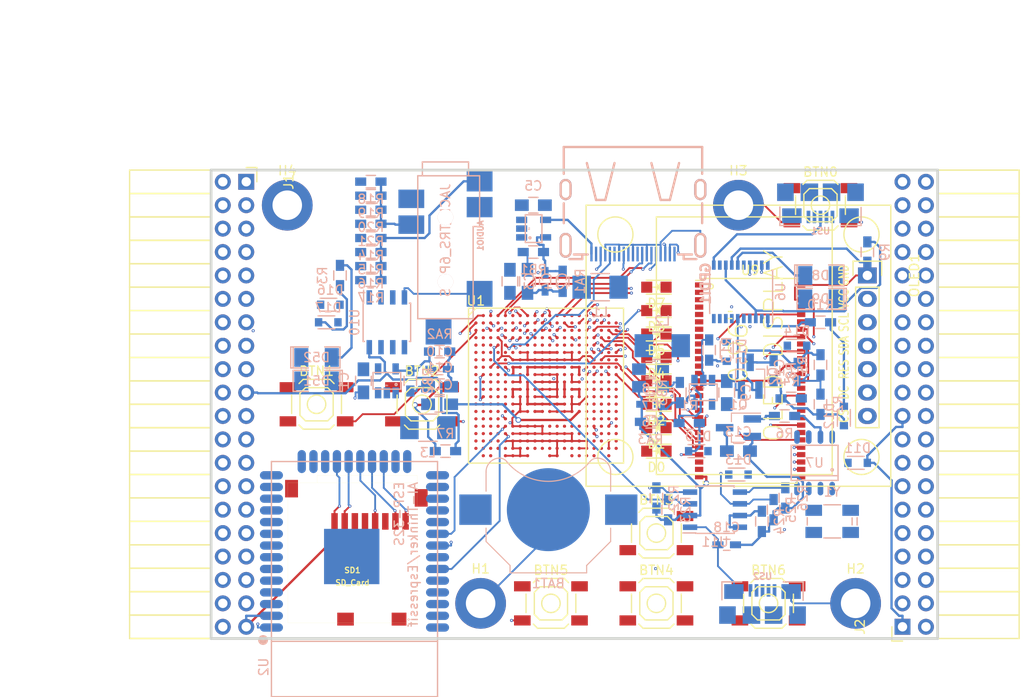
<source format=kicad_pcb>
(kicad_pcb (version 4) (host pcbnew 4.0.5+dfsg1-4)
  (layers (0 F.Cu signal) (1 In1.Cu signal) (2 In2.Cu signal) (31 B.Cu signal) (34 B.Paste user) (35 F.Paste user) (36 B.SilkS user) (37 F.SilkS user) (38 B.Mask user) (39 F.Mask user) (44 Edge.Cuts user))
  (net 0 "")
  (net 1 GND)
  (net 2 +5V)
  (net 3 /gpio/IN5V)
  (net 4 /gpio/OUT5V)
  (net 5 +3V3)
  (net 6 "Net-(L1-Pad1)")
  (net 7 "Net-(L2-Pad1)")
  (net 8 +1V2)
  (net 9 BTN_D)
  (net 10 BTN_F1)
  (net 11 BTN_F2)
  (net 12 BTN_L)
  (net 13 BTN_R)
  (net 14 BTN_U)
  (net 15 /power/FB1)
  (net 16 +2V5)
  (net 17 "Net-(L3-Pad1)")
  (net 18 /power/PWREN)
  (net 19 /power/FB3)
  (net 20 /power/FB2)
  (net 21 "Net-(D9-Pad1)")
  (net 22 /power/VBAT)
  (net 23 SD_3)
  (net 24 JTAG_TDI)
  (net 25 JTAG_TCK)
  (net 26 JTAG_TMS)
  (net 27 JTAG_TDO)
  (net 28 /power/WAKEUPn)
  (net 29 /power/WKUP)
  (net 30 /power/SHUT)
  (net 31 /power/WAKE)
  (net 32 /power/HOLD)
  (net 33 /power/WKn)
  (net 34 /power/OSCI_32k)
  (net 35 /power/OSCO_32k)
  (net 36 FTDI_nSUSPEND)
  (net 37 USB_FTDI_DM)
  (net 38 USB_FTDI_DP)
  (net 39 "Net-(Q2-Pad3)")
  (net 40 SHUTDOWN)
  (net 41 /analog/AUDIO_L)
  (net 42 /analog/AUDIO_R)
  (net 43 GPDI_5V_SCL)
  (net 44 GPDI_5V_SDA)
  (net 45 GPDI_SDA)
  (net 46 GPDI_SCL)
  (net 47 /gpdi/VREF2)
  (net 48 /blinkey/BTNPU)
  (net 49 SD_CMD)
  (net 50 SD_CLK)
  (net 51 SD_D0)
  (net 52 SD_D1)
  (net 53 USB5V)
  (net 54 /gpio/B11)
  (net 55 /gpio/C11)
  (net 56 /gpio/A10)
  (net 57 /gpio/A11)
  (net 58 /gpio/B10)
  (net 59 /gpio/A9)
  (net 60 /gpio/C10)
  (net 61 /gpio/B9)
  (net 62 /gpio/E9)
  (net 63 /gpio/D9)
  (net 64 /gpio/A8)
  (net 65 /gpio/A7)
  (net 66 /gpio/B8)
  (net 67 /gpio/C8)
  (net 68 /gpio/D8)
  (net 69 /gpio/E8)
  (net 70 /gpio/C7)
  (net 71 /gpio/C6)
  (net 72 /gpio/D7)
  (net 73 /gpio/E7)
  (net 74 /gpio/D6)
  (net 75 /gpio/E6)
  (net 76 /gpio/B6)
  (net 77 /gpio/A6)
  (net 78 /gpio/A19)
  (net 79 /gpio/B20)
  (net 80 /gpio/A18)
  (net 81 /gpio/B19)
  (net 82 /gpio/A17)
  (net 83 /gpio/B18)
  (net 84 /gpio/B17)
  (net 85 /gpio/C17)
  (net 86 /gpio/C16)
  (net 87 /gpio/D16)
  (net 88 /gpio/A16)
  (net 89 /gpio/B16)
  (net 90 /gpio/D15)
  (net 91 /gpio/E15)
  (net 92 /gpio/B15)
  (net 93 /gpio/C15)
  (net 94 /gpio/D14)
  (net 95 /gpio/E14)
  (net 96 /gpio/A14)
  (net 97 /gpio/C14)
  (net 98 /gpio/D13)
  (net 99 /gpio/E13)
  (net 100 /gpio/B13)
  (net 101 /gpio/C13)
  (net 102 /gpio/A12)
  (net 103 /gpio/A13)
  (net 104 /gpio/D12)
  (net 105 /gpio/E12)
  (net 106 /gpio/B12)
  (net 107 /gpio/C12)
  (net 108 /gpio/D11)
  (net 109 /gpio/E11)
  (net 110 "Net-(BTN0-Pad1)")
  (net 111 LED0)
  (net 112 LED1)
  (net 113 LED2)
  (net 114 LED3)
  (net 115 LED4)
  (net 116 LED5)
  (net 117 LED6)
  (net 118 LED7)
  (net 119 BTN_PWRn)
  (net 120 GPDI_ETH_N)
  (net 121 GPDI_ETH_P)
  (net 122 GPDI_D2_P)
  (net 123 GPDI_D2_N)
  (net 124 GPDI_D1_P)
  (net 125 GPDI_D1_N)
  (net 126 GPDI_D0_P)
  (net 127 GPDI_D0_N)
  (net 128 GPDI_CLK_P)
  (net 129 GPDI_CLK_N)
  (net 130 GPDI_CEC)
  (net 131 nRESET)
  (net 132 /usb/FT3V3)
  (net 133 FTDI_nDTR)
  (net 134 SDRAM_CKE)
  (net 135 SDRAM_A7)
  (net 136 SDRAM_D15)
  (net 137 SDRAM_BA1)
  (net 138 SDRAM_D7)
  (net 139 SDRAM_A6)
  (net 140 SDRAM_CLK)
  (net 141 SDRAM_D13)
  (net 142 SDRAM_BA0)
  (net 143 SDRAM_D6)
  (net 144 SDRAM_A5)
  (net 145 SDRAM_D14)
  (net 146 SDRAM_A11)
  (net 147 SDRAM_D12)
  (net 148 SDRAM_D5)
  (net 149 SDRAM_A4)
  (net 150 SDRAM_A10)
  (net 151 SDRAM_D11)
  (net 152 SDRAM_A3)
  (net 153 SDRAM_D4)
  (net 154 SDRAM_D10)
  (net 155 SDRAM_D9)
  (net 156 SDRAM_A9)
  (net 157 SDRAM_D3)
  (net 158 SDRAM_D8)
  (net 159 SDRAM_A8)
  (net 160 SDRAM_A2)
  (net 161 SDRAM_A1)
  (net 162 SDRAM_A0)
  (net 163 SDRAM_D2)
  (net 164 SDRAM_D1)
  (net 165 SDRAM_D0)
  (net 166 SDRAM_DQM0)
  (net 167 SDRAM_nCS)
  (net 168 SDRAM_nRAS)
  (net 169 SDRAM_DQM1)
  (net 170 SDRAM_nCAS)
  (net 171 SDRAM_nWE)
  (module Keystone_3000_1x12mm-CoinCell:Keystone_3000_1x12mm-CoinCell (layer B.Cu) (at 135.73 98.25)
    (fp_text reference BAT1 (at 0 8) (layer B.SilkS) (effects (justify mirror)))
    (fp_text value CR1225)
    (pad 1 smd rect (at -7.9 0) (size 3.5 3.3) (layers B.Cu B.Paste B.Mask) (net 22 /power/VBAT))
    (pad 1 smd rect (at 7.9 0) (size 3.5 3.3) (layers B.Cu B.Paste B.Mask) (net 22 /power/VBAT))
    (pad 2 smd circle (at 0 0) (size 9 9) (layers B.Cu B.Mask) (net 1 GND))
  )
  (module SMD_Packages:SMD-1206_Pol (layer B.Cu) (at 110.61 81.74)
    (fp_text reference D52 (at 0 0) (layer B.SilkS) (effects (justify mirror)))
    (fp_text value 2A)
    (pad 1 smd rect (at -1.651 0) (size 1.524 2.032) (layers B.Cu B.Paste B.Mask) (net 4 /gpio/OUT5V))
    (pad 2 smd rect (at 1.651 0) (size 1.524 2.032) (layers B.Cu B.Paste B.Mask) (net 2 +5V))
  )
  (module SMD_Packages:SMD-1206_Pol (layer B.Cu) (at 110.61 84.28 180)
    (fp_text reference D51 (at 0 0 180) (layer B.SilkS) (effects (justify mirror)))
    (fp_text value 2A)
    (pad 1 smd rect (at -1.651 0 180) (size 1.524 2.032) (layers B.Cu B.Paste B.Mask) (net 2 +5V))
    (pad 2 smd rect (at 1.651 0 180) (size 1.524 2.032) (layers B.Cu B.Paste B.Mask) (net 3 /gpio/IN5V))
  )
  (module micro-sd:MicroSD_TF02D (layer F.Cu) (at 114.5 110.52 180)
    (fp_text reference SD1 (at 0 5.7 180) (layer F.SilkS) (effects (font (size 0.59944 0.59944) (thickness 0.12446))))
    (fp_text value SD_Card (at 0 4.35 180) (layer F.SilkS) (effects (font (size 0.59944 0.59944) (thickness 0.12446))))
    (pad 1 smd rect (at 1.94 11 180) (size 0.7 1.8) (layers F.Cu F.Paste F.Mask) (net 23 SD_3))
    (pad 2 smd rect (at 0.84 11 180) (size 0.7 1.8) (layers F.Cu F.Paste F.Mask) (net 49 SD_CMD))
    (pad 3 smd rect (at -0.26 11 180) (size 0.7 1.8) (layers F.Cu F.Paste F.Mask) (net 1 GND))
    (pad 4 smd rect (at -1.36 11 180) (size 0.7 1.8) (layers F.Cu F.Paste F.Mask) (net 5 +3V3))
    (pad 5 smd rect (at -2.46 11 180) (size 0.7 1.8) (layers F.Cu F.Paste F.Mask) (net 50 SD_CLK))
    (pad 6 smd rect (at -3.56 11 180) (size 0.7 1.8) (layers F.Cu F.Paste F.Mask) (net 1 GND))
    (pad 7 smd rect (at -4.66 11 180) (size 0.7 1.8) (layers F.Cu F.Paste F.Mask) (net 51 SD_D0))
    (pad 8 smd rect (at -5.76 11 180) (size 0.7 1.8) (layers F.Cu F.Paste F.Mask) (net 52 SD_D1))
    (pad S smd rect (at -5.05 0.4 180) (size 1.6 1.4) (layers F.Cu F.Paste F.Mask))
    (pad S smd rect (at 0.75 0.4 180) (size 1.8 1.4) (layers F.Cu F.Paste F.Mask))
    (pad G smd rect (at -7.45 13.55 180) (size 1.4 1.9) (layers F.Cu F.Paste F.Mask))
    (pad G smd rect (at 6.6 14.55 180) (size 1.4 1.9) (layers F.Cu F.Paste F.Mask))
  )
  (module Resistors_SMD:R_1210_HandSoldering (layer B.Cu) (at 141.344 74.12)
    (fp_text reference L1 (at 0 2.7) (layer B.SilkS) (effects (justify mirror)))
    (fp_text value 2.2uH)
    (pad 1 smd rect (at -2 0) (size 2 2.5) (layers B.Cu B.Paste B.Mask) (net 6 "Net-(L1-Pad1)"))
    (pad 2 smd rect (at 2 0) (size 2 2.5) (layers B.Cu B.Paste B.Mask) (net 8 +1V2))
  )
  (module TSOT-25:TSOT-25 (layer B.Cu) (at 134.135 67.77 90)
    (fp_text reference U3 (at 0 -0.5 90) (layer B.SilkS) (effects (font (size 0.15 0.15) (thickness 0.0375)) (justify mirror)))
    (fp_text value AP3429A)
    (pad 1 smd rect (at -0.95 -1.3 90) (size 0.7 1.2) (layers B.Cu B.Paste B.Mask) (net 18 /power/PWREN))
    (pad 2 smd rect (at 0 -1.3 90) (size 0.7 1.2) (layers B.Cu B.Paste B.Mask) (net 1 GND))
    (pad 3 smd rect (at 0.95 -1.3 90) (size 0.7 1.2) (layers B.Cu B.Paste B.Mask) (net 6 "Net-(L1-Pad1)"))
    (pad 4 smd rect (at 0.95 1.3 90) (size 0.7 1.2) (layers B.Cu B.Paste B.Mask) (net 2 +5V))
    (pad 5 smd rect (at -0.95 1.3 90) (size 0.7 1.2) (layers B.Cu B.Paste B.Mask) (net 15 /power/FB1))
  )
  (module Resistors_SMD:R_1210_HandSoldering (layer B.Cu) (at 148.075 80.47 180)
    (fp_text reference L2 (at 0 2.7 180) (layer B.SilkS) (effects (justify mirror)))
    (fp_text value 2.2uH)
    (pad 1 smd rect (at -2 0 180) (size 2 2.5) (layers B.Cu B.Paste B.Mask) (net 7 "Net-(L2-Pad1)"))
    (pad 2 smd rect (at 2 0 180) (size 2 2.5) (layers B.Cu B.Paste B.Mask) (net 5 +3V3))
  )
  (module TSOT-25:TSOT-25 (layer B.Cu) (at 152.52 85.52)
    (fp_text reference U4 (at 0 -0.5) (layer B.SilkS) (effects (font (size 0.15 0.15) (thickness 0.0375)) (justify mirror)))
    (fp_text value AP3429A)
    (pad 1 smd rect (at -0.95 -1.3) (size 0.7 1.2) (layers B.Cu B.Paste B.Mask) (net 18 /power/PWREN))
    (pad 2 smd rect (at 0 -1.3) (size 0.7 1.2) (layers B.Cu B.Paste B.Mask) (net 1 GND))
    (pad 3 smd rect (at 0.95 -1.3) (size 0.7 1.2) (layers B.Cu B.Paste B.Mask) (net 7 "Net-(L2-Pad1)"))
    (pad 4 smd rect (at 0.95 1.3) (size 0.7 1.2) (layers B.Cu B.Paste B.Mask) (net 2 +5V))
    (pad 5 smd rect (at -0.95 1.3) (size 0.7 1.2) (layers B.Cu B.Paste B.Mask) (net 19 /power/FB3))
  )
  (module Buttons_Switches_SMD:SW_SPST_SKQG (layer F.Cu) (at 110.61 86.82)
    (fp_text reference BTN1 (at 0 -3.6) (layer F.SilkS))
    (fp_text value FIRE1)
    (pad 1 smd rect (at -3.1 -1.85) (size 1.8 1.1) (layers F.Cu F.Paste F.Mask) (net 48 /blinkey/BTNPU))
    (pad 1 smd rect (at 3.1 -1.85) (size 1.8 1.1) (layers F.Cu F.Paste F.Mask) (net 48 /blinkey/BTNPU))
    (pad 2 smd rect (at -3.1 1.85) (size 1.8 1.1) (layers F.Cu F.Paste F.Mask) (net 10 BTN_F1))
    (pad 2 smd rect (at 3.1 1.85) (size 1.8 1.1) (layers F.Cu F.Paste F.Mask) (net 10 BTN_F1))
  )
  (module Buttons_Switches_SMD:SW_SPST_SKQG (layer F.Cu) (at 122.04 86.82)
    (fp_text reference BTN2 (at 0 -3.6) (layer F.SilkS))
    (fp_text value FIRE2)
    (pad 1 smd rect (at -3.1 -1.85) (size 1.8 1.1) (layers F.Cu F.Paste F.Mask) (net 48 /blinkey/BTNPU))
    (pad 1 smd rect (at 3.1 -1.85) (size 1.8 1.1) (layers F.Cu F.Paste F.Mask) (net 48 /blinkey/BTNPU))
    (pad 2 smd rect (at -3.1 1.85) (size 1.8 1.1) (layers F.Cu F.Paste F.Mask) (net 11 BTN_F2))
    (pad 2 smd rect (at 3.1 1.85) (size 1.8 1.1) (layers F.Cu F.Paste F.Mask) (net 11 BTN_F2))
  )
  (module Buttons_Switches_SMD:SW_SPST_SKQG (layer F.Cu) (at 147.44 100.79)
    (fp_text reference BTN3 (at 0 -3.6) (layer F.SilkS))
    (fp_text value UP)
    (pad 1 smd rect (at -3.1 -1.85) (size 1.8 1.1) (layers F.Cu F.Paste F.Mask) (net 48 /blinkey/BTNPU))
    (pad 1 smd rect (at 3.1 -1.85) (size 1.8 1.1) (layers F.Cu F.Paste F.Mask) (net 48 /blinkey/BTNPU))
    (pad 2 smd rect (at -3.1 1.85) (size 1.8 1.1) (layers F.Cu F.Paste F.Mask) (net 14 BTN_U))
    (pad 2 smd rect (at 3.1 1.85) (size 1.8 1.1) (layers F.Cu F.Paste F.Mask) (net 14 BTN_U))
  )
  (module Buttons_Switches_SMD:SW_SPST_SKQG (layer F.Cu) (at 147.44 108.41)
    (fp_text reference BTN4 (at 0 -3.6) (layer F.SilkS))
    (fp_text value DOWN)
    (pad 1 smd rect (at -3.1 -1.85) (size 1.8 1.1) (layers F.Cu F.Paste F.Mask) (net 48 /blinkey/BTNPU))
    (pad 1 smd rect (at 3.1 -1.85) (size 1.8 1.1) (layers F.Cu F.Paste F.Mask) (net 48 /blinkey/BTNPU))
    (pad 2 smd rect (at -3.1 1.85) (size 1.8 1.1) (layers F.Cu F.Paste F.Mask) (net 9 BTN_D))
    (pad 2 smd rect (at 3.1 1.85) (size 1.8 1.1) (layers F.Cu F.Paste F.Mask) (net 9 BTN_D))
  )
  (module Buttons_Switches_SMD:SW_SPST_SKQG (layer F.Cu) (at 136.01 108.41)
    (fp_text reference BTN5 (at 0 -3.6) (layer F.SilkS))
    (fp_text value LEFT)
    (pad 1 smd rect (at -3.1 -1.85) (size 1.8 1.1) (layers F.Cu F.Paste F.Mask) (net 48 /blinkey/BTNPU))
    (pad 1 smd rect (at 3.1 -1.85) (size 1.8 1.1) (layers F.Cu F.Paste F.Mask) (net 48 /blinkey/BTNPU))
    (pad 2 smd rect (at -3.1 1.85) (size 1.8 1.1) (layers F.Cu F.Paste F.Mask) (net 12 BTN_L))
    (pad 2 smd rect (at 3.1 1.85) (size 1.8 1.1) (layers F.Cu F.Paste F.Mask) (net 12 BTN_L))
  )
  (module Buttons_Switches_SMD:SW_SPST_SKQG (layer F.Cu) (at 159.59 108.41)
    (fp_text reference BTN6 (at 0 -3.6) (layer F.SilkS))
    (fp_text value RIGHT)
    (pad 1 smd rect (at -3.1 -1.85) (size 1.8 1.1) (layers F.Cu F.Paste F.Mask) (net 48 /blinkey/BTNPU))
    (pad 1 smd rect (at 3.1 -1.85) (size 1.8 1.1) (layers F.Cu F.Paste F.Mask) (net 48 /blinkey/BTNPU))
    (pad 2 smd rect (at -3.1 1.85) (size 1.8 1.1) (layers F.Cu F.Paste F.Mask) (net 13 BTN_R))
    (pad 2 smd rect (at 3.1 1.85) (size 1.8 1.1) (layers F.Cu F.Paste F.Mask) (net 13 BTN_R))
  )
  (module LEDs:LED_0805 (layer F.Cu) (at 147.44 91.9 180)
    (fp_text reference D0 (at 0 -1.75 180) (layer F.SilkS))
    (fp_text value LED)
    (pad 2 smd rect (at 1.04902 0) (size 1.19888 1.19888) (layers F.Cu F.Paste F.Mask) (net 111 LED0))
    (pad 1 smd rect (at -1.04902 0) (size 1.19888 1.19888) (layers F.Cu F.Paste F.Mask) (net 1 GND))
  )
  (module LEDs:LED_0805 (layer F.Cu) (at 147.44 89.36 180)
    (fp_text reference D1 (at 0 -1.75 180) (layer F.SilkS))
    (fp_text value LED)
    (pad 2 smd rect (at 1.04902 0) (size 1.19888 1.19888) (layers F.Cu F.Paste F.Mask) (net 112 LED1))
    (pad 1 smd rect (at -1.04902 0) (size 1.19888 1.19888) (layers F.Cu F.Paste F.Mask) (net 1 GND))
  )
  (module LEDs:LED_0805 (layer F.Cu) (at 147.44 86.82 180)
    (fp_text reference D2 (at 0 -1.75 180) (layer F.SilkS))
    (fp_text value LED)
    (pad 2 smd rect (at 1.04902 0) (size 1.19888 1.19888) (layers F.Cu F.Paste F.Mask) (net 113 LED2))
    (pad 1 smd rect (at -1.04902 0) (size 1.19888 1.19888) (layers F.Cu F.Paste F.Mask) (net 1 GND))
  )
  (module LEDs:LED_0805 (layer F.Cu) (at 147.44 84.28 180)
    (fp_text reference D3 (at 0 -1.75 180) (layer F.SilkS))
    (fp_text value LED)
    (pad 2 smd rect (at 1.04902 0) (size 1.19888 1.19888) (layers F.Cu F.Paste F.Mask) (net 114 LED3))
    (pad 1 smd rect (at -1.04902 0) (size 1.19888 1.19888) (layers F.Cu F.Paste F.Mask) (net 1 GND))
  )
  (module LEDs:LED_0805 (layer F.Cu) (at 147.44 81.74 180)
    (fp_text reference D4 (at 0 -1.75 180) (layer F.SilkS))
    (fp_text value LED)
    (pad 2 smd rect (at 1.04902 0) (size 1.19888 1.19888) (layers F.Cu F.Paste F.Mask) (net 115 LED4))
    (pad 1 smd rect (at -1.04902 0) (size 1.19888 1.19888) (layers F.Cu F.Paste F.Mask) (net 1 GND))
  )
  (module LEDs:LED_0805 (layer F.Cu) (at 147.44 79.2 180)
    (fp_text reference D5 (at 0 -1.75 180) (layer F.SilkS))
    (fp_text value LED)
    (pad 2 smd rect (at 1.04902 0) (size 1.19888 1.19888) (layers F.Cu F.Paste F.Mask) (net 116 LED5))
    (pad 1 smd rect (at -1.04902 0) (size 1.19888 1.19888) (layers F.Cu F.Paste F.Mask) (net 1 GND))
  )
  (module LEDs:LED_0805 (layer F.Cu) (at 147.44 76.66 180)
    (fp_text reference D6 (at 0 -1.75 180) (layer F.SilkS))
    (fp_text value LED)
    (pad 2 smd rect (at 1.04902 0) (size 1.19888 1.19888) (layers F.Cu F.Paste F.Mask) (net 117 LED6))
    (pad 1 smd rect (at -1.04902 0) (size 1.19888 1.19888) (layers F.Cu F.Paste F.Mask) (net 1 GND))
  )
  (module LEDs:LED_0805 (layer F.Cu) (at 147.44 74.12 180)
    (fp_text reference D7 (at 0 -1.75 180) (layer F.SilkS))
    (fp_text value LED)
    (pad 2 smd rect (at 1.04902 0) (size 1.19888 1.19888) (layers F.Cu F.Paste F.Mask) (net 118 LED7))
    (pad 1 smd rect (at -1.04902 0) (size 1.19888 1.19888) (layers F.Cu F.Paste F.Mask) (net 1 GND))
  )
  (module Resistors_SMD:R_1210_HandSoldering (layer B.Cu) (at 122.675 89.36)
    (fp_text reference L3 (at 0 2.7) (layer B.SilkS) (effects (justify mirror)))
    (fp_text value 2.2uH)
    (pad 1 smd rect (at -2 0) (size 2 2.5) (layers B.Cu B.Paste B.Mask) (net 17 "Net-(L3-Pad1)"))
    (pad 2 smd rect (at 2 0) (size 2 2.5) (layers B.Cu B.Paste B.Mask) (net 16 +2V5))
  )
  (module TSOT-25:TSOT-25 (layer B.Cu) (at 118.23 84.28 180)
    (fp_text reference U5 (at 0 -0.5 180) (layer B.SilkS) (effects (font (size 0.15 0.15) (thickness 0.0375)) (justify mirror)))
    (fp_text value AP3429A)
    (pad 1 smd rect (at -0.95 -1.3 180) (size 0.7 1.2) (layers B.Cu B.Paste B.Mask) (net 18 /power/PWREN))
    (pad 2 smd rect (at 0 -1.3 180) (size 0.7 1.2) (layers B.Cu B.Paste B.Mask) (net 1 GND))
    (pad 3 smd rect (at 0.95 -1.3 180) (size 0.7 1.2) (layers B.Cu B.Paste B.Mask) (net 17 "Net-(L3-Pad1)"))
    (pad 4 smd rect (at 0.95 1.3 180) (size 0.7 1.2) (layers B.Cu B.Paste B.Mask) (net 2 +5V))
    (pad 5 smd rect (at -0.95 1.3 180) (size 0.7 1.2) (layers B.Cu B.Paste B.Mask) (net 20 /power/FB2))
  )
  (module Capacitors_SMD:C_0805_HandSoldering (layer B.Cu) (at 115.69 84.28 270)
    (fp_text reference C1 (at 0 2.1 270) (layer B.SilkS) (effects (justify mirror)))
    (fp_text value 22uF)
    (pad 1 smd rect (at -1.25 0 270) (size 1.5 1.25) (layers B.Cu B.Paste B.Mask) (net 2 +5V))
    (pad 2 smd rect (at 1.25 0 270) (size 1.5 1.25) (layers B.Cu B.Paste B.Mask) (net 1 GND))
  )
  (module Capacitors_SMD:C_0805_HandSoldering (layer B.Cu) (at 131.565 73.485 90)
    (fp_text reference C3 (at 0 2.1 90) (layer B.SilkS) (effects (justify mirror)))
    (fp_text value 22uF)
    (pad 1 smd rect (at -1.25 0 90) (size 1.5 1.25) (layers B.Cu B.Paste B.Mask) (net 8 +1V2))
    (pad 2 smd rect (at 1.25 0 90) (size 1.5 1.25) (layers B.Cu B.Paste B.Mask) (net 1 GND))
  )
  (module Capacitors_SMD:C_0805_HandSoldering (layer B.Cu) (at 133.47 73.485 90)
    (fp_text reference C4 (at 0 2.1 90) (layer B.SilkS) (effects (justify mirror)))
    (fp_text value 22uF)
    (pad 1 smd rect (at -1.25 0 90) (size 1.5 1.25) (layers B.Cu B.Paste B.Mask) (net 8 +1V2))
    (pad 2 smd rect (at 1.25 0 90) (size 1.5 1.25) (layers B.Cu B.Paste B.Mask) (net 1 GND))
  )
  (module Capacitors_SMD:C_0805_HandSoldering (layer B.Cu) (at 134.105 65.23 180)
    (fp_text reference C5 (at 0 2.1 180) (layer B.SilkS) (effects (justify mirror)))
    (fp_text value 22uF)
    (pad 1 smd rect (at -1.25 0 180) (size 1.5 1.25) (layers B.Cu B.Paste B.Mask) (net 2 +5V))
    (pad 2 smd rect (at 1.25 0 180) (size 1.5 1.25) (layers B.Cu B.Paste B.Mask) (net 1 GND))
  )
  (module Capacitors_SMD:C_0805_HandSoldering (layer B.Cu) (at 146.805 84.915)
    (fp_text reference C7 (at 0 2.1) (layer B.SilkS) (effects (justify mirror)))
    (fp_text value 22uF)
    (pad 1 smd rect (at -1.25 0) (size 1.5 1.25) (layers B.Cu B.Paste B.Mask) (net 5 +3V3))
    (pad 2 smd rect (at 1.25 0) (size 1.5 1.25) (layers B.Cu B.Paste B.Mask) (net 1 GND))
  )
  (module Capacitors_SMD:C_0805_HandSoldering (layer B.Cu) (at 146.805 83.01)
    (fp_text reference C8 (at 0 2.1) (layer B.SilkS) (effects (justify mirror)))
    (fp_text value 22uF)
    (pad 1 smd rect (at -1.25 0) (size 1.5 1.25) (layers B.Cu B.Paste B.Mask) (net 5 +3V3))
    (pad 2 smd rect (at 1.25 0) (size 1.5 1.25) (layers B.Cu B.Paste B.Mask) (net 1 GND))
  )
  (module Capacitors_SMD:C_0805_HandSoldering (layer B.Cu) (at 155.06 85.55 90)
    (fp_text reference C9 (at 0 2.1 90) (layer B.SilkS) (effects (justify mirror)))
    (fp_text value 22uF)
    (pad 1 smd rect (at -1.25 0 90) (size 1.5 1.25) (layers B.Cu B.Paste B.Mask) (net 2 +5V))
    (pad 2 smd rect (at 1.25 0 90) (size 1.5 1.25) (layers B.Cu B.Paste B.Mask) (net 1 GND))
  )
  (module Capacitors_SMD:C_0805_HandSoldering (layer B.Cu) (at 123.945 84.915 180)
    (fp_text reference C11 (at 0 2.1 180) (layer B.SilkS) (effects (justify mirror)))
    (fp_text value 22uF)
    (pad 1 smd rect (at -1.25 0 180) (size 1.5 1.25) (layers B.Cu B.Paste B.Mask) (net 16 +2V5))
    (pad 2 smd rect (at 1.25 0 180) (size 1.5 1.25) (layers B.Cu B.Paste B.Mask) (net 1 GND))
  )
  (module Capacitors_SMD:C_0805_HandSoldering (layer B.Cu) (at 123.945 86.82 180)
    (fp_text reference C12 (at 0 2.1 180) (layer B.SilkS) (effects (justify mirror)))
    (fp_text value 22uF)
    (pad 1 smd rect (at -1.25 0 180) (size 1.5 1.25) (layers B.Cu B.Paste B.Mask) (net 16 +2V5))
    (pad 2 smd rect (at 1.25 0 180) (size 1.5 1.25) (layers B.Cu B.Paste B.Mask) (net 1 GND))
  )
  (module SMD_Packages:SMD-1206_Pol (layer B.Cu) (at 165.22 72.85)
    (fp_text reference D8 (at 0 0) (layer B.SilkS) (effects (justify mirror)))
    (fp_text value 2A)
    (pad 1 smd rect (at -1.651 0) (size 1.524 2.032) (layers B.Cu B.Paste B.Mask) (net 2 +5V))
    (pad 2 smd rect (at 1.651 0) (size 1.524 2.032) (layers B.Cu B.Paste B.Mask) (net 53 USB5V))
  )
  (module SMD_Packages:SMD-1206_Pol (layer B.Cu) (at 165.22 75.39 180)
    (fp_text reference D9 (at 0 0 180) (layer B.SilkS) (effects (justify mirror)))
    (fp_text value 2A)
    (pad 1 smd rect (at -1.651 0 180) (size 1.524 2.032) (layers B.Cu B.Paste B.Mask) (net 21 "Net-(D9-Pad1)"))
    (pad 2 smd rect (at 1.651 0 180) (size 1.524 2.032) (layers B.Cu B.Paste B.Mask) (net 2 +5V))
  )
  (module Power_Integrations:SO-8 (layer B.Cu) (at 164.585 93.17 180)
    (fp_text reference U7 (at 0 0 180) (layer B.SilkS) (effects (justify mirror)))
    (fp_text value PCF8523)
    (pad 1 smd oval (at -1.905 -2.794 180) (size 0.6096 1.4732) (layers B.Cu B.Paste B.Mask) (net 34 /power/OSCI_32k))
    (pad 2 smd oval (at -0.635 -2.794 180) (size 0.6096 1.4732) (layers B.Cu B.Paste B.Mask) (net 35 /power/OSCO_32k))
    (pad 3 smd oval (at 0.635 -2.794 180) (size 0.6096 1.4732) (layers B.Cu B.Paste B.Mask) (net 22 /power/VBAT))
    (pad 4 smd oval (at 1.905 -2.794 180) (size 0.6096 1.4732) (layers B.Cu B.Paste B.Mask) (net 1 GND))
    (pad 5 smd oval (at 1.905 2.794 180) (size 0.6096 1.4732) (layers B.Cu B.Paste B.Mask))
    (pad 6 smd oval (at 0.635 2.794 180) (size 0.6096 1.4732) (layers B.Cu B.Paste B.Mask))
    (pad 7 smd oval (at -0.635 2.794 180) (size 0.6096 1.4732) (layers B.Cu B.Paste B.Mask) (net 28 /power/WAKEUPn))
    (pad 8 smd oval (at -1.905 2.794 180) (size 0.6096 1.4732) (layers B.Cu B.Paste B.Mask) (net 16 +2V5))
  )
  (module Capacitors_SMD:C_0805_HandSoldering (layer B.Cu) (at 156.33 91.9 180)
    (fp_text reference C13 (at 0 2.1 180) (layer B.SilkS) (effects (justify mirror)))
    (fp_text value 2.2uF)
    (pad 1 smd rect (at -1.25 0 180) (size 1.5 1.25) (layers B.Cu B.Paste B.Mask) (net 2 +5V))
    (pad 2 smd rect (at 1.25 0 180) (size 1.5 1.25) (layers B.Cu B.Paste B.Mask) (net 29 /power/WKUP))
  )
  (module Diodes_SMD:D_0805 (layer B.Cu) (at 151.978 91.9)
    (fp_text reference D10 (at 0 -1.6) (layer B.SilkS) (effects (justify mirror)))
    (fp_text value 1N4148)
    (pad 1 smd rect (at -1.05 0) (size 0.8 0.9) (layers B.Cu B.Paste B.Mask) (net 31 /power/WAKE))
    (pad 2 smd rect (at 1.05 0) (size 0.8 0.9) (layers B.Cu B.Paste B.Mask) (net 29 /power/WKUP))
  )
  (module Diodes_SMD:D_0805 (layer B.Cu) (at 169.25 93.17)
    (fp_text reference D11 (at 0 -1.6) (layer B.SilkS) (effects (justify mirror)))
    (fp_text value 1N4148)
    (pad 1 smd rect (at -1.05 0) (size 0.8 0.9) (layers B.Cu B.Paste B.Mask) (net 32 /power/HOLD))
    (pad 2 smd rect (at 1.05 0) (size 0.8 0.9) (layers B.Cu B.Paste B.Mask) (net 5 +3V3))
  )
  (module Diodes_SMD:D_0805 (layer B.Cu) (at 155.06 81.105 270)
    (fp_text reference D15 (at 0 -1.6 270) (layer B.SilkS) (effects (justify mirror)))
    (fp_text value BAT42)
    (pad 1 smd rect (at -1.05 0 270) (size 0.8 0.9) (layers B.Cu B.Paste B.Mask) (net 30 /power/SHUT))
    (pad 2 smd rect (at 1.05 0 270) (size 0.8 0.9) (layers B.Cu B.Paste B.Mask) (net 40 SHUTDOWN))
  )
  (module Diodes_SMD:D_0805 (layer B.Cu) (at 167.76 88.09 90)
    (fp_text reference D12 (at 0 -1.6 90) (layer B.SilkS) (effects (justify mirror)))
    (fp_text value 1N4148)
    (pad 1 smd rect (at -1.05 0 90) (size 0.8 0.9) (layers B.Cu B.Paste B.Mask) (net 18 /power/PWREN))
    (pad 2 smd rect (at 1.05 0 90) (size 0.8 0.9) (layers B.Cu B.Paste B.Mask) (net 36 FTDI_nSUSPEND))
  )
  (module usb_otg:USB-MICRO-B-FCI-10118192-0001LF (layer B.Cu) (at 165.22 63.825)
    (fp_text reference US1 (at 0 4.2) (layer B.SilkS) (effects (font (size 0.7 0.7)) (justify mirror)))
    (fp_text value USB_FTDI hide)
    (pad 6 smd rect (at -3.1 2.55) (size 2.1 1.6) (layers B.Cu B.Paste B.Mask) (net 1 GND))
    (pad 6 smd rect (at 3.1 2.55) (size 2.1 1.6) (layers B.Cu B.Paste B.Mask) (net 1 GND))
    (pad "" smd rect (at -1.2 0) (size 1.9 1.9) (layers B.Cu B.Paste B.Mask))
    (pad "" smd rect (at 1.2 0) (size 1.9 1.9) (layers B.Cu B.Paste B.Mask))
    (pad 1 smd rect (at -1.3 2.675) (size 0.4 1.35) (layers B.Cu B.Paste B.Mask) (net 53 USB5V))
    (pad 2 smd rect (at -0.65 2.675) (size 0.4 1.35) (layers B.Cu B.Paste B.Mask) (net 37 USB_FTDI_DM))
    (pad 3 smd rect (at 0 2.675) (size 0.4 1.35) (layers B.Cu B.Paste B.Mask) (net 38 USB_FTDI_DP))
    (pad 4 smd rect (at 0.65 2.675) (size 0.4 1.35) (layers B.Cu B.Paste B.Mask))
    (pad 5 smd rect (at 1.3 2.675) (size 0.4 1.35) (layers B.Cu B.Paste B.Mask) (net 1 GND))
    (pad "" smd rect (at -3.8 0) (size 1.8 1.9) (layers B.Cu B.Paste B.Mask))
    (pad "" smd rect (at 3.8 0) (size 1.8 1.9) (layers B.Cu B.Paste B.Mask))
  )
  (module usb_otg:USB-MICRO-B-FCI-10118192-0001LF (layer B.Cu) (at 158.94 109.68 180)
    (fp_text reference US2 (at 0 4.2 180) (layer B.SilkS) (effects (font (size 0.7 0.7)) (justify mirror)))
    (fp_text value USB_FPGA hide)
    (pad 6 smd rect (at -3.1 2.55 180) (size 2.1 1.6) (layers B.Cu B.Paste B.Mask) (net 1 GND))
    (pad 6 smd rect (at 3.1 2.55 180) (size 2.1 1.6) (layers B.Cu B.Paste B.Mask) (net 1 GND))
    (pad "" smd rect (at -1.2 0 180) (size 1.9 1.9) (layers B.Cu B.Paste B.Mask))
    (pad "" smd rect (at 1.2 0 180) (size 1.9 1.9) (layers B.Cu B.Paste B.Mask))
    (pad 1 smd rect (at -1.3 2.675 180) (size 0.4 1.35) (layers B.Cu B.Paste B.Mask) (net 21 "Net-(D9-Pad1)"))
    (pad 2 smd rect (at -0.65 2.675 180) (size 0.4 1.35) (layers B.Cu B.Paste B.Mask))
    (pad 3 smd rect (at 0 2.675 180) (size 0.4 1.35) (layers B.Cu B.Paste B.Mask))
    (pad 4 smd rect (at 0.65 2.675 180) (size 0.4 1.35) (layers B.Cu B.Paste B.Mask))
    (pad 5 smd rect (at 1.3 2.675 180) (size 0.4 1.35) (layers B.Cu B.Paste B.Mask) (net 1 GND))
    (pad "" smd rect (at -3.8 0 180) (size 1.8 1.9) (layers B.Cu B.Paste B.Mask))
    (pad "" smd rect (at 3.8 0 180) (size 1.8 1.9) (layers B.Cu B.Paste B.Mask))
  )
  (module audio-jack:CUI_SJ-43516-SMT (layer B.Cu) (at 124.58 69.04 270)
    (fp_text reference AUDIO1 (at -0.5 -3.8 270) (layer B.SilkS) (effects (font (size 0.6096 0.6096) (thickness 0.1524)) (justify mirror)))
    (fp_text value JACK_TRS_6PINS (at 0 0 270) (layer B.SilkS) (effects (justify mirror)))
    (pad 1 smd rect (at -6.4 -3.7 270) (size 2.2 2.8) (layers B.Cu B.Paste B.Mask) (net 41 /analog/AUDIO_L))
    (pad 4 smd rect (at -3.6 -3.7 270) (size 2.2 2.8) (layers B.Cu B.Paste B.Mask))
    (pad 2 smd rect (at 5.8 -3.7 270) (size 2.8 2.8) (layers B.Cu B.Paste B.Mask) (net 1 GND))
    (pad 5 smd rect (at 9.9 0.75 270) (size 2.8 2.8) (layers B.Cu B.Paste B.Mask))
    (pad 3 smd rect (at -1.7 3.7 270) (size 2 2.8) (layers B.Cu B.Paste B.Mask) (net 42 /analog/AUDIO_R))
    (pad 6 smd rect (at -4.5 3.7 270) (size 2 2.8) (layers B.Cu B.Paste B.Mask))
    (pad "" np_thru_hole circle (at -2.5 0 270) (size 1.7 1.7) (drill 1.7) (layers *.Cu *.Mask B.SilkS) (clearance 0.4))
    (pad "" np_thru_hole circle (at 4.5 0 270) (size 1.7 1.7) (drill 1.7) (layers *.Cu *.Mask B.SilkS) (clearance 0.4))
  )
  (module abs25:Crystal_SMD_ABS25 (layer B.Cu) (at 166.49 99.52 180)
    (fp_text reference Y1 (at 0 3.2 180) (layer B.SilkS) (effects (justify mirror)))
    (fp_text value 32768Hz)
    (pad 4 smd rect (at -2 1.2 180) (size 1.8 1.2) (layers B.Cu B.Paste B.Mask) (net 35 /power/OSCO_32k))
    (pad 3 smd rect (at 2 1.2 180) (size 1.8 1.2) (layers B.Cu B.Paste B.Mask))
    (pad 2 smd rect (at 2 -1.2 180) (size 1.8 1.2) (layers B.Cu B.Paste B.Mask))
    (pad 1 smd rect (at -2 -1.2 180) (size 1.8 1.2) (layers B.Cu B.Paste B.Mask) (net 34 /power/OSCI_32k))
  )
  (module TSOP54:TSOP54 (layer F.Cu) (at 157.6 84.28)
    (fp_text reference U9 (at 0 -12) (layer F.SilkS))
    (fp_text value MT48LC16M16A2TG)
    (pad 28 smd rect (at 5.53 10.4) (size 0.9 0.56) (layers F.Cu F.Paste F.Mask) (net 1 GND))
    (pad 1 smd rect (at -5.53 -10.4) (size 0.9 0.56) (layers F.Cu F.Paste F.Mask) (net 5 +3V3))
    (pad 2 smd rect (at -5.53 -9.6) (size 0.9 0.56) (layers F.Cu F.Paste F.Mask) (net 165 SDRAM_D0))
    (pad 3 smd rect (at -5.53 -8.8) (size 0.9 0.56) (layers F.Cu F.Paste F.Mask) (net 5 +3V3))
    (pad 4 smd rect (at -5.53 -8) (size 0.9 0.56) (layers F.Cu F.Paste F.Mask) (net 164 SDRAM_D1))
    (pad 5 smd rect (at -5.53 -7.2) (size 0.9 0.56) (layers F.Cu F.Paste F.Mask) (net 163 SDRAM_D2))
    (pad 6 smd rect (at -5.53 -6.4) (size 0.9 0.56) (layers F.Cu F.Paste F.Mask) (net 1 GND))
    (pad 7 smd rect (at -5.53 -5.6) (size 0.9 0.56) (layers F.Cu F.Paste F.Mask) (net 157 SDRAM_D3))
    (pad 8 smd rect (at -5.53 -4.8) (size 0.9 0.56) (layers F.Cu F.Paste F.Mask) (net 153 SDRAM_D4))
    (pad 9 smd rect (at -5.53 -4) (size 0.9 0.56) (layers F.Cu F.Paste F.Mask) (net 5 +3V3))
    (pad 10 smd rect (at -5.53 -3.2) (size 0.9 0.56) (layers F.Cu F.Paste F.Mask) (net 148 SDRAM_D5))
    (pad 11 smd rect (at -5.53 -2.4) (size 0.9 0.56) (layers F.Cu F.Paste F.Mask) (net 143 SDRAM_D6))
    (pad 12 smd rect (at -5.53 -1.6) (size 0.9 0.56) (layers F.Cu F.Paste F.Mask) (net 1 GND))
    (pad 13 smd rect (at -5.53 -0.8) (size 0.9 0.56) (layers F.Cu F.Paste F.Mask) (net 138 SDRAM_D7))
    (pad 14 smd rect (at -5.53 0) (size 0.9 0.56) (layers F.Cu F.Paste F.Mask) (net 5 +3V3))
    (pad 15 smd rect (at -5.53 0.8) (size 0.9 0.56) (layers F.Cu F.Paste F.Mask) (net 166 SDRAM_DQM0))
    (pad 16 smd rect (at -5.53 1.6) (size 0.9 0.56) (layers F.Cu F.Paste F.Mask) (net 171 SDRAM_nWE))
    (pad 17 smd rect (at -5.53 2.4) (size 0.9 0.56) (layers F.Cu F.Paste F.Mask) (net 170 SDRAM_nCAS))
    (pad 18 smd rect (at -5.53 3.2) (size 0.9 0.56) (layers F.Cu F.Paste F.Mask) (net 168 SDRAM_nRAS))
    (pad 19 smd rect (at -5.53 4) (size 0.9 0.56) (layers F.Cu F.Paste F.Mask) (net 167 SDRAM_nCS))
    (pad 20 smd rect (at -5.53 4.8) (size 0.9 0.56) (layers F.Cu F.Paste F.Mask) (net 142 SDRAM_BA0))
    (pad 21 smd rect (at -5.53 5.6) (size 0.9 0.56) (layers F.Cu F.Paste F.Mask) (net 137 SDRAM_BA1))
    (pad 22 smd rect (at -5.53 6.4) (size 0.9 0.56) (layers F.Cu F.Paste F.Mask) (net 150 SDRAM_A10))
    (pad 23 smd rect (at -5.53 7.2) (size 0.9 0.56) (layers F.Cu F.Paste F.Mask) (net 162 SDRAM_A0))
    (pad 24 smd rect (at -5.53 8) (size 0.9 0.56) (layers F.Cu F.Paste F.Mask) (net 161 SDRAM_A1))
    (pad 25 smd rect (at -5.53 8.8) (size 0.9 0.56) (layers F.Cu F.Paste F.Mask) (net 160 SDRAM_A2))
    (pad 26 smd rect (at -5.53 9.6) (size 0.9 0.56) (layers F.Cu F.Paste F.Mask) (net 152 SDRAM_A3))
    (pad 27 smd rect (at -5.53 10.4) (size 0.9 0.56) (layers F.Cu F.Paste F.Mask) (net 5 +3V3))
    (pad 29 smd rect (at 5.53 9.6) (size 0.9 0.56) (layers F.Cu F.Paste F.Mask) (net 149 SDRAM_A4))
    (pad 30 smd rect (at 5.53 8.8) (size 0.9 0.56) (layers F.Cu F.Paste F.Mask) (net 144 SDRAM_A5))
    (pad 31 smd rect (at 5.53 8) (size 0.9 0.56) (layers F.Cu F.Paste F.Mask) (net 139 SDRAM_A6))
    (pad 32 smd rect (at 5.53 7.2) (size 0.9 0.56) (layers F.Cu F.Paste F.Mask) (net 135 SDRAM_A7))
    (pad 33 smd rect (at 5.53 6.4) (size 0.9 0.56) (layers F.Cu F.Paste F.Mask) (net 159 SDRAM_A8))
    (pad 34 smd rect (at 5.53 5.6) (size 0.9 0.56) (layers F.Cu F.Paste F.Mask) (net 156 SDRAM_A9))
    (pad 35 smd rect (at 5.53 4.8) (size 0.9 0.56) (layers F.Cu F.Paste F.Mask) (net 146 SDRAM_A11))
    (pad 36 smd rect (at 5.53 4) (size 0.9 0.56) (layers F.Cu F.Paste F.Mask))
    (pad 37 smd rect (at 5.53 3.2) (size 0.9 0.56) (layers F.Cu F.Paste F.Mask) (net 134 SDRAM_CKE))
    (pad 38 smd rect (at 5.53 2.4) (size 0.9 0.56) (layers F.Cu F.Paste F.Mask) (net 140 SDRAM_CLK))
    (pad 39 smd rect (at 5.53 1.6) (size 0.9 0.56) (layers F.Cu F.Paste F.Mask) (net 169 SDRAM_DQM1))
    (pad 40 smd rect (at 5.53 0.8) (size 0.9 0.56) (layers F.Cu F.Paste F.Mask))
    (pad 41 smd rect (at 5.53 0) (size 0.9 0.56) (layers F.Cu F.Paste F.Mask) (net 1 GND))
    (pad 42 smd rect (at 5.53 -0.8) (size 0.9 0.56) (layers F.Cu F.Paste F.Mask) (net 158 SDRAM_D8))
    (pad 43 smd rect (at 5.53 -1.6) (size 0.9 0.56) (layers F.Cu F.Paste F.Mask) (net 5 +3V3))
    (pad 44 smd rect (at 5.53 -2.4) (size 0.9 0.56) (layers F.Cu F.Paste F.Mask) (net 155 SDRAM_D9))
    (pad 45 smd rect (at 5.53 -3.2) (size 0.9 0.56) (layers F.Cu F.Paste F.Mask) (net 154 SDRAM_D10))
    (pad 46 smd rect (at 5.53 -4) (size 0.9 0.56) (layers F.Cu F.Paste F.Mask) (net 1 GND))
    (pad 47 smd rect (at 5.53 -4.8) (size 0.9 0.56) (layers F.Cu F.Paste F.Mask) (net 151 SDRAM_D11))
    (pad 48 smd rect (at 5.53 -5.6) (size 0.9 0.56) (layers F.Cu F.Paste F.Mask) (net 147 SDRAM_D12))
    (pad 49 smd rect (at 5.53 -6.4) (size 0.9 0.56) (layers F.Cu F.Paste F.Mask) (net 5 +3V3))
    (pad 50 smd rect (at 5.53 -7.2) (size 0.9 0.56) (layers F.Cu F.Paste F.Mask) (net 141 SDRAM_D13))
    (pad 51 smd rect (at 5.53 -8) (size 0.9 0.56) (layers F.Cu F.Paste F.Mask) (net 145 SDRAM_D14))
    (pad 52 smd rect (at 5.53 -8.8) (size 0.9 0.56) (layers F.Cu F.Paste F.Mask) (net 1 GND))
    (pad 53 smd rect (at 5.53 -9.6) (size 0.9 0.56) (layers F.Cu F.Paste F.Mask) (net 136 SDRAM_D15))
    (pad 54 smd rect (at 5.53 -10.4) (size 0.9 0.56) (layers F.Cu F.Paste F.Mask) (net 1 GND))
  )
  (module TO_SOT_Packages_SMD:SOT-23_Handsoldering (layer B.Cu) (at 156.33 89.36 180)
    (fp_text reference Q1 (at 0 2.5 180) (layer B.SilkS) (effects (justify mirror)))
    (fp_text value BC857)
    (pad 1 smd rect (at -1.5 0.95 180) (size 1.9 0.8) (layers B.Cu B.Paste B.Mask) (net 33 /power/WKn))
    (pad 2 smd rect (at -1.5 -0.95 180) (size 1.9 0.8) (layers B.Cu B.Paste B.Mask) (net 2 +5V))
    (pad 3 smd rect (at 1.5 0 180) (size 1.9 0.8) (layers B.Cu B.Paste B.Mask) (net 29 /power/WKUP))
  )
  (module TO_SOT_Packages_SMD:SOT-23_Handsoldering (layer B.Cu) (at 157.6 83.772 90)
    (fp_text reference Q2 (at 0 2.5 90) (layer B.SilkS) (effects (justify mirror)))
    (fp_text value 2N7002)
    (pad 1 smd rect (at -1.5 0.95 90) (size 1.9 0.8) (layers B.Cu B.Paste B.Mask) (net 30 /power/SHUT))
    (pad 2 smd rect (at -1.5 -0.95 90) (size 1.9 0.8) (layers B.Cu B.Paste B.Mask) (net 1 GND))
    (pad 3 smd rect (at 1.5 0 90) (size 1.9 0.8) (layers B.Cu B.Paste B.Mask) (net 39 "Net-(Q2-Pad3)"))
  )
  (module Capacitors_SMD:C_0603_HandSoldering (layer B.Cu) (at 135.375 73.485 90)
    (fp_text reference C2 (at 0 1.9 90) (layer B.SilkS) (effects (justify mirror)))
    (fp_text value 470pF)
    (pad 1 smd rect (at -0.95 0 90) (size 1.2 0.75) (layers B.Cu B.Paste B.Mask) (net 8 +1V2))
    (pad 2 smd rect (at 0.95 0 90) (size 1.2 0.75) (layers B.Cu B.Paste B.Mask) (net 15 /power/FB1))
  )
  (module Capacitors_SMD:C_0603_HandSoldering (layer B.Cu) (at 146.805 86.82)
    (fp_text reference C6 (at 0 1.9) (layer B.SilkS) (effects (justify mirror)))
    (fp_text value 470pF)
    (pad 1 smd rect (at -0.95 0) (size 1.2 0.75) (layers B.Cu B.Paste B.Mask) (net 5 +3V3))
    (pad 2 smd rect (at 0.95 0) (size 1.2 0.75) (layers B.Cu B.Paste B.Mask) (net 19 /power/FB3))
  )
  (module Capacitors_SMD:C_0603_HandSoldering (layer B.Cu) (at 123.945 83.01 180)
    (fp_text reference C10 (at 0 1.9 180) (layer B.SilkS) (effects (justify mirror)))
    (fp_text value 470pF)
    (pad 1 smd rect (at -0.95 0 180) (size 1.2 0.75) (layers B.Cu B.Paste B.Mask) (net 16 +2V5))
    (pad 2 smd rect (at 0.95 0 180) (size 1.2 0.75) (layers B.Cu B.Paste B.Mask) (net 20 /power/FB2))
  )
  (module Capacitors_SMD:C_0603_HandSoldering (layer B.Cu) (at 162.68 83.33 270)
    (fp_text reference C14 (at 0 1.9 270) (layer B.SilkS) (effects (justify mirror)))
    (fp_text value 100nF)
    (pad 1 smd rect (at -0.95 0 270) (size 1.2 0.75) (layers B.Cu B.Paste B.Mask) (net 30 /power/SHUT))
    (pad 2 smd rect (at 0.95 0 270) (size 1.2 0.75) (layers B.Cu B.Paste B.Mask) (net 1 GND))
  )
  (module Resistors_SMD:R_0603_HandSoldering (layer B.Cu) (at 150.996 88.852 180)
    (fp_text reference R1 (at 0 1.9 180) (layer B.SilkS) (effects (justify mirror)))
    (fp_text value 15k)
    (pad 1 smd rect (at -1.1 0 180) (size 1.2 0.9) (layers B.Cu B.Paste B.Mask) (net 31 /power/WAKE))
    (pad 2 smd rect (at 1.1 0 180) (size 1.2 0.9) (layers B.Cu B.Paste B.Mask) (net 18 /power/PWREN))
  )
  (module Resistors_SMD:R_0603_HandSoldering (layer B.Cu) (at 165.22 86.82 90)
    (fp_text reference R2 (at 0 1.9 90) (layer B.SilkS) (effects (justify mirror)))
    (fp_text value 47k)
    (pad 1 smd rect (at -1.1 0 90) (size 1.2 0.9) (layers B.Cu B.Paste B.Mask) (net 18 /power/PWREN))
    (pad 2 smd rect (at 1.1 0 90) (size 1.2 0.9) (layers B.Cu B.Paste B.Mask) (net 1 GND))
  )
  (module Resistors_SMD:R_0603_HandSoldering (layer B.Cu) (at 162.045 86.185 180)
    (fp_text reference R4 (at 0 1.9 180) (layer B.SilkS) (effects (justify mirror)))
    (fp_text value 15k)
    (pad 1 smd rect (at -1.1 0 180) (size 1.2 0.9) (layers B.Cu B.Paste B.Mask) (net 32 /power/HOLD))
    (pad 2 smd rect (at 1.1 0 180) (size 1.2 0.9) (layers B.Cu B.Paste B.Mask) (net 18 /power/PWREN))
  )
  (module Resistors_SMD:R_0603_HandSoldering (layer B.Cu) (at 165.22 82.545 270)
    (fp_text reference R5 (at 0 1.9 270) (layer B.SilkS) (effects (justify mirror)))
    (fp_text value 4.7M)
    (pad 1 smd rect (at -1.1 0 270) (size 1.2 0.9) (layers B.Cu B.Paste B.Mask) (net 30 /power/SHUT))
    (pad 2 smd rect (at 1.1 0 270) (size 1.2 0.9) (layers B.Cu B.Paste B.Mask) (net 1 GND))
  )
  (module Resistors_SMD:R_0603_HandSoldering (layer B.Cu) (at 161.33 88.09)
    (fp_text reference R6 (at 0 1.9) (layer B.SilkS) (effects (justify mirror)))
    (fp_text value 1k)
    (pad 1 smd rect (at -1.1 0) (size 1.2 0.9) (layers B.Cu B.Paste B.Mask) (net 33 /power/WKn))
    (pad 2 smd rect (at 1.1 0) (size 1.2 0.9) (layers B.Cu B.Paste B.Mask) (net 28 /power/WAKEUPn))
  )
  (module Resistors_SMD:R_0603_HandSoldering (layer B.Cu) (at 124.58 91.9 180)
    (fp_text reference R7 (at 0 1.9 180) (layer B.SilkS) (effects (justify mirror)))
    (fp_text value 220)
    (pad 1 smd rect (at -1.1 0 180) (size 1.2 0.9) (layers B.Cu B.Paste B.Mask) (net 5 +3V3))
    (pad 2 smd rect (at 1.1 0 180) (size 1.2 0.9) (layers B.Cu B.Paste B.Mask) (net 48 /blinkey/BTNPU))
  )
  (module Resistors_SMD:R_0603_HandSoldering (layer B.Cu) (at 160.14 83.18 90)
    (fp_text reference R8 (at 0 1.9 90) (layer B.SilkS) (effects (justify mirror)))
    (fp_text value 1k)
    (pad 1 smd rect (at -1.1 0 90) (size 1.2 0.9) (layers B.Cu B.Paste B.Mask) (net 18 /power/PWREN))
    (pad 2 smd rect (at 1.1 0 90) (size 1.2 0.9) (layers B.Cu B.Paste B.Mask) (net 39 "Net-(Q2-Pad3)"))
  )
  (module Resistors_SMD:R_0603_HandSoldering (layer B.Cu) (at 170.3 70.31 90)
    (fp_text reference R9 (at 0 1.9 90) (layer B.SilkS) (effects (justify mirror)))
    (fp_text value 15k)
    (pad 1 smd rect (at -1.1 0 90) (size 1.2 0.9) (layers B.Cu B.Paste B.Mask) (net 131 nRESET))
    (pad 2 smd rect (at 1.1 0 90) (size 1.2 0.9) (layers B.Cu B.Paste B.Mask) (net 132 /usb/FT3V3))
  )
  (module Resistors_SMD:R_0603_HandSoldering (layer B.Cu) (at 165.22 77.93 180)
    (fp_text reference R10 (at 0 1.9 180) (layer B.SilkS) (effects (justify mirror)))
    (fp_text value 220)
    (pad 1 smd rect (at -1.1 0 180) (size 1.2 0.9) (layers B.Cu B.Paste B.Mask) (net 36 FTDI_nSUSPEND))
    (pad 2 smd rect (at 1.1 0 180) (size 1.2 0.9) (layers B.Cu B.Paste B.Mask) (net 133 FTDI_nDTR))
  )
  (module Resistors_SMD:R_0603_HandSoldering (layer B.Cu) (at 153.155 80.935 90)
    (fp_text reference R13 (at 0 1.9 90) (layer B.SilkS) (effects (justify mirror)))
    (fp_text value 15k)
    (pad 1 smd rect (at -1.1 0 90) (size 1.2 0.9) (layers B.Cu B.Paste B.Mask) (net 40 SHUTDOWN))
    (pad 2 smd rect (at 1.1 0 90) (size 1.2 0.9) (layers B.Cu B.Paste B.Mask) (net 1 GND))
  )
  (module Resistors_SMD:R_0603_HandSoldering (layer B.Cu) (at 137.28 73.485 90)
    (fp_text reference RA1 (at 0 1.9 90) (layer B.SilkS) (effects (justify mirror)))
    (fp_text value 15k)
    (pad 1 smd rect (at -1.1 0 90) (size 1.2 0.9) (layers B.Cu B.Paste B.Mask) (net 8 +1V2))
    (pad 2 smd rect (at 1.1 0 90) (size 1.2 0.9) (layers B.Cu B.Paste B.Mask) (net 15 /power/FB1))
  )
  (module Resistors_SMD:R_0603_HandSoldering (layer B.Cu) (at 123.945 81.105 180)
    (fp_text reference RA2 (at 0 1.9 180) (layer B.SilkS) (effects (justify mirror)))
    (fp_text value 15k)
    (pad 1 smd rect (at -1.1 0 180) (size 1.2 0.9) (layers B.Cu B.Paste B.Mask) (net 16 +2V5))
    (pad 2 smd rect (at 1.1 0 180) (size 1.2 0.9) (layers B.Cu B.Paste B.Mask) (net 20 /power/FB2))
  )
  (module Resistors_SMD:R_0603_HandSoldering (layer B.Cu) (at 146.805 88.725)
    (fp_text reference RA3 (at 0 1.9) (layer B.SilkS) (effects (justify mirror)))
    (fp_text value 15k)
    (pad 1 smd rect (at -1.1 0) (size 1.2 0.9) (layers B.Cu B.Paste B.Mask) (net 5 +3V3))
    (pad 2 smd rect (at 1.1 0) (size 1.2 0.9) (layers B.Cu B.Paste B.Mask) (net 19 /power/FB3))
  )
  (module Resistors_SMD:R_0603_HandSoldering (layer B.Cu) (at 134.105 70.31)
    (fp_text reference RB1 (at 0 1.9) (layer B.SilkS) (effects (justify mirror)))
    (fp_text value 15k)
    (pad 1 smd rect (at -1.1 0) (size 1.2 0.9) (layers B.Cu B.Paste B.Mask) (net 1 GND))
    (pad 2 smd rect (at 1.1 0) (size 1.2 0.9) (layers B.Cu B.Paste B.Mask) (net 15 /power/FB1))
  )
  (module Resistors_SMD:R_0603_HandSoldering (layer B.Cu) (at 120.77 84.28 90)
    (fp_text reference RB2 (at 0 1.9 90) (layer B.SilkS) (effects (justify mirror)))
    (fp_text value 4.7k)
    (pad 1 smd rect (at -1.1 0 90) (size 1.2 0.9) (layers B.Cu B.Paste B.Mask) (net 1 GND))
    (pad 2 smd rect (at 1.1 0 90) (size 1.2 0.9) (layers B.Cu B.Paste B.Mask) (net 20 /power/FB2))
  )
  (module Resistors_SMD:R_0603_HandSoldering (layer B.Cu) (at 149.98 85.55 270)
    (fp_text reference RB3 (at 0 1.9 270) (layer B.SilkS) (effects (justify mirror)))
    (fp_text value 3.3k)
    (pad 1 smd rect (at -1.1 0 270) (size 1.2 0.9) (layers B.Cu B.Paste B.Mask) (net 1 GND))
    (pad 2 smd rect (at 1.1 0 270) (size 1.2 0.9) (layers B.Cu B.Paste B.Mask) (net 19 /power/FB3))
  )
  (module Resistors_SMD:R_0603_HandSoldering (layer B.Cu) (at 116.493 68.787)
    (fp_text reference R14 (at 0 1.9) (layer B.SilkS) (effects (justify mirror)))
    (fp_text value 800)
    (pad 1 smd rect (at -1.1 0) (size 1.2 0.9) (layers B.Cu B.Paste B.Mask))
    (pad 2 smd rect (at 1.1 0) (size 1.2 0.9) (layers B.Cu B.Paste B.Mask) (net 41 /analog/AUDIO_L))
  )
  (module Resistors_SMD:R_0603_HandSoldering (layer B.Cu) (at 116.493 70.311)
    (fp_text reference R15 (at 0 1.9) (layer B.SilkS) (effects (justify mirror)))
    (fp_text value 400)
    (pad 1 smd rect (at -1.1 0) (size 1.2 0.9) (layers B.Cu B.Paste B.Mask))
    (pad 2 smd rect (at 1.1 0) (size 1.2 0.9) (layers B.Cu B.Paste B.Mask) (net 41 /analog/AUDIO_L))
  )
  (module Resistors_SMD:R_0603_HandSoldering (layer B.Cu) (at 116.493 71.835)
    (fp_text reference R16 (at 0 1.9) (layer B.SilkS) (effects (justify mirror)))
    (fp_text value 200)
    (pad 1 smd rect (at -1.1 0) (size 1.2 0.9) (layers B.Cu B.Paste B.Mask))
    (pad 2 smd rect (at 1.1 0) (size 1.2 0.9) (layers B.Cu B.Paste B.Mask) (net 41 /analog/AUDIO_L))
  )
  (module Resistors_SMD:R_0603_HandSoldering (layer B.Cu) (at 116.493 73.359)
    (fp_text reference R17 (at 0 1.9) (layer B.SilkS) (effects (justify mirror)))
    (fp_text value 100)
    (pad 1 smd rect (at -1.1 0) (size 1.2 0.9) (layers B.Cu B.Paste B.Mask))
    (pad 2 smd rect (at 1.1 0) (size 1.2 0.9) (layers B.Cu B.Paste B.Mask) (net 41 /analog/AUDIO_L))
  )
  (module Resistors_SMD:R_0603_HandSoldering (layer B.Cu) (at 116.493 62.675)
    (fp_text reference R18 (at 0 1.9) (layer B.SilkS) (effects (justify mirror)))
    (fp_text value 800)
    (pad 1 smd rect (at -1.1 0) (size 1.2 0.9) (layers B.Cu B.Paste B.Mask))
    (pad 2 smd rect (at 1.1 0) (size 1.2 0.9) (layers B.Cu B.Paste B.Mask) (net 42 /analog/AUDIO_R))
  )
  (module Resistors_SMD:R_0603_HandSoldering (layer B.Cu) (at 116.493 64.199)
    (fp_text reference R19 (at 0 1.9) (layer B.SilkS) (effects (justify mirror)))
    (fp_text value 400)
    (pad 1 smd rect (at -1.1 0) (size 1.2 0.9) (layers B.Cu B.Paste B.Mask))
    (pad 2 smd rect (at 1.1 0) (size 1.2 0.9) (layers B.Cu B.Paste B.Mask) (net 42 /analog/AUDIO_R))
  )
  (module Resistors_SMD:R_0603_HandSoldering (layer B.Cu) (at 116.493 65.723)
    (fp_text reference R20 (at 0 1.9) (layer B.SilkS) (effects (justify mirror)))
    (fp_text value 200)
    (pad 1 smd rect (at -1.1 0) (size 1.2 0.9) (layers B.Cu B.Paste B.Mask))
    (pad 2 smd rect (at 1.1 0) (size 1.2 0.9) (layers B.Cu B.Paste B.Mask) (net 42 /analog/AUDIO_R))
  )
  (module Resistors_SMD:R_0603_HandSoldering (layer B.Cu) (at 116.493 67.247)
    (fp_text reference R21 (at 0 1.9) (layer B.SilkS) (effects (justify mirror)))
    (fp_text value 100)
    (pad 1 smd rect (at -1.1 0) (size 1.2 0.9) (layers B.Cu B.Paste B.Mask))
    (pad 2 smd rect (at 1.1 0) (size 1.2 0.9) (layers B.Cu B.Paste B.Mask) (net 42 /analog/AUDIO_R))
  )
  (module lfe5bg381:BGA-381_pitch0.8mm_dia0.4mm (layer F.Cu) (at 135.48 84.8)
    (fp_text reference U1 (at -7.6 -9.2) (layer F.SilkS))
    (fp_text value LFE5U-25F-6BG381C)
    (pad A2 smd circle (at -6.8 -7.6) (size 0.35 0.35) (layers F.Cu F.Paste F.Mask) (net 12 BTN_L))
    (pad A3 smd circle (at -6 -7.6) (size 0.35 0.35) (layers F.Cu F.Paste F.Mask) (net 122 GPDI_D2_P))
    (pad A4 smd circle (at -5.2 -7.6) (size 0.35 0.35) (layers F.Cu F.Paste F.Mask) (net 124 GPDI_D1_P))
    (pad A5 smd circle (at -4.4 -7.6) (size 0.35 0.35) (layers F.Cu F.Paste F.Mask) (net 125 GPDI_D1_N))
    (pad A6 smd circle (at -3.6 -7.6) (size 0.35 0.35) (layers F.Cu F.Paste F.Mask) (net 76 /gpio/B6))
    (pad A7 smd circle (at -2.8 -7.6) (size 0.35 0.35) (layers F.Cu F.Paste F.Mask) (net 64 /gpio/A8))
    (pad A8 smd circle (at -2 -7.6) (size 0.35 0.35) (layers F.Cu F.Paste F.Mask) (net 65 /gpio/A7))
    (pad A9 smd circle (at -1.2 -7.6) (size 0.35 0.35) (layers F.Cu F.Paste F.Mask) (net 59 /gpio/A9))
    (pad A10 smd circle (at -0.4 -7.6) (size 0.35 0.35) (layers F.Cu F.Paste F.Mask) (net 56 /gpio/A10))
    (pad A11 smd circle (at 0.4 -7.6) (size 0.35 0.35) (layers F.Cu F.Paste F.Mask) (net 57 /gpio/A11))
    (pad A12 smd circle (at 1.2 -7.6) (size 0.35 0.35) (layers F.Cu F.Paste F.Mask) (net 102 /gpio/A12))
    (pad A13 smd circle (at 2 -7.6) (size 0.35 0.35) (layers F.Cu F.Paste F.Mask) (net 103 /gpio/A13))
    (pad A14 smd circle (at 2.8 -7.6) (size 0.35 0.35) (layers F.Cu F.Paste F.Mask) (net 96 /gpio/A14))
    (pad A15 smd circle (at 3.6 -7.6) (size 0.35 0.35) (layers F.Cu F.Paste F.Mask))
    (pad A16 smd circle (at 4.4 -7.6) (size 0.35 0.35) (layers F.Cu F.Paste F.Mask) (net 88 /gpio/A16))
    (pad A17 smd circle (at 5.2 -7.6) (size 0.35 0.35) (layers F.Cu F.Paste F.Mask) (net 82 /gpio/A17))
    (pad A18 smd circle (at 6 -7.6) (size 0.35 0.35) (layers F.Cu F.Paste F.Mask) (net 80 /gpio/A18))
    (pad A19 smd circle (at 6.8 -7.6) (size 0.35 0.35) (layers F.Cu F.Paste F.Mask) (net 78 /gpio/A19))
    (pad B1 smd circle (at -7.6 -6.8) (size 0.35 0.35) (layers F.Cu F.Paste F.Mask) (net 114 LED3))
    (pad B2 smd circle (at -6.8 -6.8) (size 0.35 0.35) (layers F.Cu F.Paste F.Mask) (net 9 BTN_D))
    (pad B3 smd circle (at -6 -6.8) (size 0.35 0.35) (layers F.Cu F.Paste F.Mask) (net 123 GPDI_D2_N))
    (pad B4 smd circle (at -5.2 -6.8) (size 0.35 0.35) (layers F.Cu F.Paste F.Mask) (net 129 GPDI_CLK_N))
    (pad B5 smd circle (at -4.4 -6.8) (size 0.35 0.35) (layers F.Cu F.Paste F.Mask) (net 126 GPDI_D0_P))
    (pad B6 smd circle (at -3.6 -6.8) (size 0.35 0.35) (layers F.Cu F.Paste F.Mask) (net 77 /gpio/A6))
    (pad B7 smd circle (at -2.8 -6.8) (size 0.35 0.35) (layers F.Cu F.Paste F.Mask) (net 1 GND))
    (pad B8 smd circle (at -2 -6.8) (size 0.35 0.35) (layers F.Cu F.Paste F.Mask) (net 67 /gpio/C8))
    (pad B9 smd circle (at -1.2 -6.8) (size 0.35 0.35) (layers F.Cu F.Paste F.Mask) (net 60 /gpio/C10))
    (pad B10 smd circle (at -0.4 -6.8) (size 0.35 0.35) (layers F.Cu F.Paste F.Mask) (net 58 /gpio/B10))
    (pad B11 smd circle (at 0.4 -6.8) (size 0.35 0.35) (layers F.Cu F.Paste F.Mask) (net 54 /gpio/B11))
    (pad B12 smd circle (at 1.2 -6.8) (size 0.35 0.35) (layers F.Cu F.Paste F.Mask) (net 106 /gpio/B12))
    (pad B13 smd circle (at 2 -6.8) (size 0.35 0.35) (layers F.Cu F.Paste F.Mask) (net 100 /gpio/B13))
    (pad B14 smd circle (at 2.8 -6.8) (size 0.35 0.35) (layers F.Cu F.Paste F.Mask) (net 1 GND))
    (pad B15 smd circle (at 3.6 -6.8) (size 0.35 0.35) (layers F.Cu F.Paste F.Mask) (net 92 /gpio/B15))
    (pad B16 smd circle (at 4.4 -6.8) (size 0.35 0.35) (layers F.Cu F.Paste F.Mask) (net 89 /gpio/B16))
    (pad B17 smd circle (at 5.2 -6.8) (size 0.35 0.35) (layers F.Cu F.Paste F.Mask) (net 84 /gpio/B17))
    (pad B18 smd circle (at 6 -6.8) (size 0.35 0.35) (layers F.Cu F.Paste F.Mask) (net 83 /gpio/B18))
    (pad B19 smd circle (at 6.8 -6.8) (size 0.35 0.35) (layers F.Cu F.Paste F.Mask) (net 81 /gpio/B19))
    (pad B20 smd circle (at 7.6 -6.8) (size 0.35 0.35) (layers F.Cu F.Paste F.Mask) (net 79 /gpio/B20))
    (pad C1 smd circle (at -7.6 -6) (size 0.35 0.35) (layers F.Cu F.Paste F.Mask) (net 10 BTN_F1))
    (pad C2 smd circle (at -6.8 -6) (size 0.35 0.35) (layers F.Cu F.Paste F.Mask) (net 113 LED2))
    (pad C3 smd circle (at -6 -6) (size 0.35 0.35) (layers F.Cu F.Paste F.Mask) (net 121 GPDI_ETH_P))
    (pad C4 smd circle (at -5.2 -6) (size 0.35 0.35) (layers F.Cu F.Paste F.Mask) (net 128 GPDI_CLK_P))
    (pad C5 smd circle (at -4.4 -6) (size 0.35 0.35) (layers F.Cu F.Paste F.Mask) (net 127 GPDI_D0_N))
    (pad C6 smd circle (at -3.6 -6) (size 0.35 0.35) (layers F.Cu F.Paste F.Mask) (net 70 /gpio/C7))
    (pad C7 smd circle (at -2.8 -6) (size 0.35 0.35) (layers F.Cu F.Paste F.Mask) (net 71 /gpio/C6))
    (pad C8 smd circle (at -2 -6) (size 0.35 0.35) (layers F.Cu F.Paste F.Mask) (net 66 /gpio/B8))
    (pad C9 smd circle (at -1.2 -6) (size 0.35 0.35) (layers F.Cu F.Paste F.Mask))
    (pad C10 smd circle (at -0.4 -6) (size 0.35 0.35) (layers F.Cu F.Paste F.Mask) (net 61 /gpio/B9))
    (pad C11 smd circle (at 0.4 -6) (size 0.35 0.35) (layers F.Cu F.Paste F.Mask) (net 55 /gpio/C11))
    (pad C12 smd circle (at 1.2 -6) (size 0.35 0.35) (layers F.Cu F.Paste F.Mask) (net 107 /gpio/C12))
    (pad C13 smd circle (at 2 -6) (size 0.35 0.35) (layers F.Cu F.Paste F.Mask) (net 101 /gpio/C13))
    (pad C14 smd circle (at 2.8 -6) (size 0.35 0.35) (layers F.Cu F.Paste F.Mask) (net 97 /gpio/C14))
    (pad C15 smd circle (at 3.6 -6) (size 0.35 0.35) (layers F.Cu F.Paste F.Mask) (net 93 /gpio/C15))
    (pad C16 smd circle (at 4.4 -6) (size 0.35 0.35) (layers F.Cu F.Paste F.Mask) (net 86 /gpio/C16))
    (pad C17 smd circle (at 5.2 -6) (size 0.35 0.35) (layers F.Cu F.Paste F.Mask) (net 85 /gpio/C17))
    (pad C18 smd circle (at 6 -6) (size 0.35 0.35) (layers F.Cu F.Paste F.Mask) (net 134 SDRAM_CKE))
    (pad C19 smd circle (at 6.8 -6) (size 0.35 0.35) (layers F.Cu F.Paste F.Mask) (net 1 GND))
    (pad C20 smd circle (at 7.6 -6) (size 0.35 0.35) (layers F.Cu F.Paste F.Mask) (net 135 SDRAM_A7))
    (pad D1 smd circle (at -7.6 -5.2) (size 0.35 0.35) (layers F.Cu F.Paste F.Mask) (net 116 LED5))
    (pad D2 smd circle (at -6.8 -5.2) (size 0.35 0.35) (layers F.Cu F.Paste F.Mask) (net 13 BTN_R))
    (pad D3 smd circle (at -6 -5.2) (size 0.35 0.35) (layers F.Cu F.Paste F.Mask) (net 120 GPDI_ETH_N))
    (pad D4 smd circle (at -5.2 -5.2) (size 0.35 0.35) (layers F.Cu F.Paste F.Mask) (net 1 GND))
    (pad D5 smd circle (at -4.4 -5.2) (size 0.35 0.35) (layers F.Cu F.Paste F.Mask) (net 45 GPDI_SDA))
    (pad D6 smd circle (at -3.6 -5.2) (size 0.35 0.35) (layers F.Cu F.Paste F.Mask) (net 75 /gpio/E6))
    (pad D7 smd circle (at -2.8 -5.2) (size 0.35 0.35) (layers F.Cu F.Paste F.Mask) (net 73 /gpio/E7))
    (pad D8 smd circle (at -2 -5.2) (size 0.35 0.35) (layers F.Cu F.Paste F.Mask) (net 69 /gpio/E8))
    (pad D9 smd circle (at -1.2 -5.2) (size 0.35 0.35) (layers F.Cu F.Paste F.Mask) (net 62 /gpio/E9))
    (pad D10 smd circle (at -0.4 -5.2) (size 0.35 0.35) (layers F.Cu F.Paste F.Mask))
    (pad D11 smd circle (at 0.4 -5.2) (size 0.35 0.35) (layers F.Cu F.Paste F.Mask) (net 108 /gpio/D11))
    (pad D12 smd circle (at 1.2 -5.2) (size 0.35 0.35) (layers F.Cu F.Paste F.Mask) (net 104 /gpio/D12))
    (pad D13 smd circle (at 2 -5.2) (size 0.35 0.35) (layers F.Cu F.Paste F.Mask) (net 98 /gpio/D13))
    (pad D14 smd circle (at 2.8 -5.2) (size 0.35 0.35) (layers F.Cu F.Paste F.Mask) (net 94 /gpio/D14))
    (pad D15 smd circle (at 3.6 -5.2) (size 0.35 0.35) (layers F.Cu F.Paste F.Mask) (net 90 /gpio/D15))
    (pad D16 smd circle (at 4.4 -5.2) (size 0.35 0.35) (layers F.Cu F.Paste F.Mask) (net 87 /gpio/D16))
    (pad D17 smd circle (at 5.2 -5.2) (size 0.35 0.35) (layers F.Cu F.Paste F.Mask) (net 136 SDRAM_D15))
    (pad D18 smd circle (at 6 -5.2) (size 0.35 0.35) (layers F.Cu F.Paste F.Mask) (net 137 SDRAM_BA1))
    (pad D19 smd circle (at 6.8 -5.2) (size 0.35 0.35) (layers F.Cu F.Paste F.Mask) (net 138 SDRAM_D7))
    (pad D20 smd circle (at 7.6 -5.2) (size 0.35 0.35) (layers F.Cu F.Paste F.Mask) (net 139 SDRAM_A6))
    (pad E1 smd circle (at -7.6 -4.4) (size 0.35 0.35) (layers F.Cu F.Paste F.Mask) (net 115 LED4))
    (pad E2 smd circle (at -6.8 -4.4) (size 0.35 0.35) (layers F.Cu F.Paste F.Mask))
    (pad E3 smd circle (at -6 -4.4) (size 0.35 0.35) (layers F.Cu F.Paste F.Mask) (net 112 LED1))
    (pad E4 smd circle (at -5.2 -4.4) (size 0.35 0.35) (layers F.Cu F.Paste F.Mask) (net 46 GPDI_SCL))
    (pad E5 smd circle (at -4.4 -4.4) (size 0.35 0.35) (layers F.Cu F.Paste F.Mask) (net 130 GPDI_CEC))
    (pad E6 smd circle (at -3.6 -4.4) (size 0.35 0.35) (layers F.Cu F.Paste F.Mask) (net 74 /gpio/D6))
    (pad E7 smd circle (at -2.8 -4.4) (size 0.35 0.35) (layers F.Cu F.Paste F.Mask) (net 72 /gpio/D7))
    (pad E8 smd circle (at -2 -4.4) (size 0.35 0.35) (layers F.Cu F.Paste F.Mask) (net 68 /gpio/D8))
    (pad E9 smd circle (at -1.2 -4.4) (size 0.35 0.35) (layers F.Cu F.Paste F.Mask) (net 63 /gpio/D9))
    (pad E10 smd circle (at -0.4 -4.4) (size 0.35 0.35) (layers F.Cu F.Paste F.Mask))
    (pad E11 smd circle (at 0.4 -4.4) (size 0.35 0.35) (layers F.Cu F.Paste F.Mask) (net 109 /gpio/E11))
    (pad E12 smd circle (at 1.2 -4.4) (size 0.35 0.35) (layers F.Cu F.Paste F.Mask) (net 105 /gpio/E12))
    (pad E13 smd circle (at 2 -4.4) (size 0.35 0.35) (layers F.Cu F.Paste F.Mask) (net 99 /gpio/E13))
    (pad E14 smd circle (at 2.8 -4.4) (size 0.35 0.35) (layers F.Cu F.Paste F.Mask) (net 95 /gpio/E14))
    (pad E15 smd circle (at 3.6 -4.4) (size 0.35 0.35) (layers F.Cu F.Paste F.Mask) (net 91 /gpio/E15))
    (pad E16 smd circle (at 4.4 -4.4) (size 0.35 0.35) (layers F.Cu F.Paste F.Mask) (net 140 SDRAM_CLK))
    (pad E17 smd circle (at 5.2 -4.4) (size 0.35 0.35) (layers F.Cu F.Paste F.Mask) (net 141 SDRAM_D13))
    (pad E18 smd circle (at 6 -4.4) (size 0.35 0.35) (layers F.Cu F.Paste F.Mask) (net 142 SDRAM_BA0))
    (pad E19 smd circle (at 6.8 -4.4) (size 0.35 0.35) (layers F.Cu F.Paste F.Mask) (net 143 SDRAM_D6))
    (pad E20 smd circle (at 7.6 -4.4) (size 0.35 0.35) (layers F.Cu F.Paste F.Mask) (net 144 SDRAM_A5))
    (pad F1 smd circle (at -7.6 -3.6) (size 0.35 0.35) (layers F.Cu F.Paste F.Mask))
    (pad F2 smd circle (at -6.8 -3.6) (size 0.35 0.35) (layers F.Cu F.Paste F.Mask))
    (pad F3 smd circle (at -6 -3.6) (size 0.35 0.35) (layers F.Cu F.Paste F.Mask))
    (pad F4 smd circle (at -5.2 -3.6) (size 0.35 0.35) (layers F.Cu F.Paste F.Mask) (net 14 BTN_U))
    (pad F5 smd circle (at -4.4 -3.6) (size 0.35 0.35) (layers F.Cu F.Paste F.Mask) (net 111 LED0))
    (pad F6 smd circle (at -3.6 -3.6) (size 0.35 0.35) (layers F.Cu F.Paste F.Mask) (net 16 +2V5))
    (pad F7 smd circle (at -2.8 -3.6) (size 0.35 0.35) (layers F.Cu F.Paste F.Mask) (net 1 GND))
    (pad F8 smd circle (at -2 -3.6) (size 0.35 0.35) (layers F.Cu F.Paste F.Mask) (net 1 GND))
    (pad F9 smd circle (at -1.2 -3.6) (size 0.35 0.35) (layers F.Cu F.Paste F.Mask) (net 5 +3V3))
    (pad F10 smd circle (at -0.4 -3.6) (size 0.35 0.35) (layers F.Cu F.Paste F.Mask) (net 5 +3V3))
    (pad F11 smd circle (at 0.4 -3.6) (size 0.35 0.35) (layers F.Cu F.Paste F.Mask) (net 5 +3V3))
    (pad F12 smd circle (at 1.2 -3.6) (size 0.35 0.35) (layers F.Cu F.Paste F.Mask) (net 5 +3V3))
    (pad F13 smd circle (at 2 -3.6) (size 0.35 0.35) (layers F.Cu F.Paste F.Mask) (net 1 GND))
    (pad F14 smd circle (at 2.8 -3.6) (size 0.35 0.35) (layers F.Cu F.Paste F.Mask) (net 1 GND))
    (pad F15 smd circle (at 3.6 -3.6) (size 0.35 0.35) (layers F.Cu F.Paste F.Mask) (net 16 +2V5))
    (pad F16 smd circle (at 4.4 -3.6) (size 0.35 0.35) (layers F.Cu F.Paste F.Mask) (net 145 SDRAM_D14))
    (pad F17 smd circle (at 5.2 -3.6) (size 0.35 0.35) (layers F.Cu F.Paste F.Mask) (net 146 SDRAM_A11))
    (pad F18 smd circle (at 6 -3.6) (size 0.35 0.35) (layers F.Cu F.Paste F.Mask) (net 147 SDRAM_D12))
    (pad F19 smd circle (at 6.8 -3.6) (size 0.35 0.35) (layers F.Cu F.Paste F.Mask) (net 148 SDRAM_D5))
    (pad F20 smd circle (at 7.6 -3.6) (size 0.35 0.35) (layers F.Cu F.Paste F.Mask) (net 149 SDRAM_A4))
    (pad G1 smd circle (at -7.6 -2.8) (size 0.35 0.35) (layers F.Cu F.Paste F.Mask))
    (pad G2 smd circle (at -6.8 -2.8) (size 0.35 0.35) (layers F.Cu F.Paste F.Mask))
    (pad G3 smd circle (at -6 -2.8) (size 0.35 0.35) (layers F.Cu F.Paste F.Mask))
    (pad G4 smd circle (at -5.2 -2.8) (size 0.35 0.35) (layers F.Cu F.Paste F.Mask) (net 1 GND))
    (pad G5 smd circle (at -4.4 -2.8) (size 0.35 0.35) (layers F.Cu F.Paste F.Mask) (net 118 LED7))
    (pad G6 smd circle (at -3.6 -2.8) (size 0.35 0.35) (layers F.Cu F.Paste F.Mask) (net 1 GND))
    (pad G7 smd circle (at -2.8 -2.8) (size 0.35 0.35) (layers F.Cu F.Paste F.Mask) (net 1 GND))
    (pad G8 smd circle (at -2 -2.8) (size 0.35 0.35) (layers F.Cu F.Paste F.Mask) (net 1 GND))
    (pad G9 smd circle (at -1.2 -2.8) (size 0.35 0.35) (layers F.Cu F.Paste F.Mask) (net 1 GND))
    (pad G10 smd circle (at -0.4 -2.8) (size 0.35 0.35) (layers F.Cu F.Paste F.Mask) (net 1 GND))
    (pad G11 smd circle (at 0.4 -2.8) (size 0.35 0.35) (layers F.Cu F.Paste F.Mask) (net 1 GND))
    (pad G12 smd circle (at 1.2 -2.8) (size 0.35 0.35) (layers F.Cu F.Paste F.Mask) (net 1 GND))
    (pad G13 smd circle (at 2 -2.8) (size 0.35 0.35) (layers F.Cu F.Paste F.Mask) (net 1 GND))
    (pad G14 smd circle (at 2.8 -2.8) (size 0.35 0.35) (layers F.Cu F.Paste F.Mask) (net 1 GND))
    (pad G15 smd circle (at 3.6 -2.8) (size 0.35 0.35) (layers F.Cu F.Paste F.Mask) (net 1 GND))
    (pad G16 smd circle (at 4.4 -2.8) (size 0.35 0.35) (layers F.Cu F.Paste F.Mask) (net 150 SDRAM_A10))
    (pad G17 smd circle (at 5.2 -2.8) (size 0.35 0.35) (layers F.Cu F.Paste F.Mask) (net 1 GND))
    (pad G18 smd circle (at 6 -2.8) (size 0.35 0.35) (layers F.Cu F.Paste F.Mask) (net 151 SDRAM_D11))
    (pad G19 smd circle (at 6.8 -2.8) (size 0.35 0.35) (layers F.Cu F.Paste F.Mask) (net 152 SDRAM_A3))
    (pad G20 smd circle (at 7.6 -2.8) (size 0.35 0.35) (layers F.Cu F.Paste F.Mask) (net 153 SDRAM_D4))
    (pad H1 smd circle (at -7.6 -2) (size 0.35 0.35) (layers F.Cu F.Paste F.Mask))
    (pad H2 smd circle (at -6.8 -2) (size 0.35 0.35) (layers F.Cu F.Paste F.Mask))
    (pad H3 smd circle (at -6 -2) (size 0.35 0.35) (layers F.Cu F.Paste F.Mask) (net 117 LED6))
    (pad H4 smd circle (at -5.2 -2) (size 0.35 0.35) (layers F.Cu F.Paste F.Mask) (net 119 BTN_PWRn))
    (pad H5 smd circle (at -4.4 -2) (size 0.35 0.35) (layers F.Cu F.Paste F.Mask) (net 11 BTN_F2))
    (pad H6 smd circle (at -3.6 -2) (size 0.35 0.35) (layers F.Cu F.Paste F.Mask) (net 5 +3V3))
    (pad H7 smd circle (at -2.8 -2) (size 0.35 0.35) (layers F.Cu F.Paste F.Mask) (net 5 +3V3))
    (pad H8 smd circle (at -2 -2) (size 0.35 0.35) (layers F.Cu F.Paste F.Mask) (net 8 +1V2))
    (pad H9 smd circle (at -1.2 -2) (size 0.35 0.35) (layers F.Cu F.Paste F.Mask) (net 8 +1V2))
    (pad H10 smd circle (at -0.4 -2) (size 0.35 0.35) (layers F.Cu F.Paste F.Mask) (net 8 +1V2))
    (pad H11 smd circle (at 0.4 -2) (size 0.35 0.35) (layers F.Cu F.Paste F.Mask) (net 8 +1V2))
    (pad H12 smd circle (at 1.2 -2) (size 0.35 0.35) (layers F.Cu F.Paste F.Mask) (net 8 +1V2))
    (pad H13 smd circle (at 2 -2) (size 0.35 0.35) (layers F.Cu F.Paste F.Mask) (net 8 +1V2))
    (pad H14 smd circle (at 2.8 -2) (size 0.35 0.35) (layers F.Cu F.Paste F.Mask) (net 5 +3V3))
    (pad H15 smd circle (at 3.6 -2) (size 0.35 0.35) (layers F.Cu F.Paste F.Mask) (net 5 +3V3))
    (pad H16 smd circle (at 4.4 -2) (size 0.35 0.35) (layers F.Cu F.Paste F.Mask) (net 154 SDRAM_D10))
    (pad H17 smd circle (at 5.2 -2) (size 0.35 0.35) (layers F.Cu F.Paste F.Mask) (net 155 SDRAM_D9))
    (pad H18 smd circle (at 6 -2) (size 0.35 0.35) (layers F.Cu F.Paste F.Mask) (net 156 SDRAM_A9))
    (pad H19 smd circle (at 6.8 -2) (size 0.35 0.35) (layers F.Cu F.Paste F.Mask) (net 1 GND))
    (pad H20 smd circle (at 7.6 -2) (size 0.35 0.35) (layers F.Cu F.Paste F.Mask) (net 157 SDRAM_D3))
    (pad J1 smd circle (at -7.6 -1.2) (size 0.35 0.35) (layers F.Cu F.Paste F.Mask))
    (pad J2 smd circle (at -6.8 -1.2) (size 0.35 0.35) (layers F.Cu F.Paste F.Mask) (net 1 GND))
    (pad J3 smd circle (at -6 -1.2) (size 0.35 0.35) (layers F.Cu F.Paste F.Mask))
    (pad J4 smd circle (at -5.2 -1.2) (size 0.35 0.35) (layers F.Cu F.Paste F.Mask))
    (pad J5 smd circle (at -4.4 -1.2) (size 0.35 0.35) (layers F.Cu F.Paste F.Mask))
    (pad J6 smd circle (at -3.6 -1.2) (size 0.35 0.35) (layers F.Cu F.Paste F.Mask) (net 5 +3V3))
    (pad J7 smd circle (at -2.8 -1.2) (size 0.35 0.35) (layers F.Cu F.Paste F.Mask) (net 1 GND))
    (pad J8 smd circle (at -2 -1.2) (size 0.35 0.35) (layers F.Cu F.Paste F.Mask) (net 8 +1V2))
    (pad J9 smd circle (at -1.2 -1.2) (size 0.35 0.35) (layers F.Cu F.Paste F.Mask) (net 1 GND))
    (pad J10 smd circle (at -0.4 -1.2) (size 0.35 0.35) (layers F.Cu F.Paste F.Mask) (net 1 GND))
    (pad J11 smd circle (at 0.4 -1.2) (size 0.35 0.35) (layers F.Cu F.Paste F.Mask) (net 1 GND))
    (pad J12 smd circle (at 1.2 -1.2) (size 0.35 0.35) (layers F.Cu F.Paste F.Mask) (net 1 GND))
    (pad J13 smd circle (at 2 -1.2) (size 0.35 0.35) (layers F.Cu F.Paste F.Mask) (net 8 +1V2))
    (pad J14 smd circle (at 2.8 -1.2) (size 0.35 0.35) (layers F.Cu F.Paste F.Mask) (net 1 GND))
    (pad J15 smd circle (at 3.6 -1.2) (size 0.35 0.35) (layers F.Cu F.Paste F.Mask) (net 5 +3V3))
    (pad J16 smd circle (at 4.4 -1.2) (size 0.35 0.35) (layers F.Cu F.Paste F.Mask) (net 158 SDRAM_D8))
    (pad J17 smd circle (at 5.2 -1.2) (size 0.35 0.35) (layers F.Cu F.Paste F.Mask) (net 159 SDRAM_A8))
    (pad J18 smd circle (at 6 -1.2) (size 0.35 0.35) (layers F.Cu F.Paste F.Mask) (net 160 SDRAM_A2))
    (pad J19 smd circle (at 6.8 -1.2) (size 0.35 0.35) (layers F.Cu F.Paste F.Mask) (net 161 SDRAM_A1))
    (pad J20 smd circle (at 7.6 -1.2) (size 0.35 0.35) (layers F.Cu F.Paste F.Mask) (net 162 SDRAM_A0))
    (pad K1 smd circle (at -7.6 -0.4) (size 0.35 0.35) (layers F.Cu F.Paste F.Mask))
    (pad K2 smd circle (at -6.8 -0.4) (size 0.35 0.35) (layers F.Cu F.Paste F.Mask))
    (pad K3 smd circle (at -6 -0.4) (size 0.35 0.35) (layers F.Cu F.Paste F.Mask))
    (pad K4 smd circle (at -5.2 -0.4) (size 0.35 0.35) (layers F.Cu F.Paste F.Mask))
    (pad K5 smd circle (at -4.4 -0.4) (size 0.35 0.35) (layers F.Cu F.Paste F.Mask))
    (pad K6 smd circle (at -3.6 -0.4) (size 0.35 0.35) (layers F.Cu F.Paste F.Mask) (net 1 GND))
    (pad K7 smd circle (at -2.8 -0.4) (size 0.35 0.35) (layers F.Cu F.Paste F.Mask) (net 1 GND))
    (pad K8 smd circle (at -2 -0.4) (size 0.35 0.35) (layers F.Cu F.Paste F.Mask) (net 8 +1V2))
    (pad K9 smd circle (at -1.2 -0.4) (size 0.35 0.35) (layers F.Cu F.Paste F.Mask) (net 1 GND))
    (pad K10 smd circle (at -0.4 -0.4) (size 0.35 0.35) (layers F.Cu F.Paste F.Mask) (net 1 GND))
    (pad K11 smd circle (at 0.4 -0.4) (size 0.35 0.35) (layers F.Cu F.Paste F.Mask) (net 1 GND))
    (pad K12 smd circle (at 1.2 -0.4) (size 0.35 0.35) (layers F.Cu F.Paste F.Mask) (net 1 GND))
    (pad K13 smd circle (at 2 -0.4) (size 0.35 0.35) (layers F.Cu F.Paste F.Mask) (net 8 +1V2))
    (pad K14 smd circle (at 2.8 -0.4) (size 0.35 0.35) (layers F.Cu F.Paste F.Mask) (net 1 GND))
    (pad K15 smd circle (at 3.6 -0.4) (size 0.35 0.35) (layers F.Cu F.Paste F.Mask) (net 1 GND))
    (pad K16 smd circle (at 4.4 -0.4) (size 0.35 0.35) (layers F.Cu F.Paste F.Mask))
    (pad K17 smd circle (at 5.2 -0.4) (size 0.35 0.35) (layers F.Cu F.Paste F.Mask))
    (pad K18 smd circle (at 6 -0.4) (size 0.35 0.35) (layers F.Cu F.Paste F.Mask) (net 163 SDRAM_D2))
    (pad K19 smd circle (at 6.8 -0.4) (size 0.35 0.35) (layers F.Cu F.Paste F.Mask) (net 164 SDRAM_D1))
    (pad K20 smd circle (at 7.6 -0.4) (size 0.35 0.35) (layers F.Cu F.Paste F.Mask) (net 165 SDRAM_D0))
    (pad L1 smd circle (at -7.6 0.4) (size 0.35 0.35) (layers F.Cu F.Paste F.Mask))
    (pad L2 smd circle (at -6.8 0.4) (size 0.35 0.35) (layers F.Cu F.Paste F.Mask))
    (pad L3 smd circle (at -6 0.4) (size 0.35 0.35) (layers F.Cu F.Paste F.Mask))
    (pad L4 smd circle (at -5.2 0.4) (size 0.35 0.35) (layers F.Cu F.Paste F.Mask))
    (pad L5 smd circle (at -4.4 0.4) (size 0.35 0.35) (layers F.Cu F.Paste F.Mask))
    (pad L6 smd circle (at -3.6 0.4) (size 0.35 0.35) (layers F.Cu F.Paste F.Mask) (net 5 +3V3))
    (pad L7 smd circle (at -2.8 0.4) (size 0.35 0.35) (layers F.Cu F.Paste F.Mask) (net 5 +3V3))
    (pad L8 smd circle (at -2 0.4) (size 0.35 0.35) (layers F.Cu F.Paste F.Mask) (net 8 +1V2))
    (pad L9 smd circle (at -1.2 0.4) (size 0.35 0.35) (layers F.Cu F.Paste F.Mask) (net 1 GND))
    (pad L10 smd circle (at -0.4 0.4) (size 0.35 0.35) (layers F.Cu F.Paste F.Mask) (net 1 GND))
    (pad L11 smd circle (at 0.4 0.4) (size 0.35 0.35) (layers F.Cu F.Paste F.Mask) (net 1 GND))
    (pad L12 smd circle (at 1.2 0.4) (size 0.35 0.35) (layers F.Cu F.Paste F.Mask) (net 1 GND))
    (pad L13 smd circle (at 2 0.4) (size 0.35 0.35) (layers F.Cu F.Paste F.Mask) (net 8 +1V2))
    (pad L14 smd circle (at 2.8 0.4) (size 0.35 0.35) (layers F.Cu F.Paste F.Mask) (net 5 +3V3))
    (pad L15 smd circle (at 3.6 0.4) (size 0.35 0.35) (layers F.Cu F.Paste F.Mask) (net 5 +3V3))
    (pad L16 smd circle (at 4.4 0.4) (size 0.35 0.35) (layers F.Cu F.Paste F.Mask))
    (pad L17 smd circle (at 5.2 0.4) (size 0.35 0.35) (layers F.Cu F.Paste F.Mask))
    (pad L18 smd circle (at 6 0.4) (size 0.35 0.35) (layers F.Cu F.Paste F.Mask))
    (pad L19 smd circle (at 6.8 0.4) (size 0.35 0.35) (layers F.Cu F.Paste F.Mask))
    (pad L20 smd circle (at 7.6 0.4) (size 0.35 0.35) (layers F.Cu F.Paste F.Mask))
    (pad M1 smd circle (at -7.6 1.2) (size 0.35 0.35) (layers F.Cu F.Paste F.Mask))
    (pad M2 smd circle (at -6.8 1.2) (size 0.35 0.35) (layers F.Cu F.Paste F.Mask) (net 1 GND))
    (pad M3 smd circle (at -6 1.2) (size 0.35 0.35) (layers F.Cu F.Paste F.Mask))
    (pad M4 smd circle (at -5.2 1.2) (size 0.35 0.35) (layers F.Cu F.Paste F.Mask))
    (pad M5 smd circle (at -4.4 1.2) (size 0.35 0.35) (layers F.Cu F.Paste F.Mask))
    (pad M6 smd circle (at -3.6 1.2) (size 0.35 0.35) (layers F.Cu F.Paste F.Mask) (net 5 +3V3))
    (pad M7 smd circle (at -2.8 1.2) (size 0.35 0.35) (layers F.Cu F.Paste F.Mask) (net 1 GND))
    (pad M8 smd circle (at -2 1.2) (size 0.35 0.35) (layers F.Cu F.Paste F.Mask) (net 8 +1V2))
    (pad M9 smd circle (at -1.2 1.2) (size 0.35 0.35) (layers F.Cu F.Paste F.Mask) (net 1 GND))
    (pad M10 smd circle (at -0.4 1.2) (size 0.35 0.35) (layers F.Cu F.Paste F.Mask) (net 1 GND))
    (pad M11 smd circle (at 0.4 1.2) (size 0.35 0.35) (layers F.Cu F.Paste F.Mask) (net 1 GND))
    (pad M12 smd circle (at 1.2 1.2) (size 0.35 0.35) (layers F.Cu F.Paste F.Mask) (net 1 GND))
    (pad M13 smd circle (at 2 1.2) (size 0.35 0.35) (layers F.Cu F.Paste F.Mask) (net 8 +1V2))
    (pad M14 smd circle (at 2.8 1.2) (size 0.35 0.35) (layers F.Cu F.Paste F.Mask) (net 1 GND))
    (pad M15 smd circle (at 3.6 1.2) (size 0.35 0.35) (layers F.Cu F.Paste F.Mask) (net 5 +3V3))
    (pad M16 smd circle (at 4.4 1.2) (size 0.35 0.35) (layers F.Cu F.Paste F.Mask) (net 1 GND))
    (pad M17 smd circle (at 5.2 1.2) (size 0.35 0.35) (layers F.Cu F.Paste F.Mask))
    (pad M18 smd circle (at 6 1.2) (size 0.35 0.35) (layers F.Cu F.Paste F.Mask))
    (pad M19 smd circle (at 6.8 1.2) (size 0.35 0.35) (layers F.Cu F.Paste F.Mask))
    (pad M20 smd circle (at 7.6 1.2) (size 0.35 0.35) (layers F.Cu F.Paste F.Mask))
    (pad N1 smd circle (at -7.6 2) (size 0.35 0.35) (layers F.Cu F.Paste F.Mask))
    (pad N2 smd circle (at -6.8 2) (size 0.35 0.35) (layers F.Cu F.Paste F.Mask))
    (pad N3 smd circle (at -6 2) (size 0.35 0.35) (layers F.Cu F.Paste F.Mask))
    (pad N4 smd circle (at -5.2 2) (size 0.35 0.35) (layers F.Cu F.Paste F.Mask))
    (pad N5 smd circle (at -4.4 2) (size 0.35 0.35) (layers F.Cu F.Paste F.Mask))
    (pad N6 smd circle (at -3.6 2) (size 0.35 0.35) (layers F.Cu F.Paste F.Mask) (net 1 GND))
    (pad N7 smd circle (at -2.8 2) (size 0.35 0.35) (layers F.Cu F.Paste F.Mask) (net 1 GND))
    (pad N8 smd circle (at -2 2) (size 0.35 0.35) (layers F.Cu F.Paste F.Mask) (net 8 +1V2))
    (pad N9 smd circle (at -1.2 2) (size 0.35 0.35) (layers F.Cu F.Paste F.Mask) (net 8 +1V2))
    (pad N10 smd circle (at -0.4 2) (size 0.35 0.35) (layers F.Cu F.Paste F.Mask) (net 8 +1V2))
    (pad N11 smd circle (at 0.4 2) (size 0.35 0.35) (layers F.Cu F.Paste F.Mask) (net 8 +1V2))
    (pad N12 smd circle (at 1.2 2) (size 0.35 0.35) (layers F.Cu F.Paste F.Mask) (net 8 +1V2))
    (pad N13 smd circle (at 2 2) (size 0.35 0.35) (layers F.Cu F.Paste F.Mask) (net 8 +1V2))
    (pad N14 smd circle (at 2.8 2) (size 0.35 0.35) (layers F.Cu F.Paste F.Mask) (net 1 GND))
    (pad N15 smd circle (at 3.6 2) (size 0.35 0.35) (layers F.Cu F.Paste F.Mask) (net 1 GND))
    (pad N16 smd circle (at 4.4 2) (size 0.35 0.35) (layers F.Cu F.Paste F.Mask))
    (pad N17 smd circle (at 5.2 2) (size 0.35 0.35) (layers F.Cu F.Paste F.Mask))
    (pad N18 smd circle (at 6 2) (size 0.35 0.35) (layers F.Cu F.Paste F.Mask))
    (pad N19 smd circle (at 6.8 2) (size 0.35 0.35) (layers F.Cu F.Paste F.Mask))
    (pad N20 smd circle (at 7.6 2) (size 0.35 0.35) (layers F.Cu F.Paste F.Mask))
    (pad P1 smd circle (at -7.6 2.8) (size 0.35 0.35) (layers F.Cu F.Paste F.Mask))
    (pad P2 smd circle (at -6.8 2.8) (size 0.35 0.35) (layers F.Cu F.Paste F.Mask))
    (pad P3 smd circle (at -6 2.8) (size 0.35 0.35) (layers F.Cu F.Paste F.Mask))
    (pad P4 smd circle (at -5.2 2.8) (size 0.35 0.35) (layers F.Cu F.Paste F.Mask))
    (pad P5 smd circle (at -4.4 2.8) (size 0.35 0.35) (layers F.Cu F.Paste F.Mask))
    (pad P6 smd circle (at -3.6 2.8) (size 0.35 0.35) (layers F.Cu F.Paste F.Mask) (net 16 +2V5))
    (pad P7 smd circle (at -2.8 2.8) (size 0.35 0.35) (layers F.Cu F.Paste F.Mask) (net 1 GND))
    (pad P8 smd circle (at -2 2.8) (size 0.35 0.35) (layers F.Cu F.Paste F.Mask) (net 1 GND))
    (pad P9 smd circle (at -1.2 2.8) (size 0.35 0.35) (layers F.Cu F.Paste F.Mask) (net 5 +3V3))
    (pad P10 smd circle (at -0.4 2.8) (size 0.35 0.35) (layers F.Cu F.Paste F.Mask) (net 5 +3V3))
    (pad P11 smd circle (at 0.4 2.8) (size 0.35 0.35) (layers F.Cu F.Paste F.Mask) (net 1 GND))
    (pad P12 smd circle (at 1.2 2.8) (size 0.35 0.35) (layers F.Cu F.Paste F.Mask) (net 1 GND))
    (pad P13 smd circle (at 2 2.8) (size 0.35 0.35) (layers F.Cu F.Paste F.Mask) (net 1 GND))
    (pad P14 smd circle (at 2.8 2.8) (size 0.35 0.35) (layers F.Cu F.Paste F.Mask) (net 1 GND))
    (pad P15 smd circle (at 3.6 2.8) (size 0.35 0.35) (layers F.Cu F.Paste F.Mask) (net 16 +2V5))
    (pad P16 smd circle (at 4.4 2.8) (size 0.35 0.35) (layers F.Cu F.Paste F.Mask))
    (pad P17 smd circle (at 5.2 2.8) (size 0.35 0.35) (layers F.Cu F.Paste F.Mask))
    (pad P18 smd circle (at 6 2.8) (size 0.35 0.35) (layers F.Cu F.Paste F.Mask))
    (pad P19 smd circle (at 6.8 2.8) (size 0.35 0.35) (layers F.Cu F.Paste F.Mask))
    (pad P20 smd circle (at 7.6 2.8) (size 0.35 0.35) (layers F.Cu F.Paste F.Mask))
    (pad R1 smd circle (at -7.6 3.6) (size 0.35 0.35) (layers F.Cu F.Paste F.Mask))
    (pad R2 smd circle (at -6.8 3.6) (size 0.35 0.35) (layers F.Cu F.Paste F.Mask))
    (pad R3 smd circle (at -6 3.6) (size 0.35 0.35) (layers F.Cu F.Paste F.Mask))
    (pad R4 smd circle (at -5.2 3.6) (size 0.35 0.35) (layers F.Cu F.Paste F.Mask))
    (pad R5 smd circle (at -4.4 3.6) (size 0.35 0.35) (layers F.Cu F.Paste F.Mask) (net 24 JTAG_TDI))
    (pad R16 smd circle (at 4.4 3.6) (size 0.35 0.35) (layers F.Cu F.Paste F.Mask))
    (pad R17 smd circle (at 5.2 3.6) (size 0.35 0.35) (layers F.Cu F.Paste F.Mask))
    (pad R18 smd circle (at 6 3.6) (size 0.35 0.35) (layers F.Cu F.Paste F.Mask))
    (pad R19 smd circle (at 6.8 3.6) (size 0.35 0.35) (layers F.Cu F.Paste F.Mask) (net 1 GND))
    (pad R20 smd circle (at 7.6 3.6) (size 0.35 0.35) (layers F.Cu F.Paste F.Mask))
    (pad T1 smd circle (at -7.6 4.4) (size 0.35 0.35) (layers F.Cu F.Paste F.Mask))
    (pad T2 smd circle (at -6.8 4.4) (size 0.35 0.35) (layers F.Cu F.Paste F.Mask))
    (pad T3 smd circle (at -6 4.4) (size 0.35 0.35) (layers F.Cu F.Paste F.Mask))
    (pad T4 smd circle (at -5.2 4.4) (size 0.35 0.35) (layers F.Cu F.Paste F.Mask))
    (pad T5 smd circle (at -4.4 4.4) (size 0.35 0.35) (layers F.Cu F.Paste F.Mask) (net 25 JTAG_TCK))
    (pad T6 smd circle (at -3.6 4.4) (size 0.35 0.35) (layers F.Cu F.Paste F.Mask) (net 1 GND))
    (pad T7 smd circle (at -2.8 4.4) (size 0.35 0.35) (layers F.Cu F.Paste F.Mask) (net 1 GND))
    (pad T8 smd circle (at -2 4.4) (size 0.35 0.35) (layers F.Cu F.Paste F.Mask) (net 1 GND))
    (pad T9 smd circle (at -1.2 4.4) (size 0.35 0.35) (layers F.Cu F.Paste F.Mask) (net 1 GND))
    (pad T10 smd circle (at -0.4 4.4) (size 0.35 0.35) (layers F.Cu F.Paste F.Mask) (net 1 GND))
    (pad T11 smd circle (at 0.4 4.4) (size 0.35 0.35) (layers F.Cu F.Paste F.Mask))
    (pad T12 smd circle (at 1.2 4.4) (size 0.35 0.35) (layers F.Cu F.Paste F.Mask))
    (pad T13 smd circle (at 2 4.4) (size 0.35 0.35) (layers F.Cu F.Paste F.Mask))
    (pad T14 smd circle (at 2.8 4.4) (size 0.35 0.35) (layers F.Cu F.Paste F.Mask))
    (pad T15 smd circle (at 3.6 4.4) (size 0.35 0.35) (layers F.Cu F.Paste F.Mask))
    (pad T16 smd circle (at 4.4 4.4) (size 0.35 0.35) (layers F.Cu F.Paste F.Mask))
    (pad T17 smd circle (at 5.2 4.4) (size 0.35 0.35) (layers F.Cu F.Paste F.Mask) (net 166 SDRAM_DQM0))
    (pad T18 smd circle (at 6 4.4) (size 0.35 0.35) (layers F.Cu F.Paste F.Mask))
    (pad T19 smd circle (at 6.8 4.4) (size 0.35 0.35) (layers F.Cu F.Paste F.Mask) (net 167 SDRAM_nCS))
    (pad T20 smd circle (at 7.6 4.4) (size 0.35 0.35) (layers F.Cu F.Paste F.Mask))
    (pad U1 smd circle (at -7.6 5.2) (size 0.35 0.35) (layers F.Cu F.Paste F.Mask))
    (pad U2 smd circle (at -6.8 5.2) (size 0.35 0.35) (layers F.Cu F.Paste F.Mask))
    (pad U3 smd circle (at -6 5.2) (size 0.35 0.35) (layers F.Cu F.Paste F.Mask))
    (pad U4 smd circle (at -5.2 5.2) (size 0.35 0.35) (layers F.Cu F.Paste F.Mask))
    (pad U5 smd circle (at -4.4 5.2) (size 0.35 0.35) (layers F.Cu F.Paste F.Mask) (net 26 JTAG_TMS))
    (pad U6 smd circle (at -3.6 5.2) (size 0.35 0.35) (layers F.Cu F.Paste F.Mask) (net 1 GND))
    (pad U7 smd circle (at -2.8 5.2) (size 0.35 0.35) (layers F.Cu F.Paste F.Mask) (net 1 GND))
    (pad U8 smd circle (at -2 5.2) (size 0.35 0.35) (layers F.Cu F.Paste F.Mask) (net 1 GND))
    (pad U9 smd circle (at -1.2 5.2) (size 0.35 0.35) (layers F.Cu F.Paste F.Mask) (net 1 GND))
    (pad U10 smd circle (at -0.4 5.2) (size 0.35 0.35) (layers F.Cu F.Paste F.Mask) (net 1 GND))
    (pad U11 smd circle (at 0.4 5.2) (size 0.35 0.35) (layers F.Cu F.Paste F.Mask) (net 1 GND))
    (pad U12 smd circle (at 1.2 5.2) (size 0.35 0.35) (layers F.Cu F.Paste F.Mask) (net 1 GND))
    (pad U13 smd circle (at 2 5.2) (size 0.35 0.35) (layers F.Cu F.Paste F.Mask) (net 1 GND))
    (pad U14 smd circle (at 2.8 5.2) (size 0.35 0.35) (layers F.Cu F.Paste F.Mask) (net 1 GND))
    (pad U15 smd circle (at 3.6 5.2) (size 0.35 0.35) (layers F.Cu F.Paste F.Mask))
    (pad U16 smd circle (at 4.4 5.2) (size 0.35 0.35) (layers F.Cu F.Paste F.Mask) (net 168 SDRAM_nRAS))
    (pad U17 smd circle (at 5.2 5.2) (size 0.35 0.35) (layers F.Cu F.Paste F.Mask) (net 169 SDRAM_DQM1))
    (pad U18 smd circle (at 6 5.2) (size 0.35 0.35) (layers F.Cu F.Paste F.Mask) (net 170 SDRAM_nCAS))
    (pad U19 smd circle (at 6.8 5.2) (size 0.35 0.35) (layers F.Cu F.Paste F.Mask) (net 171 SDRAM_nWE))
    (pad U20 smd circle (at 7.6 5.2) (size 0.35 0.35) (layers F.Cu F.Paste F.Mask))
    (pad V1 smd circle (at -7.6 6) (size 0.35 0.35) (layers F.Cu F.Paste F.Mask))
    (pad V2 smd circle (at -6.8 6) (size 0.35 0.35) (layers F.Cu F.Paste F.Mask))
    (pad V3 smd circle (at -6 6) (size 0.35 0.35) (layers F.Cu F.Paste F.Mask))
    (pad V4 smd circle (at -5.2 6) (size 0.35 0.35) (layers F.Cu F.Paste F.Mask) (net 27 JTAG_TDO))
    (pad V5 smd circle (at -4.4 6) (size 0.35 0.35) (layers F.Cu F.Paste F.Mask) (net 1 GND))
    (pad V6 smd circle (at -3.6 6) (size 0.35 0.35) (layers F.Cu F.Paste F.Mask) (net 1 GND))
    (pad V7 smd circle (at -2.8 6) (size 0.35 0.35) (layers F.Cu F.Paste F.Mask) (net 1 GND))
    (pad V8 smd circle (at -2 6) (size 0.35 0.35) (layers F.Cu F.Paste F.Mask) (net 1 GND))
    (pad V9 smd circle (at -1.2 6) (size 0.35 0.35) (layers F.Cu F.Paste F.Mask) (net 1 GND))
    (pad V10 smd circle (at -0.4 6) (size 0.35 0.35) (layers F.Cu F.Paste F.Mask) (net 1 GND))
    (pad V11 smd circle (at 0.4 6) (size 0.35 0.35) (layers F.Cu F.Paste F.Mask) (net 1 GND))
    (pad V12 smd circle (at 1.2 6) (size 0.35 0.35) (layers F.Cu F.Paste F.Mask) (net 1 GND))
    (pad V13 smd circle (at 2 6) (size 0.35 0.35) (layers F.Cu F.Paste F.Mask) (net 1 GND))
    (pad V14 smd circle (at 2.8 6) (size 0.35 0.35) (layers F.Cu F.Paste F.Mask) (net 1 GND))
    (pad V15 smd circle (at 3.6 6) (size 0.35 0.35) (layers F.Cu F.Paste F.Mask) (net 1 GND))
    (pad V16 smd circle (at 4.4 6) (size 0.35 0.35) (layers F.Cu F.Paste F.Mask) (net 1 GND))
    (pad V17 smd circle (at 5.2 6) (size 0.35 0.35) (layers F.Cu F.Paste F.Mask))
    (pad V18 smd circle (at 6 6) (size 0.35 0.35) (layers F.Cu F.Paste F.Mask))
    (pad V19 smd circle (at 6.8 6) (size 0.35 0.35) (layers F.Cu F.Paste F.Mask) (net 1 GND))
    (pad V20 smd circle (at 7.6 6) (size 0.35 0.35) (layers F.Cu F.Paste F.Mask) (net 1 GND))
    (pad W1 smd circle (at -7.6 6.8) (size 0.35 0.35) (layers F.Cu F.Paste F.Mask))
    (pad W2 smd circle (at -6.8 6.8) (size 0.35 0.35) (layers F.Cu F.Paste F.Mask))
    (pad W3 smd circle (at -6 6.8) (size 0.35 0.35) (layers F.Cu F.Paste F.Mask))
    (pad W4 smd circle (at -5.2 6.8) (size 0.35 0.35) (layers F.Cu F.Paste F.Mask))
    (pad W5 smd circle (at -4.4 6.8) (size 0.35 0.35) (layers F.Cu F.Paste F.Mask))
    (pad W6 smd circle (at -3.6 6.8) (size 0.35 0.35) (layers F.Cu F.Paste F.Mask) (net 1 GND))
    (pad W7 smd circle (at -2.8 6.8) (size 0.35 0.35) (layers F.Cu F.Paste F.Mask) (net 1 GND))
    (pad W8 smd circle (at -2 6.8) (size 0.35 0.35) (layers F.Cu F.Paste F.Mask))
    (pad W9 smd circle (at -1.2 6.8) (size 0.35 0.35) (layers F.Cu F.Paste F.Mask))
    (pad W10 smd circle (at -0.4 6.8) (size 0.35 0.35) (layers F.Cu F.Paste F.Mask))
    (pad W11 smd circle (at 0.4 6.8) (size 0.35 0.35) (layers F.Cu F.Paste F.Mask))
    (pad W12 smd circle (at 1.2 6.8) (size 0.35 0.35) (layers F.Cu F.Paste F.Mask) (net 1 GND))
    (pad W13 smd circle (at 2 6.8) (size 0.35 0.35) (layers F.Cu F.Paste F.Mask))
    (pad W14 smd circle (at 2.8 6.8) (size 0.35 0.35) (layers F.Cu F.Paste F.Mask))
    (pad W15 smd circle (at 3.6 6.8) (size 0.35 0.35) (layers F.Cu F.Paste F.Mask) (net 1 GND))
    (pad W16 smd circle (at 4.4 6.8) (size 0.35 0.35) (layers F.Cu F.Paste F.Mask) (net 1 GND))
    (pad W17 smd circle (at 5.2 6.8) (size 0.35 0.35) (layers F.Cu F.Paste F.Mask))
    (pad W18 smd circle (at 6 6.8) (size 0.35 0.35) (layers F.Cu F.Paste F.Mask))
    (pad W19 smd circle (at 6.8 6.8) (size 0.35 0.35) (layers F.Cu F.Paste F.Mask) (net 1 GND))
    (pad W20 smd circle (at 7.6 6.8) (size 0.35 0.35) (layers F.Cu F.Paste F.Mask))
    (pad Y2 smd circle (at -6.8 7.6) (size 0.35 0.35) (layers F.Cu F.Paste F.Mask))
    (pad Y3 smd circle (at -6 7.6) (size 0.35 0.35) (layers F.Cu F.Paste F.Mask))
    (pad Y5 smd circle (at -4.4 7.6) (size 0.35 0.35) (layers F.Cu F.Paste F.Mask) (net 1 GND))
    (pad Y6 smd circle (at -3.6 7.6) (size 0.35 0.35) (layers F.Cu F.Paste F.Mask) (net 1 GND))
    (pad Y7 smd circle (at -2.8 7.6) (size 0.35 0.35) (layers F.Cu F.Paste F.Mask) (net 1 GND))
    (pad Y8 smd circle (at -2 7.6) (size 0.35 0.35) (layers F.Cu F.Paste F.Mask) (net 1 GND))
    (pad Y11 smd circle (at 0.4 7.6) (size 0.35 0.35) (layers F.Cu F.Paste F.Mask) (net 1 GND))
    (pad Y12 smd circle (at 1.2 7.6) (size 0.35 0.35) (layers F.Cu F.Paste F.Mask) (net 1 GND))
    (pad Y14 smd circle (at 2.8 7.6) (size 0.35 0.35) (layers F.Cu F.Paste F.Mask))
    (pad Y15 smd circle (at 3.6 7.6) (size 0.35 0.35) (layers F.Cu F.Paste F.Mask))
    (pad Y16 smd circle (at 4.4 7.6) (size 0.35 0.35) (layers F.Cu F.Paste F.Mask))
    (pad Y17 smd circle (at 5.2 7.6) (size 0.35 0.35) (layers F.Cu F.Paste F.Mask))
    (pad Y19 smd circle (at 6.8 7.6) (size 0.35 0.35) (layers F.Cu F.Paste F.Mask))
  )
  (module hdmi-swm-19:hdmi-swm-19 (layer B.Cu) (at 144.9 64.976 180)
    (fp_text reference GPDI1 (at -7.874 -8.763 450) (layer B.SilkS) (effects (font (size 1.016 1.016) (thickness 0.254)) (justify mirror)))
    (fp_text value MICRO-GPDI-D)
    (pad 0 thru_hole oval (at 7.3 -4.6 180) (size 1.3 2.7) (drill oval 0.8 2.2) (layers *.Cu *.Mask B.SilkS) (net 1 GND))
    (pad 0 thru_hole oval (at -7.3 -4.6 180) (size 1.3 2.7) (drill oval 0.8 2.2) (layers *.Cu *.Mask B.SilkS) (net 1 GND))
    (pad 0 thru_hole oval (at -7.3 1.45 180) (size 1.3 2.3) (drill oval 0.8 1.8) (layers *.Cu *.Mask B.SilkS) (net 1 GND))
    (pad 1 smd rect (at -4.5 -5.55 90) (size 1.6 0.25) (layers B.Cu B.Paste B.Mask) (net 120 GPDI_ETH_N))
    (pad 2 smd rect (at -4 -5.55 90) (size 1.6 0.25) (layers B.Cu B.Paste B.Mask) (net 121 GPDI_ETH_P))
    (pad 3 smd rect (at -3.5 -5.55 90) (size 1.6 0.25) (layers B.Cu B.Paste B.Mask) (net 122 GPDI_D2_P))
    (pad 4 smd rect (at -3 -5.55 90) (size 1.6 0.25) (layers B.Cu B.Paste B.Mask) (net 1 GND))
    (pad 5 smd rect (at -2.5 -5.55 90) (size 1.6 0.25) (layers B.Cu B.Paste B.Mask) (net 123 GPDI_D2_N))
    (pad 6 smd rect (at -2 -5.55 90) (size 1.6 0.25) (layers B.Cu B.Paste B.Mask) (net 124 GPDI_D1_P))
    (pad 7 smd rect (at -1.5 -5.55 90) (size 1.6 0.25) (layers B.Cu B.Paste B.Mask) (net 1 GND))
    (pad 8 smd rect (at -1 -5.55 90) (size 1.6 0.25) (layers B.Cu B.Paste B.Mask) (net 125 GPDI_D1_N))
    (pad 9 smd rect (at -0.5 -5.55 90) (size 1.6 0.25) (layers B.Cu B.Paste B.Mask) (net 126 GPDI_D0_P))
    (pad 10 smd rect (at 0 -5.55 90) (size 1.6 0.25) (layers B.Cu B.Paste B.Mask) (net 1 GND))
    (pad 11 smd rect (at 0.5 -5.55 90) (size 1.6 0.25) (layers B.Cu B.Paste B.Mask) (net 127 GPDI_D0_N))
    (pad 12 smd rect (at 1 -5.55 90) (size 1.6 0.25) (layers B.Cu B.Paste B.Mask) (net 128 GPDI_CLK_P))
    (pad 13 smd rect (at 1.5 -5.55 90) (size 1.6 0.25) (layers B.Cu B.Paste B.Mask) (net 1 GND))
    (pad 14 smd rect (at 2 -5.55 90) (size 1.6 0.25) (layers B.Cu B.Paste B.Mask) (net 129 GPDI_CLK_N))
    (pad 15 smd rect (at 2.5 -5.55 90) (size 1.6 0.25) (layers B.Cu B.Paste B.Mask) (net 130 GPDI_CEC))
    (pad 16 smd rect (at 3 -5.55 90) (size 1.6 0.25) (layers B.Cu B.Paste B.Mask) (net 1 GND))
    (pad 17 smd rect (at 3.5 -5.55 90) (size 1.6 0.25) (layers B.Cu B.Paste B.Mask) (net 43 GPDI_5V_SCL))
    (pad 18 smd rect (at 4 -5.55 90) (size 1.6 0.25) (layers B.Cu B.Paste B.Mask) (net 44 GPDI_5V_SDA))
    (pad 19 smd rect (at 4.5 -5.55 90) (size 1.6 0.25) (layers B.Cu B.Paste B.Mask) (net 2 +5V))
    (pad 0 thru_hole oval (at 7.3 1.45 180) (size 1.3 2.3) (drill oval 0.8 1.8) (layers *.Cu *.Mask B.SilkS) (net 1 GND))
  )
  (module Housings_SOIC:SOIC-8_3.9x4.9mm_Pitch1.27mm (layer B.Cu) (at 118.23 77.93 270)
    (fp_text reference U10 (at 0 3.5 270) (layer B.SilkS) (effects (justify mirror)))
    (fp_text value S25FL164K0XMFI011)
    (pad 1 smd rect (at -2.7 1.905 270) (size 1.55 0.6) (layers B.Cu B.Paste B.Mask))
    (pad 2 smd rect (at -2.7 0.635 270) (size 1.55 0.6) (layers B.Cu B.Paste B.Mask))
    (pad 3 smd rect (at -2.7 -0.635 270) (size 1.55 0.6) (layers B.Cu B.Paste B.Mask))
    (pad 4 smd rect (at -2.7 -1.905 270) (size 1.55 0.6) (layers B.Cu B.Paste B.Mask) (net 1 GND))
    (pad 5 smd rect (at 2.7 -1.905 270) (size 1.55 0.6) (layers B.Cu B.Paste B.Mask))
    (pad 6 smd rect (at 2.7 -0.635 270) (size 1.55 0.6) (layers B.Cu B.Paste B.Mask))
    (pad 7 smd rect (at 2.7 0.635 270) (size 1.55 0.6) (layers B.Cu B.Paste B.Mask))
    (pad 8 smd rect (at 2.7 1.905 270) (size 1.55 0.6) (layers B.Cu B.Paste B.Mask) (net 5 +3V3))
  )
  (module Capacitors_SMD:C_0603_HandSoldering (layer B.Cu) (at 155.06 102.06 180)
    (fp_text reference C18 (at 0 1.9 180) (layer B.SilkS) (effects (justify mirror)))
    (fp_text value 100nF)
    (pad 1 smd rect (at -0.95 0 180) (size 1.2 0.75) (layers B.Cu B.Paste B.Mask) (net 2 +5V))
    (pad 2 smd rect (at 0.95 0 180) (size 1.2 0.75) (layers B.Cu B.Paste B.Mask) (net 1 GND))
  )
  (module Housings_SOIC:SOIC-8_3.9x4.9mm_Pitch1.27mm (layer B.Cu) (at 153.79 98.25)
    (fp_text reference U11 (at 0 3.5) (layer B.SilkS) (effects (justify mirror)))
    (fp_text value PCA9306DCTR)
    (pad 1 smd rect (at -2.7 1.905) (size 1.55 0.6) (layers B.Cu B.Paste B.Mask) (net 1 GND))
    (pad 2 smd rect (at -2.7 0.635) (size 1.55 0.6) (layers B.Cu B.Paste B.Mask) (net 5 +3V3))
    (pad 3 smd rect (at -2.7 -0.635) (size 1.55 0.6) (layers B.Cu B.Paste B.Mask) (net 46 GPDI_SCL))
    (pad 4 smd rect (at -2.7 -1.905) (size 1.55 0.6) (layers B.Cu B.Paste B.Mask) (net 45 GPDI_SDA))
    (pad 5 smd rect (at 2.7 -1.905) (size 1.55 0.6) (layers B.Cu B.Paste B.Mask) (net 44 GPDI_5V_SDA))
    (pad 6 smd rect (at 2.7 -0.635) (size 1.55 0.6) (layers B.Cu B.Paste B.Mask) (net 43 GPDI_5V_SCL))
    (pad 7 smd rect (at 2.7 0.635) (size 1.55 0.6) (layers B.Cu B.Paste B.Mask) (net 47 /gpdi/VREF2))
    (pad 8 smd rect (at 2.7 1.905) (size 1.55 0.6) (layers B.Cu B.Paste B.Mask) (net 47 /gpdi/VREF2))
  )
  (module Diodes_SMD:D_0805 (layer B.Cu) (at 156.33 94.44)
    (fp_text reference D13 (at 0 -1.6) (layer B.SilkS) (effects (justify mirror)))
    (fp_text value 1N4148)
    (pad 1 smd rect (at -1.05 0) (size 0.8 0.9) (layers B.Cu B.Paste B.Mask) (net 29 /power/WKUP))
    (pad 2 smd rect (at 1.05 0) (size 0.8 0.9) (layers B.Cu B.Paste B.Mask) (net 1 GND))
  )
  (module Diodes_SMD:D_0805 (layer B.Cu) (at 162.68 80.47)
    (fp_text reference D14 (at 0 -1.6) (layer B.SilkS) (effects (justify mirror)))
    (fp_text value 1N4148)
    (pad 1 smd rect (at -1.05 0) (size 0.8 0.9) (layers B.Cu B.Paste B.Mask) (net 5 +3V3))
    (pad 2 smd rect (at 1.05 0) (size 0.8 0.9) (layers B.Cu B.Paste B.Mask) (net 30 /power/SHUT))
  )
  (module ESP32-footprints-Lib:ESP-32S (layer B.Cu) (at 114.773 101.513)
    (fp_text reference U2 (at -9.9 13.8 90) (layer B.SilkS) (effects (justify mirror)))
    (fp_text value ESP-32S)
    (fp_text user AI-Thinker/Espressif (at 6.3 1.6 270) (layer B.SilkS) (effects (justify mirror)))
    (fp_text user ESP-32S (at 4.8 -2.8 270) (layer B.SilkS) (effects (justify mirror)))
    (pad 38 smd oval (at 8.947434 9.517338 180) (size 2.5 0.9) (layers B.Cu B.Paste B.Mask))
    (pad 37 smd oval (at 8.947434 8.247338 180) (size 2.5 0.9) (layers B.Cu B.Paste B.Mask))
    (pad 36 smd oval (at 8.947434 6.977338 180) (size 2.5 0.9) (layers B.Cu B.Paste B.Mask))
    (pad 35 smd oval (at 8.947434 5.707338 180) (size 2.5 0.9) (layers B.Cu B.Paste B.Mask))
    (pad 34 smd oval (at 8.947434 4.437338 180) (size 2.5 0.9) (layers B.Cu B.Paste B.Mask))
    (pad 33 smd oval (at 8.947434 3.167338 180) (size 2.5 0.9) (layers B.Cu B.Paste B.Mask) (net 26 JTAG_TMS))
    (pad 32 smd oval (at 8.947434 1.897338 180) (size 2.5 0.9) (layers B.Cu B.Paste B.Mask) (net 27 JTAG_TDO))
    (pad 31 smd oval (at 8.947434 0.627338 180) (size 2.5 0.9) (layers B.Cu B.Paste B.Mask) (net 24 JTAG_TDI))
    (pad 30 smd oval (at 8.947434 -0.642662 180) (size 2.5 0.9) (layers B.Cu B.Paste B.Mask) (net 25 JTAG_TCK))
    (pad 29 smd oval (at 8.947434 -1.912662 180) (size 2.5 0.9) (layers B.Cu B.Paste B.Mask))
    (pad 28 smd oval (at 8.947434 -3.182662 180) (size 2.5 0.9) (layers B.Cu B.Paste B.Mask))
    (pad 27 smd oval (at 8.947434 -4.452662 180) (size 2.5 0.9) (layers B.Cu B.Paste B.Mask))
    (pad 26 smd oval (at 8.947434 -5.722662 180) (size 2.5 0.9) (layers B.Cu B.Paste B.Mask))
    (pad 25 smd oval (at 8.947434 -6.992662 180) (size 2.5 0.9) (layers B.Cu B.Paste B.Mask))
    (pad 24 smd oval (at 5.662434 -8.482662 180) (size 0.9 2.5) (layers B.Cu B.Paste B.Mask))
    (pad 23 smd oval (at 4.392434 -8.482662 180) (size 0.9 2.5) (layers B.Cu B.Paste B.Mask))
    (pad 22 smd oval (at 3.122434 -8.482662 180) (size 0.9 2.5) (layers B.Cu B.Paste B.Mask) (net 52 SD_D1))
    (pad 21 smd oval (at 1.852434 -8.482662 180) (size 0.9 2.5) (layers B.Cu B.Paste B.Mask) (net 51 SD_D0))
    (pad 20 smd oval (at 0.582434 -8.482662 180) (size 0.9 2.5) (layers B.Cu B.Paste B.Mask) (net 50 SD_CLK))
    (pad 19 smd oval (at -0.687566 -8.482662 180) (size 0.9 2.5) (layers B.Cu B.Paste B.Mask) (net 49 SD_CMD))
    (pad 18 smd oval (at -1.957566 -8.482662 180) (size 0.9 2.5) (layers B.Cu B.Paste B.Mask) (net 23 SD_3))
    (pad 17 smd oval (at -3.227566 -8.482662 180) (size 0.9 2.5) (layers B.Cu B.Paste B.Mask))
    (pad 16 smd oval (at -4.497566 -8.482662 180) (size 0.9 2.5) (layers B.Cu B.Paste B.Mask))
    (pad 15 smd oval (at -5.767566 -8.482662 180) (size 0.9 2.5) (layers B.Cu B.Paste B.Mask))
    (pad 14 smd oval (at -9.052566 -6.992662 180) (size 2.5 0.9) (layers B.Cu B.Paste B.Mask))
    (pad 13 smd oval (at -9.052566 -5.722662 180) (size 2.5 0.9) (layers B.Cu B.Paste B.Mask))
    (pad 12 smd oval (at -9.052566 -4.452662 180) (size 2.5 0.9) (layers B.Cu B.Paste B.Mask))
    (pad 11 smd oval (at -9.052566 -3.182662 180) (size 2.5 0.9) (layers B.Cu B.Paste B.Mask))
    (pad 10 smd oval (at -9.052566 -1.912662 180) (size 2.5 0.9) (layers B.Cu B.Paste B.Mask))
    (pad 9 smd oval (at -9.052566 -0.642662 180) (size 2.5 0.9) (layers B.Cu B.Paste B.Mask))
    (pad 8 smd oval (at -9.052566 0.627338 180) (size 2.5 0.9) (layers B.Cu B.Paste B.Mask))
    (pad 7 smd oval (at -9.052566 1.897338 180) (size 2.5 0.9) (layers B.Cu B.Paste B.Mask))
    (pad 6 smd oval (at -9.052566 3.167338 180) (size 2.5 0.9) (layers B.Cu B.Paste B.Mask))
    (pad 5 smd oval (at -9.052566 4.437338 180) (size 2.5 0.9) (layers B.Cu B.Paste B.Mask))
    (pad 4 smd oval (at -9.052566 5.707338 180) (size 2.5 0.9) (layers B.Cu B.Paste B.Mask))
    (pad 3 smd oval (at -9.052566 6.977338 180) (size 2.5 0.9) (layers B.Cu B.Paste B.Mask))
    (pad 2 smd oval (at -9.052566 8.247338 180) (size 2.5 0.9) (layers B.Cu B.Paste B.Mask) (net 5 +3V3))
    (pad 1 smd oval (at -9.052566 9.517338 180) (size 2.5 0.9) (layers B.Cu B.Paste B.Mask) (net 1 GND))
    (pad 39 smd rect (at -0.352566 1.817338 180) (size 6 6) (layers B.Cu B.Paste B.Mask))
  )
  (module Socket_Strips:Socket_Strip_Angled_2x20 (layer F.Cu) (at 102.99 62.69 270)
    (fp_text reference J1 (at 0 -4.6 270) (layer F.SilkS))
    (fp_text value CONN_02X20)
    (pad 1 thru_hole rect (at 0 0 270) (size 1.7272 1.7272) (drill 1.016) (layers *.Cu *.Mask) (net 5 +3V3))
    (pad 2 thru_hole oval (at 0 2.54 270) (size 1.7272 1.7272) (drill 1.016) (layers *.Cu *.Mask) (net 5 +3V3))
    (pad 3 thru_hole oval (at 2.54 0 270) (size 1.7272 1.7272) (drill 1.016) (layers *.Cu *.Mask) (net 1 GND))
    (pad 4 thru_hole oval (at 2.54 2.54 270) (size 1.7272 1.7272) (drill 1.016) (layers *.Cu *.Mask) (net 1 GND))
    (pad 5 thru_hole oval (at 5.08 0 270) (size 1.7272 1.7272) (drill 1.016) (layers *.Cu *.Mask) (net 54 /gpio/B11))
    (pad 6 thru_hole oval (at 5.08 2.54 270) (size 1.7272 1.7272) (drill 1.016) (layers *.Cu *.Mask) (net 55 /gpio/C11))
    (pad 7 thru_hole oval (at 7.62 0 270) (size 1.7272 1.7272) (drill 1.016) (layers *.Cu *.Mask) (net 56 /gpio/A10))
    (pad 8 thru_hole oval (at 7.62 2.54 270) (size 1.7272 1.7272) (drill 1.016) (layers *.Cu *.Mask) (net 57 /gpio/A11))
    (pad 9 thru_hole oval (at 10.16 0 270) (size 1.7272 1.7272) (drill 1.016) (layers *.Cu *.Mask) (net 58 /gpio/B10))
    (pad 10 thru_hole oval (at 10.16 2.54 270) (size 1.7272 1.7272) (drill 1.016) (layers *.Cu *.Mask) (net 59 /gpio/A9))
    (pad 11 thru_hole oval (at 12.7 0 270) (size 1.7272 1.7272) (drill 1.016) (layers *.Cu *.Mask) (net 60 /gpio/C10))
    (pad 12 thru_hole oval (at 12.7 2.54 270) (size 1.7272 1.7272) (drill 1.016) (layers *.Cu *.Mask) (net 61 /gpio/B9))
    (pad 13 thru_hole oval (at 15.24 0 270) (size 1.7272 1.7272) (drill 1.016) (layers *.Cu *.Mask) (net 62 /gpio/E9))
    (pad 14 thru_hole oval (at 15.24 2.54 270) (size 1.7272 1.7272) (drill 1.016) (layers *.Cu *.Mask) (net 63 /gpio/D9))
    (pad 15 thru_hole oval (at 17.78 0 270) (size 1.7272 1.7272) (drill 1.016) (layers *.Cu *.Mask) (net 64 /gpio/A8))
    (pad 16 thru_hole oval (at 17.78 2.54 270) (size 1.7272 1.7272) (drill 1.016) (layers *.Cu *.Mask) (net 65 /gpio/A7))
    (pad 17 thru_hole oval (at 20.32 0 270) (size 1.7272 1.7272) (drill 1.016) (layers *.Cu *.Mask) (net 66 /gpio/B8))
    (pad 18 thru_hole oval (at 20.32 2.54 270) (size 1.7272 1.7272) (drill 1.016) (layers *.Cu *.Mask) (net 67 /gpio/C8))
    (pad 19 thru_hole oval (at 22.86 0 270) (size 1.7272 1.7272) (drill 1.016) (layers *.Cu *.Mask) (net 5 +3V3))
    (pad 20 thru_hole oval (at 22.86 2.54 270) (size 1.7272 1.7272) (drill 1.016) (layers *.Cu *.Mask) (net 5 +3V3))
    (pad 21 thru_hole oval (at 25.4 0 270) (size 1.7272 1.7272) (drill 1.016) (layers *.Cu *.Mask) (net 1 GND))
    (pad 22 thru_hole oval (at 25.4 2.54 270) (size 1.7272 1.7272) (drill 1.016) (layers *.Cu *.Mask) (net 1 GND))
    (pad 23 thru_hole oval (at 27.94 0 270) (size 1.7272 1.7272) (drill 1.016) (layers *.Cu *.Mask) (net 68 /gpio/D8))
    (pad 24 thru_hole oval (at 27.94 2.54 270) (size 1.7272 1.7272) (drill 1.016) (layers *.Cu *.Mask) (net 69 /gpio/E8))
    (pad 25 thru_hole oval (at 30.48 0 270) (size 1.7272 1.7272) (drill 1.016) (layers *.Cu *.Mask) (net 70 /gpio/C7))
    (pad 26 thru_hole oval (at 30.48 2.54 270) (size 1.7272 1.7272) (drill 1.016) (layers *.Cu *.Mask) (net 71 /gpio/C6))
    (pad 27 thru_hole oval (at 33.02 0 270) (size 1.7272 1.7272) (drill 1.016) (layers *.Cu *.Mask) (net 72 /gpio/D7))
    (pad 28 thru_hole oval (at 33.02 2.54 270) (size 1.7272 1.7272) (drill 1.016) (layers *.Cu *.Mask) (net 73 /gpio/E7))
    (pad 29 thru_hole oval (at 35.56 0 270) (size 1.7272 1.7272) (drill 1.016) (layers *.Cu *.Mask) (net 74 /gpio/D6))
    (pad 30 thru_hole oval (at 35.56 2.54 270) (size 1.7272 1.7272) (drill 1.016) (layers *.Cu *.Mask) (net 75 /gpio/E6))
    (pad 31 thru_hole oval (at 38.1 0 270) (size 1.7272 1.7272) (drill 1.016) (layers *.Cu *.Mask) (net 76 /gpio/B6))
    (pad 32 thru_hole oval (at 38.1 2.54 270) (size 1.7272 1.7272) (drill 1.016) (layers *.Cu *.Mask) (net 77 /gpio/A6))
    (pad 33 thru_hole oval (at 40.64 0 270) (size 1.7272 1.7272) (drill 1.016) (layers *.Cu *.Mask) (net 78 /gpio/A19))
    (pad 34 thru_hole oval (at 40.64 2.54 270) (size 1.7272 1.7272) (drill 1.016) (layers *.Cu *.Mask) (net 79 /gpio/B20))
    (pad 35 thru_hole oval (at 43.18 0 270) (size 1.7272 1.7272) (drill 1.016) (layers *.Cu *.Mask) (net 80 /gpio/A18))
    (pad 36 thru_hole oval (at 43.18 2.54 270) (size 1.7272 1.7272) (drill 1.016) (layers *.Cu *.Mask) (net 81 /gpio/B19))
    (pad 37 thru_hole oval (at 45.72 0 270) (size 1.7272 1.7272) (drill 1.016) (layers *.Cu *.Mask) (net 1 GND))
    (pad 38 thru_hole oval (at 45.72 2.54 270) (size 1.7272 1.7272) (drill 1.016) (layers *.Cu *.Mask) (net 1 GND))
    (pad 39 thru_hole oval (at 48.26 0 270) (size 1.7272 1.7272) (drill 1.016) (layers *.Cu *.Mask) (net 5 +3V3))
    (pad 40 thru_hole oval (at 48.26 2.54 270) (size 1.7272 1.7272) (drill 1.016) (layers *.Cu *.Mask) (net 5 +3V3))
  )
  (module Socket_Strips:Socket_Strip_Angled_2x20 (layer F.Cu) (at 174.11 110.95 90)
    (fp_text reference J2 (at 0 -4.6 90) (layer F.SilkS))
    (fp_text value CONN_02X20)
    (pad 1 thru_hole rect (at 0 0 90) (size 1.7272 1.7272) (drill 1.016) (layers *.Cu *.Mask) (net 5 +3V3))
    (pad 2 thru_hole oval (at 0 2.54 90) (size 1.7272 1.7272) (drill 1.016) (layers *.Cu *.Mask) (net 5 +3V3))
    (pad 3 thru_hole oval (at 2.54 0 90) (size 1.7272 1.7272) (drill 1.016) (layers *.Cu *.Mask) (net 1 GND))
    (pad 4 thru_hole oval (at 2.54 2.54 90) (size 1.7272 1.7272) (drill 1.016) (layers *.Cu *.Mask) (net 1 GND))
    (pad 5 thru_hole oval (at 5.08 0 90) (size 1.7272 1.7272) (drill 1.016) (layers *.Cu *.Mask) (net 82 /gpio/A17))
    (pad 6 thru_hole oval (at 5.08 2.54 90) (size 1.7272 1.7272) (drill 1.016) (layers *.Cu *.Mask) (net 83 /gpio/B18))
    (pad 7 thru_hole oval (at 7.62 0 90) (size 1.7272 1.7272) (drill 1.016) (layers *.Cu *.Mask) (net 84 /gpio/B17))
    (pad 8 thru_hole oval (at 7.62 2.54 90) (size 1.7272 1.7272) (drill 1.016) (layers *.Cu *.Mask) (net 85 /gpio/C17))
    (pad 9 thru_hole oval (at 10.16 0 90) (size 1.7272 1.7272) (drill 1.016) (layers *.Cu *.Mask) (net 86 /gpio/C16))
    (pad 10 thru_hole oval (at 10.16 2.54 90) (size 1.7272 1.7272) (drill 1.016) (layers *.Cu *.Mask) (net 87 /gpio/D16))
    (pad 11 thru_hole oval (at 12.7 0 90) (size 1.7272 1.7272) (drill 1.016) (layers *.Cu *.Mask) (net 88 /gpio/A16))
    (pad 12 thru_hole oval (at 12.7 2.54 90) (size 1.7272 1.7272) (drill 1.016) (layers *.Cu *.Mask) (net 89 /gpio/B16))
    (pad 13 thru_hole oval (at 15.24 0 90) (size 1.7272 1.7272) (drill 1.016) (layers *.Cu *.Mask) (net 90 /gpio/D15))
    (pad 14 thru_hole oval (at 15.24 2.54 90) (size 1.7272 1.7272) (drill 1.016) (layers *.Cu *.Mask) (net 91 /gpio/E15))
    (pad 15 thru_hole oval (at 17.78 0 90) (size 1.7272 1.7272) (drill 1.016) (layers *.Cu *.Mask) (net 92 /gpio/B15))
    (pad 16 thru_hole oval (at 17.78 2.54 90) (size 1.7272 1.7272) (drill 1.016) (layers *.Cu *.Mask) (net 93 /gpio/C15))
    (pad 17 thru_hole oval (at 20.32 0 90) (size 1.7272 1.7272) (drill 1.016) (layers *.Cu *.Mask) (net 94 /gpio/D14))
    (pad 18 thru_hole oval (at 20.32 2.54 90) (size 1.7272 1.7272) (drill 1.016) (layers *.Cu *.Mask) (net 95 /gpio/E14))
    (pad 19 thru_hole oval (at 22.86 0 90) (size 1.7272 1.7272) (drill 1.016) (layers *.Cu *.Mask) (net 5 +3V3))
    (pad 20 thru_hole oval (at 22.86 2.54 90) (size 1.7272 1.7272) (drill 1.016) (layers *.Cu *.Mask) (net 5 +3V3))
    (pad 21 thru_hole oval (at 25.4 0 90) (size 1.7272 1.7272) (drill 1.016) (layers *.Cu *.Mask) (net 1 GND))
    (pad 22 thru_hole oval (at 25.4 2.54 90) (size 1.7272 1.7272) (drill 1.016) (layers *.Cu *.Mask) (net 1 GND))
    (pad 23 thru_hole oval (at 27.94 0 90) (size 1.7272 1.7272) (drill 1.016) (layers *.Cu *.Mask) (net 96 /gpio/A14))
    (pad 24 thru_hole oval (at 27.94 2.54 90) (size 1.7272 1.7272) (drill 1.016) (layers *.Cu *.Mask) (net 97 /gpio/C14))
    (pad 25 thru_hole oval (at 30.48 0 90) (size 1.7272 1.7272) (drill 1.016) (layers *.Cu *.Mask) (net 98 /gpio/D13))
    (pad 26 thru_hole oval (at 30.48 2.54 90) (size 1.7272 1.7272) (drill 1.016) (layers *.Cu *.Mask) (net 99 /gpio/E13))
    (pad 27 thru_hole oval (at 33.02 0 90) (size 1.7272 1.7272) (drill 1.016) (layers *.Cu *.Mask) (net 100 /gpio/B13))
    (pad 28 thru_hole oval (at 33.02 2.54 90) (size 1.7272 1.7272) (drill 1.016) (layers *.Cu *.Mask) (net 101 /gpio/C13))
    (pad 29 thru_hole oval (at 35.56 0 90) (size 1.7272 1.7272) (drill 1.016) (layers *.Cu *.Mask) (net 102 /gpio/A12))
    (pad 30 thru_hole oval (at 35.56 2.54 90) (size 1.7272 1.7272) (drill 1.016) (layers *.Cu *.Mask) (net 103 /gpio/A13))
    (pad 31 thru_hole oval (at 38.1 0 90) (size 1.7272 1.7272) (drill 1.016) (layers *.Cu *.Mask) (net 104 /gpio/D12))
    (pad 32 thru_hole oval (at 38.1 2.54 90) (size 1.7272 1.7272) (drill 1.016) (layers *.Cu *.Mask) (net 105 /gpio/E12))
    (pad 33 thru_hole oval (at 40.64 0 90) (size 1.7272 1.7272) (drill 1.016) (layers *.Cu *.Mask) (net 106 /gpio/B12))
    (pad 34 thru_hole oval (at 40.64 2.54 90) (size 1.7272 1.7272) (drill 1.016) (layers *.Cu *.Mask) (net 107 /gpio/C12))
    (pad 35 thru_hole oval (at 43.18 0 90) (size 1.7272 1.7272) (drill 1.016) (layers *.Cu *.Mask) (net 108 /gpio/D11))
    (pad 36 thru_hole oval (at 43.18 2.54 90) (size 1.7272 1.7272) (drill 1.016) (layers *.Cu *.Mask) (net 109 /gpio/E11))
    (pad 37 thru_hole oval (at 45.72 0 90) (size 1.7272 1.7272) (drill 1.016) (layers *.Cu *.Mask) (net 1 GND))
    (pad 38 thru_hole oval (at 45.72 2.54 90) (size 1.7272 1.7272) (drill 1.016) (layers *.Cu *.Mask) (net 1 GND))
    (pad 39 thru_hole oval (at 48.26 0 90) (size 1.7272 1.7272) (drill 1.016) (layers *.Cu *.Mask) (net 3 /gpio/IN5V))
    (pad 40 thru_hole oval (at 48.26 2.54 90) (size 1.7272 1.7272) (drill 1.016) (layers *.Cu *.Mask) (net 4 /gpio/OUT5V))
  )
  (module Mounting_Holes:MountingHole_3.2mm_M3_ISO14580_Pad (layer F.Cu) (at 128.39 108.41)
    (fp_text reference H1 (at 0 -3.75) (layer F.SilkS))
    (fp_text value HOLE)
    (pad 1 thru_hole circle (at 0 0) (size 5.5 5.5) (drill 3.2) (layers *.Cu *.Mask) (net 1 GND))
  )
  (module Mounting_Holes:MountingHole_3.2mm_M3_ISO14580_Pad (layer F.Cu) (at 169.03 108.41)
    (fp_text reference H2 (at 0 -3.75) (layer F.SilkS))
    (fp_text value HOLE)
    (pad 1 thru_hole circle (at 0 0) (size 5.5 5.5) (drill 3.2) (layers *.Cu *.Mask) (net 1 GND))
  )
  (module Mounting_Holes:MountingHole_3.2mm_M3_ISO14580_Pad (layer F.Cu) (at 156.33 65.23)
    (fp_text reference H3 (at 0 -3.75) (layer F.SilkS))
    (fp_text value HOLE)
    (pad 1 thru_hole circle (at 0 0) (size 5.5 5.5) (drill 3.2) (layers *.Cu *.Mask) (net 1 GND))
  )
  (module Mounting_Holes:MountingHole_3.2mm_M3_ISO14580_Pad (layer F.Cu) (at 107.435 65.23)
    (fp_text reference H4 (at 0 -3.75) (layer F.SilkS))
    (fp_text value HOLE)
    (pad 1 thru_hole circle (at 0 0) (size 5.5 5.5) (drill 3.2) (layers *.Cu *.Mask) (net 1 GND))
  )
  (module oled:oled_13xx (layer F.Cu) (at 170.3 80.47 270)
    (fp_text reference OLED1 (at -7.62 -5.1 270) (layer F.SilkS))
    (fp_text value SSD_1331)
    (fp_text user CS (at 7.62 2.54 270) (layer F.SilkS) (effects (font (size 1 0.75))))
    (fp_text user DC (at 5.08 2.54 270) (layer F.SilkS) (effects (font (size 1 0.75))))
    (fp_text user RES (at 2.54 2.54 270) (layer F.SilkS) (effects (font (size 1 0.75))))
    (fp_text user SDA (at 0 2.54 270) (layer F.SilkS) (effects (font (size 1 0.75))))
    (fp_text user SCL (at -2.54 2.54 270) (layer F.SilkS) (effects (font (size 1 0.75))))
    (fp_text user VCC (at -5.08 2.54 270) (layer F.SilkS) (effects (font (size 1 0.75))))
    (fp_text user GND (at -7.62 2.54 270) (layer F.SilkS) (effects (font (size 1 0.75))))
    (fp_text user 0.96" (at 0 13.97 270) (layer F.SilkS) (effects (font (size 2 2))))
    (fp_text user "OLED DISPLAY" (at 0 10.16 270) (layer F.SilkS) (effects (font (size 2 2))))
    (pad 1 thru_hole rect (at -7.62 0 270) (size 1.7272 2.032) (drill 1.016) (layers *.Cu *.Mask) (net 1 GND))
    (pad 2 thru_hole oval (at -5.08 0 270) (size 1.7272 2.032) (drill 1.016) (layers *.Cu *.Mask) (net 5 +3V3))
    (pad 3 thru_hole oval (at -2.54 0 270) (size 1.7272 2.032) (drill 1.016) (layers *.Cu *.Mask))
    (pad 4 thru_hole oval (at 0 0 270) (size 1.7272 2.032) (drill 1.016) (layers *.Cu *.Mask))
    (pad 5 thru_hole oval (at 2.54 0 270) (size 1.7272 2.032) (drill 1.016) (layers *.Cu *.Mask))
    (pad 6 thru_hole oval (at 5.08 0 270) (size 1.7272 2.032) (drill 1.016) (layers *.Cu *.Mask))
    (pad 7 thru_hole oval (at 7.62 0 270) (size 1.7272 2.032) (drill 1.016) (layers *.Cu *.Mask))
  )
  (module Buttons_Switches_SMD:SW_SPST_SKQG (layer F.Cu) (at 165.22 65.23)
    (fp_text reference BTN0 (at 0 -3.6) (layer F.SilkS))
    (fp_text value POWER)
    (pad 1 smd rect (at -3.1 -1.85) (size 1.8 1.1) (layers F.Cu F.Paste F.Mask) (net 110 "Net-(BTN0-Pad1)"))
    (pad 1 smd rect (at 3.1 -1.85) (size 1.8 1.1) (layers F.Cu F.Paste F.Mask) (net 110 "Net-(BTN0-Pad1)"))
    (pad 2 smd rect (at -3.1 1.85) (size 1.8 1.1) (layers F.Cu F.Paste F.Mask) (net 1 GND))
    (pad 2 smd rect (at 3.1 1.85) (size 1.8 1.1) (layers F.Cu F.Paste F.Mask) (net 1 GND))
  )
  (module Diodes_SMD:D_0805 (layer B.Cu) (at 112.1 76.025)
    (fp_text reference D16 (at 0 -1.6) (layer B.SilkS) (effects (justify mirror)))
    (fp_text value 1N4148)
    (pad 1 smd rect (at -1.05 0) (size 0.8 0.9) (layers B.Cu B.Paste B.Mask) (net 110 "Net-(BTN0-Pad1)"))
    (pad 2 smd rect (at 1.05 0) (size 0.8 0.9) (layers B.Cu B.Paste B.Mask) (net 28 /power/WAKEUPn))
  )
  (module Diodes_SMD:D_0805 (layer B.Cu) (at 111.88 77.93)
    (fp_text reference D17 (at 0 -1.6) (layer B.SilkS) (effects (justify mirror)))
    (fp_text value 1N4148)
    (pad 1 smd rect (at -1.05 0) (size 0.8 0.9) (layers B.Cu B.Paste B.Mask) (net 110 "Net-(BTN0-Pad1)"))
    (pad 2 smd rect (at 1.05 0) (size 0.8 0.9) (layers B.Cu B.Paste B.Mask) (net 119 BTN_PWRn))
  )
  (module Resistors_SMD:R_0603_HandSoldering (layer B.Cu) (at 113.15 72.85 270)
    (fp_text reference R3 (at 0 1.9 270) (layer B.SilkS) (effects (justify mirror)))
    (fp_text value 4.7k)
    (pad 1 smd rect (at -1.1 0 270) (size 1.2 0.9) (layers B.Cu B.Paste B.Mask) (net 2 +5V))
    (pad 2 smd rect (at 1.1 0 270) (size 1.2 0.9) (layers B.Cu B.Paste B.Mask) (net 110 "Net-(BTN0-Pad1)"))
  )
  (module Resistors_SMD:R_0603_HandSoldering (layer B.Cu) (at 147.44 96.98 90)
    (fp_text reference R22 (at 0 1.9 90) (layer B.SilkS) (effects (justify mirror)))
    (fp_text value 2.2k)
    (pad 1 smd rect (at -1.1 0 90) (size 1.2 0.9) (layers B.Cu B.Paste B.Mask) (net 5 +3V3))
    (pad 2 smd rect (at 1.1 0 90) (size 1.2 0.9) (layers B.Cu B.Paste B.Mask) (net 45 GPDI_SDA))
  )
  (module Resistors_SMD:R_0603_HandSoldering (layer B.Cu) (at 148.71 98.25 90)
    (fp_text reference R23 (at 0 1.9 90) (layer B.SilkS) (effects (justify mirror)))
    (fp_text value 2.2k)
    (pad 1 smd rect (at -1.1 0 90) (size 1.2 0.9) (layers B.Cu B.Paste B.Mask) (net 5 +3V3))
    (pad 2 smd rect (at 1.1 0 90) (size 1.2 0.9) (layers B.Cu B.Paste B.Mask) (net 46 GPDI_SCL))
  )
  (module Resistors_SMD:R_0603_HandSoldering (layer B.Cu) (at 158.87 99.52 90)
    (fp_text reference R24 (at 0 1.9 90) (layer B.SilkS) (effects (justify mirror)))
    (fp_text value 100k)
    (pad 1 smd rect (at -1.1 0 90) (size 1.2 0.9) (layers B.Cu B.Paste B.Mask) (net 2 +5V))
    (pad 2 smd rect (at 1.1 0 90) (size 1.2 0.9) (layers B.Cu B.Paste B.Mask) (net 47 /gpdi/VREF2))
  )
  (module Resistors_SMD:R_0603_HandSoldering (layer B.Cu) (at 160.14 98.25 90)
    (fp_text reference R25 (at 0 1.9 90) (layer B.SilkS) (effects (justify mirror)))
    (fp_text value 470)
    (pad 1 smd rect (at -1.1 0 90) (size 1.2 0.9) (layers B.Cu B.Paste B.Mask) (net 2 +5V))
    (pad 2 smd rect (at 1.1 0 90) (size 1.2 0.9) (layers B.Cu B.Paste B.Mask) (net 43 GPDI_5V_SCL))
  )
  (module Resistors_SMD:R_0603_HandSoldering (layer B.Cu) (at 161.41 96.98 90)
    (fp_text reference R26 (at 0 1.9 90) (layer B.SilkS) (effects (justify mirror)))
    (fp_text value 470)
    (pad 1 smd rect (at -1.1 0 90) (size 1.2 0.9) (layers B.Cu B.Paste B.Mask) (net 2 +5V))
    (pad 2 smd rect (at 1.1 0 90) (size 1.2 0.9) (layers B.Cu B.Paste B.Mask) (net 44 GPDI_5V_SDA))
  )
  (module Housings_SSOP:SSOP-20_4.4x6.5mm_Pitch0.65mm (layer B.Cu) (at 156.584 74.628 90)
    (fp_text reference U6 (at 0 4.3 90) (layer B.SilkS) (effects (justify mirror)))
    (fp_text value FT231XS)
    (pad 1 smd rect (at -2.9 2.925 90) (size 1 0.4) (layers B.Cu B.Paste B.Mask) (net 133 FTDI_nDTR))
    (pad 2 smd rect (at -2.9 2.275 90) (size 1 0.4) (layers B.Cu B.Paste B.Mask))
    (pad 3 smd rect (at -2.9 1.625 90) (size 1 0.4) (layers B.Cu B.Paste B.Mask) (net 132 /usb/FT3V3))
    (pad 4 smd rect (at -2.9 0.975 90) (size 1 0.4) (layers B.Cu B.Paste B.Mask))
    (pad 5 smd rect (at -2.9 0.325 90) (size 1 0.4) (layers B.Cu B.Paste B.Mask))
    (pad 6 smd rect (at -2.9 -0.325 90) (size 1 0.4) (layers B.Cu B.Paste B.Mask) (net 1 GND))
    (pad 7 smd rect (at -2.9 -0.975 90) (size 1 0.4) (layers B.Cu B.Paste B.Mask))
    (pad 8 smd rect (at -2.9 -1.625 90) (size 1 0.4) (layers B.Cu B.Paste B.Mask))
    (pad 9 smd rect (at -2.9 -2.275 90) (size 1 0.4) (layers B.Cu B.Paste B.Mask))
    (pad 10 smd rect (at -2.9 -2.925 90) (size 1 0.4) (layers B.Cu B.Paste B.Mask) (net 27 JTAG_TDO))
    (pad 11 smd rect (at 2.9 -2.925 90) (size 1 0.4) (layers B.Cu B.Paste B.Mask) (net 38 USB_FTDI_DP))
    (pad 12 smd rect (at 2.9 -2.275 90) (size 1 0.4) (layers B.Cu B.Paste B.Mask) (net 37 USB_FTDI_DM))
    (pad 13 smd rect (at 2.9 -1.625 90) (size 1 0.4) (layers B.Cu B.Paste B.Mask) (net 132 /usb/FT3V3))
    (pad 14 smd rect (at 2.9 -0.975 90) (size 1 0.4) (layers B.Cu B.Paste B.Mask) (net 131 nRESET))
    (pad 15 smd rect (at 2.9 -0.325 90) (size 1 0.4) (layers B.Cu B.Paste B.Mask) (net 2 +5V))
    (pad 16 smd rect (at 2.9 0.325 90) (size 1 0.4) (layers B.Cu B.Paste B.Mask) (net 1 GND))
    (pad 17 smd rect (at 2.9 0.975 90) (size 1 0.4) (layers B.Cu B.Paste B.Mask) (net 24 JTAG_TDI))
    (pad 18 smd rect (at 2.9 1.625 90) (size 1 0.4) (layers B.Cu B.Paste B.Mask) (net 25 JTAG_TCK))
    (pad 19 smd rect (at 2.9 2.275 90) (size 1 0.4) (layers B.Cu B.Paste B.Mask) (net 26 JTAG_TMS))
    (pad 20 smd rect (at 2.9 2.925 90) (size 1 0.4) (layers B.Cu B.Paste B.Mask))
  )
  (gr_line (start 99.18 61.42) (end 99.18 112.22) (layer Edge.Cuts) (width 0.3))
  (gr_line (start 177.92 61.42) (end 99.18 61.42) (layer Edge.Cuts) (width 0.3))
  (gr_line (start 177.92 112.22) (end 177.92 61.42) (layer Edge.Cuts) (width 0.3))
  (gr_line (start 99.18 112.22) (end 177.92 112.22) (layer Edge.Cuts) (width 0.3))
  (via (at 169.6678 67.077) (size 0.33) (drill 0.15) (layers F.Cu B.Cu) (net 1))
  (via (at 104.2454 110.656) (size 0.33) (drill 0.15) (layers F.Cu B.Cu) (net 1))
  (via (at 114.7774 86.1384) (size 0.33) (drill 0.15) (layers F.Cu B.Cu) (net 1))
  (via (at 128.3616 86.3184) (size 0.33) (drill 0.15) (layers F.Cu B.Cu) (net 1))
  (via (at 131.5876 88.8234) (size 0.33) (drill 0.15) (layers F.Cu B.Cu) (net 1))
  (via (at 128.3603 83.9197) (size 0.33) (drill 0.15) (layers F.Cu B.Cu) (net 1))
  (via (at 163.879 83.6558) (size 0.33) (drill 0.15) (layers F.Cu B.Cu) (net 1))
  (segment (start 155.06 84.3) (end 155.91 84.3) (width 0.2) (layer B.Cu) (net 1))
  (segment (start 168.32 67.08) (end 169.445 67.08) (width 0.2) (layer F.Cu) (net 1))
  (segment (start 169.448 67.077) (end 169.445 67.08) (width 0.2) (layer F.Cu) (net 1))
  (segment (start 169.6678 67.077) (end 169.448 67.077) (width 0.2) (layer F.Cu) (net 1))
  (segment (start 162.295 108.41) (end 162.04 108.155) (width 0.2) (layer B.Cu) (net 1))
  (segment (start 169.03 108.41) (end 162.295 108.41) (width 0.2) (layer B.Cu) (net 1))
  (segment (start 162.04 107.13) (end 162.04 108.155) (width 0.2) (layer B.Cu) (net 1))
  (segment (start 105.7204 111.0303) (end 104.2454 111.0303) (width 0.2) (layer B.Cu) (net 1))
  (segment (start 104.2454 110.656) (end 104.2454 111.0303) (width 0.2) (layer B.Cu) (net 1))
  (segment (start 114.84 86.0758) (end 114.84 85.53) (width 0.2) (layer B.Cu) (net 1))
  (segment (start 114.7774 86.1384) (end 114.84 86.0758) (width 0.2) (layer B.Cu) (net 1))
  (segment (start 115.69 85.53) (end 114.84 85.53) (width 0.2) (layer B.Cu) (net 1))
  (segment (start 135.73 101.07) (end 135.73 98.25) (width 0.2) (layer B.Cu) (net 1))
  (segment (start 128.39 108.41) (end 135.73 101.07) (width 0.2) (layer B.Cu) (net 1))
  (segment (start 152.805 100.155) (end 154.11 101.46) (width 0.2) (layer B.Cu) (net 1))
  (segment (start 151.09 100.155) (end 152.805 100.155) (width 0.2) (layer B.Cu) (net 1))
  (segment (start 121.1387 74.84) (end 128.28 74.84) (width 0.2) (layer B.Cu) (net 1))
  (segment (start 120.5287 74.23) (end 121.1387 74.84) (width 0.2) (layer B.Cu) (net 1))
  (segment (start 120.135 74.23) (end 120.5287 74.23) (width 0.2) (layer B.Cu) (net 1))
  (segment (start 120.135 75.23) (end 120.135 74.23) (width 0.2) (layer B.Cu) (net 1))
  (segment (start 141.9 69.501) (end 143.4 69.501) (width 0.2) (layer B.Cu) (net 1))
  (segment (start 141.9 70.526) (end 141.9 69.501) (width 0.2) (layer B.Cu) (net 1))
  (segment (start 143.4 70.526) (end 143.4 69.5884) (width 0.2) (layer B.Cu) (net 1))
  (segment (start 143.4 69.5884) (end 143.4 69.5256) (width 0.2) (layer B.Cu) (net 1))
  (segment (start 143.4 69.5256) (end 143.4 69.501) (width 0.2) (layer B.Cu) (net 1))
  (segment (start 144.8754 69.5256) (end 144.9 69.501) (width 0.2) (layer B.Cu) (net 1))
  (segment (start 143.4 69.5256) (end 144.8754 69.5256) (width 0.2) (layer B.Cu) (net 1))
  (segment (start 144.9 70.526) (end 144.9 69.5884) (width 0.2) (layer B.Cu) (net 1))
  (segment (start 144.9 69.5884) (end 144.9 69.5256) (width 0.2) (layer B.Cu) (net 1))
  (segment (start 144.9 69.5256) (end 144.9 69.501) (width 0.2) (layer B.Cu) (net 1))
  (segment (start 146.3754 69.5256) (end 146.4 69.501) (width 0.2) (layer B.Cu) (net 1))
  (segment (start 144.9 69.5256) (end 146.3754 69.5256) (width 0.2) (layer B.Cu) (net 1))
  (segment (start 146.4 70.526) (end 146.4 69.5884) (width 0.2) (layer B.Cu) (net 1))
  (segment (start 146.4 69.5884) (end 146.4 69.5256) (width 0.2) (layer B.Cu) (net 1))
  (segment (start 146.4 69.5256) (end 146.4 69.501) (width 0.2) (layer B.Cu) (net 1))
  (segment (start 147.9 70.526) (end 147.9 69.5884) (width 0.2) (layer B.Cu) (net 1))
  (segment (start 152.2 69.576) (end 152.2 68.001) (width 0.2) (layer B.Cu) (net 1))
  (segment (start 146.4 69.5256) (end 147.9 69.5256) (width 0.2) (layer B.Cu) (net 1))
  (segment (start 147.9 69.2495) (end 147.9 69.5256) (width 0.2) (layer B.Cu) (net 1))
  (segment (start 149.1485 68.001) (end 147.9 69.2495) (width 0.2) (layer B.Cu) (net 1))
  (segment (start 152.2 68.001) (end 149.1485 68.001) (width 0.2) (layer B.Cu) (net 1))
  (segment (start 147.9 69.5256) (end 147.9 69.5884) (width 0.2) (layer B.Cu) (net 1))
  (segment (start 159.145 65.23) (end 160.995 67.08) (width 0.2) (layer F.Cu) (net 1))
  (segment (start 156.33 65.23) (end 159.145 65.23) (width 0.2) (layer F.Cu) (net 1))
  (segment (start 162.12 67.08) (end 160.995 67.08) (width 0.2) (layer F.Cu) (net 1))
  (segment (start 136.68 92.4) (end 135.88 92.4) (width 0.2) (layer F.Cu) (net 1))
  (segment (start 133.48 92.4) (end 132.68 92.4) (width 0.2) (layer F.Cu) (net 1))
  (segment (start 131.88 92.4) (end 131.08 92.4) (width 0.2) (layer F.Cu) (net 1))
  (segment (start 132.68 92.4) (end 131.88 92.4) (width 0.2) (layer F.Cu) (net 1))
  (segment (start 142.28 91.6) (end 142.28 90.8) (width 0.2) (layer F.Cu) (net 1))
  (segment (start 139.88 91.6) (end 139.08 91.6) (width 0.2) (layer F.Cu) (net 1))
  (segment (start 136.68 92.4) (end 136.68 91.6) (width 0.2) (layer F.Cu) (net 1))
  (segment (start 136.68 91.6) (end 136.68 90.8) (width 0.2) (layer F.Cu) (net 1))
  (segment (start 132.68 92.4) (end 132.68 91.6) (width 0.2) (layer F.Cu) (net 1))
  (segment (start 132.68 91.6) (end 131.88 91.6) (width 0.2) (layer F.Cu) (net 1))
  (segment (start 131.88 91.6) (end 131.88 90.8) (width 0.2) (layer F.Cu) (net 1))
  (segment (start 139.88 91.6) (end 139.88 90.8) (width 0.2) (layer F.Cu) (net 1))
  (segment (start 139.88 90.8) (end 139.08 90.8) (width 0.2) (layer F.Cu) (net 1))
  (segment (start 139.08 90.8) (end 138.28 90.8) (width 0.2) (layer F.Cu) (net 1))
  (segment (start 137.48 90.8) (end 136.68 90.8) (width 0.2) (layer F.Cu) (net 1))
  (segment (start 136.68 90.8) (end 135.88 90.8) (width 0.2) (layer F.Cu) (net 1))
  (segment (start 135.88 90.8) (end 135.08 90.8) (width 0.2) (layer F.Cu) (net 1))
  (segment (start 135.08 90.8) (end 134.28 90.8) (width 0.2) (layer F.Cu) (net 1))
  (segment (start 134.28 90.8) (end 133.48 90.8) (width 0.2) (layer F.Cu) (net 1))
  (segment (start 133.48 90.8) (end 132.68 90.8) (width 0.2) (layer F.Cu) (net 1))
  (segment (start 132.68 90.8) (end 131.88 90.8) (width 0.2) (layer F.Cu) (net 1))
  (segment (start 131.88 90.8) (end 131.08 90.8) (width 0.2) (layer F.Cu) (net 1))
  (segment (start 138.28 90.8) (end 137.48 90.8) (width 0.2) (layer F.Cu) (net 1))
  (segment (start 138.28 90.8) (end 138.28 90) (width 0.2) (layer F.Cu) (net 1))
  (segment (start 138.28 90) (end 137.48 90) (width 0.2) (layer F.Cu) (net 1))
  (segment (start 137.48 90) (end 136.68 90) (width 0.2) (layer F.Cu) (net 1))
  (segment (start 136.68 90) (end 135.88 90) (width 0.2) (layer F.Cu) (net 1))
  (segment (start 135.88 90) (end 135.08 90) (width 0.2) (layer F.Cu) (net 1))
  (segment (start 134.28 90) (end 133.48 90) (width 0.2) (layer F.Cu) (net 1))
  (segment (start 133.48 90) (end 132.68 90) (width 0.2) (layer F.Cu) (net 1))
  (segment (start 132.68 90) (end 131.88 90) (width 0.2) (layer F.Cu) (net 1))
  (segment (start 135.08 90) (end 134.28 90) (width 0.2) (layer F.Cu) (net 1))
  (segment (start 135.08 90) (end 135.08 89.2) (width 0.2) (layer F.Cu) (net 1))
  (segment (start 135.08 89.2) (end 134.28 89.2) (width 0.2) (layer F.Cu) (net 1))
  (segment (start 134.28 89.2) (end 133.48 89.2) (width 0.2) (layer F.Cu) (net 1))
  (segment (start 132.68 89.2) (end 131.88 89.2) (width 0.2) (layer F.Cu) (net 1))
  (segment (start 133.48 89.2) (end 132.68 89.2) (width 0.2) (layer F.Cu) (net 1))
  (segment (start 137.48 87.6) (end 136.68 87.6) (width 0.2) (layer F.Cu) (net 1))
  (segment (start 136.68 87.6) (end 135.88 87.6) (width 0.2) (layer F.Cu) (net 1))
  (segment (start 138.28 87.6) (end 137.48 87.6) (width 0.2) (layer F.Cu) (net 1))
  (segment (start 138.28 87.6) (end 138.28 86.8) (width 0.2) (layer F.Cu) (net 1))
  (segment (start 133.48 87.6) (end 132.68 87.6) (width 0.2) (layer F.Cu) (net 1))
  (segment (start 139.08 86.8) (end 138.28 86.8) (width 0.2) (layer F.Cu) (net 1))
  (segment (start 132.68 86.8) (end 131.88 86.8) (width 0.2) (layer F.Cu) (net 1))
  (segment (start 132.68 86.8) (end 132.68 86) (width 0.2) (layer F.Cu) (net 1))
  (segment (start 139.88 86) (end 139.08 86.8) (width 0.2) (layer F.Cu) (net 1))
  (segment (start 138.28 86.8) (end 138.28 86) (width 0.2) (layer F.Cu) (net 1))
  (segment (start 135.88 86) (end 135.08 86) (width 0.2) (layer F.Cu) (net 1))
  (segment (start 135.08 86) (end 134.28 86) (width 0.2) (layer F.Cu) (net 1))
  (segment (start 136.68 86) (end 135.88 86) (width 0.2) (layer F.Cu) (net 1))
  (segment (start 132.68 87.2737) (end 132.68 87.6) (width 0.2) (layer F.Cu) (net 1))
  (segment (start 132.68 86.8) (end 132.68 87.2737) (width 0.2) (layer F.Cu) (net 1))
  (segment (start 131.5876 88.8234) (end 131.8252 88.8234) (width 0.2) (layer F.Cu) (net 1))
  (segment (start 131.8252 88.327) (end 131.8252 88.8234) (width 0.2) (layer F.Cu) (net 1))
  (segment (start 132.68 87.4722) (end 131.8252 88.327) (width 0.2) (layer F.Cu) (net 1))
  (segment (start 132.68 87.2737) (end 132.68 87.4722) (width 0.2) (layer F.Cu) (net 1))
  (segment (start 131.8252 89.1452) (end 131.88 89.2) (width 0.2) (layer F.Cu) (net 1))
  (segment (start 131.8252 88.8234) (end 131.8252 89.1452) (width 0.2) (layer F.Cu) (net 1))
  (segment (start 128.68 86) (end 128.3616 86.3184) (width 0.2) (layer F.Cu) (net 1))
  (segment (start 136.68 86) (end 136.68 85.2) (width 0.2) (layer F.Cu) (net 1))
  (segment (start 135.88 85.2) (end 135.08 85.2) (width 0.2) (layer F.Cu) (net 1))
  (segment (start 135.08 85.2) (end 134.28 85.2) (width 0.2) (layer F.Cu) (net 1))
  (segment (start 136.68 85.2) (end 135.88 85.2) (width 0.2) (layer F.Cu) (net 1))
  (segment (start 139.08 84.4) (end 138.28 84.4) (width 0.2) (layer F.Cu) (net 1))
  (segment (start 136.68 85.2) (end 136.68 84.4) (width 0.2) (layer F.Cu) (net 1))
  (segment (start 135.88 84.4) (end 135.08 84.4) (width 0.2) (layer F.Cu) (net 1))
  (segment (start 135.08 84.4) (end 134.28 84.4) (width 0.2) (layer F.Cu) (net 1))
  (segment (start 132.68 84.4) (end 131.88 84.4) (width 0.2) (layer F.Cu) (net 1))
  (segment (start 138.28 84.4) (end 138.28 83.6) (width 0.2) (layer F.Cu) (net 1))
  (segment (start 136.68 83.6) (end 135.88 83.6) (width 0.2) (layer F.Cu) (net 1))
  (segment (start 135.88 83.6) (end 135.08 83.6) (width 0.2) (layer F.Cu) (net 1))
  (segment (start 135.08 83.6) (end 134.28 83.6) (width 0.2) (layer F.Cu) (net 1))
  (segment (start 132.68 84.4) (end 132.68 83.6) (width 0.2) (layer F.Cu) (net 1))
  (segment (start 128.3616 83.921) (end 128.3603 83.9197) (width 0.2) (layer B.Cu) (net 1))
  (segment (start 128.3616 86.3184) (end 128.3616 83.921) (width 0.2) (layer B.Cu) (net 1))
  (segment (start 128.68 83.6) (end 128.3603 83.9197) (width 0.2) (layer F.Cu) (net 1))
  (segment (start 139.08 82) (end 138.28 82) (width 0.2) (layer F.Cu) (net 1))
  (segment (start 137.48 82) (end 136.68 82) (width 0.2) (layer F.Cu) (net 1))
  (segment (start 136.68 82) (end 135.88 82) (width 0.2) (layer F.Cu) (net 1))
  (segment (start 135.88 82) (end 135.08 82) (width 0.2) (layer F.Cu) (net 1))
  (segment (start 135.08 82) (end 134.28 82) (width 0.2) (layer F.Cu) (net 1))
  (segment (start 134.28 82) (end 133.48 82) (width 0.2) (layer F.Cu) (net 1))
  (segment (start 132.68 82) (end 131.88 82) (width 0.2) (layer F.Cu) (net 1))
  (segment (start 138.28 82) (end 137.48 82) (width 0.2) (layer F.Cu) (net 1))
  (segment (start 138.28 82) (end 138.28 81.2) (width 0.2) (layer F.Cu) (net 1))
  (segment (start 138.28 81.2) (end 137.48 81.2) (width 0.2) (layer F.Cu) (net 1))
  (segment (start 133.48 82) (end 132.68 82) (width 0.2) (layer F.Cu) (net 1))
  (segment (start 133.48 82) (end 133.48 81.2) (width 0.2) (layer F.Cu) (net 1))
  (segment (start 133.48 81.2) (end 132.68 81.2) (width 0.2) (layer F.Cu) (net 1))
  (segment (start 140.28 81.6) (end 140.68 82) (width 0.2) (layer F.Cu) (net 1))
  (segment (start 139.48 81.6) (end 140.28 81.6) (width 0.2) (layer F.Cu) (net 1))
  (segment (start 139.08 82) (end 139.48 81.6) (width 0.2) (layer F.Cu) (net 1))
  (segment (start 130.68 80) (end 130.68 81.6) (width 0.2) (layer F.Cu) (net 1))
  (segment (start 130.28 79.6) (end 130.68 80) (width 0.2) (layer F.Cu) (net 1))
  (segment (start 130.28 82) (end 130.68 81.6) (width 0.2) (layer F.Cu) (net 1))
  (segment (start 131.48 81.6) (end 131.88 82) (width 0.2) (layer F.Cu) (net 1))
  (segment (start 130.68 81.6) (end 131.48 81.6) (width 0.2) (layer F.Cu) (net 1))
  (segment (start 147.6646 79.425) (end 147.6646 79.2) (width 0.2) (layer F.Cu) (net 1))
  (segment (start 147.0898 79.9998) (end 147.6646 79.425) (width 0.2) (layer F.Cu) (net 1))
  (segment (start 145.1846 79.9998) (end 147.0898 79.9998) (width 0.2) (layer F.Cu) (net 1))
  (segment (start 144.4094 79.2246) (end 145.1846 79.9998) (width 0.2) (layer F.Cu) (net 1))
  (segment (start 142.7046 79.2246) (end 144.4094 79.2246) (width 0.2) (layer F.Cu) (net 1))
  (segment (start 142.28 78.8) (end 142.7046 79.2246) (width 0.2) (layer F.Cu) (net 1))
  (segment (start 148.489 79.2) (end 147.6646 79.2) (width 0.2) (layer F.Cu) (net 1))
  (segment (start 135.8838 84.4038) (end 135.88 84.4) (width 0.2) (layer F.Cu) (net 1))
  (segment (start 136.6762 84.4038) (end 135.8838 84.4038) (width 0.2) (layer F.Cu) (net 1))
  (segment (start 136.68 84.4) (end 136.6762 84.4038) (width 0.2) (layer F.Cu) (net 1))
  (segment (start 136.6839 83.6039) (end 136.68 83.6) (width 0.2) (layer F.Cu) (net 1))
  (segment (start 136.6839 84.3961) (end 136.6839 83.6039) (width 0.2) (layer F.Cu) (net 1))
  (segment (start 136.68 84.4) (end 136.6839 84.3961) (width 0.2) (layer F.Cu) (net 1))
  (segment (start 149.305 84.64) (end 149.03 84.915) (width 0.2) (layer B.Cu) (net 1))
  (segment (start 149.305 84.45) (end 149.305 84.64) (width 0.2) (layer B.Cu) (net 1))
  (segment (start 148.055 84.915) (end 149.03 84.915) (width 0.2) (layer B.Cu) (net 1))
  (segment (start 149.98 84.45) (end 149.305 84.45) (width 0.2) (layer B.Cu) (net 1))
  (segment (start 121.445 85.19) (end 121.72 84.915) (width 0.2) (layer B.Cu) (net 1))
  (segment (start 121.445 85.38) (end 121.445 85.19) (width 0.2) (layer B.Cu) (net 1))
  (segment (start 122.695 84.915) (end 121.72 84.915) (width 0.2) (layer B.Cu) (net 1))
  (segment (start 120.77 85.38) (end 121.445 85.38) (width 0.2) (layer B.Cu) (net 1))
  (segment (start 133.005 70.31) (end 133.005 69.9725) (width 0.2) (layer B.Cu) (net 1))
  (segment (start 133.47 70.4375) (end 133.47 72.235) (width 0.2) (layer B.Cu) (net 1))
  (segment (start 133.005 69.9725) (end 133.47 70.4375) (width 0.2) (layer B.Cu) (net 1))
  (segment (start 152.392 83.267) (end 152.52 83.395) (width 0.2) (layer B.Cu) (net 1))
  (segment (start 152.392 79.923) (end 152.392 83.267) (width 0.2) (layer B.Cu) (net 1))
  (segment (start 152.48 79.835) (end 152.392 79.923) (width 0.2) (layer B.Cu) (net 1))
  (segment (start 153.155 79.835) (end 152.48 79.835) (width 0.2) (layer B.Cu) (net 1))
  (segment (start 152.52 84.22) (end 152.52 83.395) (width 0.2) (layer B.Cu) (net 1))
  (segment (start 165.22 84.28) (end 163.28 84.28) (width 0.2) (layer B.Cu) (net 1))
  (segment (start 165.22 83.645) (end 165.22 84.28) (width 0.2) (layer B.Cu) (net 1))
  (segment (start 165.22 84.28) (end 165.22 85.72) (width 0.2) (layer B.Cu) (net 1))
  (segment (start 154.11 101.76) (end 154.11 101.46) (width 0.2) (layer B.Cu) (net 1))
  (segment (start 154.11 101.76) (end 154.11 102.06) (width 0.2) (layer B.Cu) (net 1))
  (segment (start 154.11 104.375) (end 155.84 106.105) (width 0.2) (layer B.Cu) (net 1))
  (segment (start 154.11 102.06) (end 154.11 104.375) (width 0.2) (layer B.Cu) (net 1))
  (segment (start 155.84 107.13) (end 155.84 106.105) (width 0.2) (layer B.Cu) (net 1))
  (segment (start 162.98 84.28) (end 162.6857 84.28) (width 0.2) (layer B.Cu) (net 1))
  (segment (start 156.259 83.951) (end 155.91 84.3) (width 0.2) (layer B.Cu) (net 1))
  (segment (start 156.259 77.528) (end 156.259 83.951) (width 0.2) (layer B.Cu) (net 1))
  (segment (start 156.025 84.415) (end 155.91 84.3) (width 0.2) (layer B.Cu) (net 1))
  (segment (start 156.025 85.272) (end 156.025 84.415) (width 0.2) (layer B.Cu) (net 1))
  (segment (start 156.65 85.272) (end 156.025 85.272) (width 0.2) (layer B.Cu) (net 1))
  (segment (start 162.455 73.88) (end 162.455 75.48) (width 0.2) (layer F.Cu) (net 1))
  (segment (start 163.13 75.48) (end 162.455 75.48) (width 0.2) (layer F.Cu) (net 1))
  (segment (start 162.7925 73.88) (end 162.455 73.88) (width 0.2) (layer F.Cu) (net 1))
  (segment (start 162.7925 73.88) (end 163.13 73.88) (width 0.2) (layer F.Cu) (net 1))
  (segment (start 168.029 73.88) (end 169.059 72.85) (width 0.2) (layer F.Cu) (net 1))
  (segment (start 163.13 73.88) (end 168.029 73.88) (width 0.2) (layer F.Cu) (net 1))
  (segment (start 170.3 72.85) (end 169.059 72.85) (width 0.2) (layer F.Cu) (net 1))
  (segment (start 163.13 80.28) (end 163.805 80.28) (width 0.2) (layer F.Cu) (net 1))
  (segment (start 163.13 84.28) (end 163.805 84.28) (width 0.2) (layer F.Cu) (net 1))
  (segment (start 163.28 84.2548) (end 163.28 84.28) (width 0.2) (layer B.Cu) (net 1))
  (segment (start 163.879 83.6558) (end 163.28 84.2548) (width 0.2) (layer B.Cu) (net 1))
  (segment (start 163.892 83.6428) (end 163.879 83.6558) (width 0.2) (layer F.Cu) (net 1))
  (segment (start 163.892 80.367) (end 163.892 83.6428) (width 0.2) (layer F.Cu) (net 1))
  (segment (start 163.805 80.28) (end 163.892 80.367) (width 0.2) (layer F.Cu) (net 1))
  (segment (start 162.98 84.28) (end 163.28 84.28) (width 0.2) (layer B.Cu) (net 1))
  (segment (start 162.68 84.28) (end 162.6857 84.28) (width 0.2) (layer B.Cu) (net 1))
  (segment (start 163.879 84.206) (end 163.805 84.28) (width 0.2) (layer F.Cu) (net 1))
  (segment (start 163.879 83.6558) (end 163.879 84.206) (width 0.2) (layer F.Cu) (net 1))
  (segment (start 156.259 71.728) (end 156.259 70.9027) (width 0.25) (layer B.Cu) (net 2))
  (segment (start 163.569 72.85) (end 162.4817 72.85) (width 0.25) (layer B.Cu) (net 2))
  (segment (start 156.7704 70.3913) (end 156.259 70.9027) (width 0.25) (layer B.Cu) (net 2))
  (segment (start 160.023 70.3913) (end 156.7704 70.3913) (width 0.25) (layer B.Cu) (net 2))
  (segment (start 162.4817 72.85) (end 160.023 70.3913) (width 0.25) (layer B.Cu) (net 2))
  (segment (start 137.8193 66.82) (end 135.435 66.82) (width 0.25) (layer B.Cu) (net 2))
  (segment (start 140.4 69.4007) (end 137.8193 66.82) (width 0.25) (layer B.Cu) (net 2))
  (segment (start 140.4 70.526) (end 140.4 69.4007) (width 0.25) (layer B.Cu) (net 2))
  (segment (start 160.29 98.4247) (end 160.14 98.4247) (width 0.25) (layer B.Cu) (net 2))
  (segment (start 160.6347 98.08) (end 160.29 98.4247) (width 0.25) (layer B.Cu) (net 2))
  (segment (start 160.14 99.235) (end 160.14 98.4247) (width 0.25) (layer B.Cu) (net 2))
  (segment (start 160.14 99.235) (end 160.14 99.3454) (width 0.25) (layer B.Cu) (net 2))
  (segment (start 160.14 99.35) (end 160.14 99.3454) (width 0.25) (layer B.Cu) (net 2))
  (segment (start 159.6453 99.8401) (end 159.6453 100.62) (width 0.25) (layer B.Cu) (net 2))
  (segment (start 160.14 99.3454) (end 159.6453 99.8401) (width 0.25) (layer B.Cu) (net 2))
  (segment (start 158.87 100.62) (end 159.2577 100.62) (width 0.25) (layer B.Cu) (net 2))
  (segment (start 159.2577 100.62) (end 159.6453 100.62) (width 0.25) (layer B.Cu) (net 2))
  (segment (start 157.8177 102.06) (end 156.01 102.06) (width 0.25) (layer B.Cu) (net 2))
  (segment (start 159.2577 100.62) (end 157.8177 102.06) (width 0.25) (layer B.Cu) (net 2))
  (segment (start 114.3997 80.6886) (end 113.3483 81.74) (width 0.25) (layer B.Cu) (net 2))
  (segment (start 114.3997 72.2244) (end 114.3997 80.6886) (width 0.25) (layer B.Cu) (net 2))
  (segment (start 113.9253 71.75) (end 114.3997 72.2244) (width 0.25) (layer B.Cu) (net 2))
  (segment (start 113.15 71.75) (end 113.9253 71.75) (width 0.25) (layer B.Cu) (net 2))
  (segment (start 112.261 81.74) (end 113.3483 81.74) (width 0.25) (layer B.Cu) (net 2))
  (segment (start 161.135 98.08) (end 160.6347 98.08) (width 0.25) (layer B.Cu) (net 2))
  (segment (start 161.135 98.08) (end 161.41 98.08) (width 0.25) (layer B.Cu) (net 2))
  (segment (start 159.4186 94.6889) (end 157.58 92.8503) (width 0.25) (layer B.Cu) (net 2))
  (segment (start 162.7393 94.6889) (end 159.4186 94.6889) (width 0.25) (layer B.Cu) (net 2))
  (segment (start 163.315 95.2646) (end 162.7393 94.6889) (width 0.25) (layer B.Cu) (net 2))
  (segment (start 163.315 96.9503) (end 163.315 95.2646) (width 0.25) (layer B.Cu) (net 2))
  (segment (start 162.1853 98.08) (end 163.315 96.9503) (width 0.25) (layer B.Cu) (net 2))
  (segment (start 161.41 98.08) (end 162.1853 98.08) (width 0.25) (layer B.Cu) (net 2))
  (segment (start 157.58 91.9) (end 157.58 92.8503) (width 0.25) (layer B.Cu) (net 2))
  (segment (start 157.58 91.2853) (end 157.58 91.9) (width 0.25) (layer B.Cu) (net 2))
  (segment (start 157.83 91.0353) (end 157.58 91.2853) (width 0.25) (layer B.Cu) (net 2))
  (segment (start 157.83 90.31) (end 157.83 91.0353) (width 0.25) (layer B.Cu) (net 2))
  (via (at 152.8453 95.3749) (size 0.6) (layers F.Cu B.Cu) (net 5))
  (segment (start 173.4158 89.2789) (end 170.3 92.3947) (width 0.25) (layer B.Cu) (net 5))
  (segment (start 174.11 89.2789) (end 173.4158 89.2789) (width 0.25) (layer B.Cu) (net 5))
  (segment (start 174.11 88.09) (end 174.11 89.2789) (width 0.25) (layer B.Cu) (net 5))
  (segment (start 170.3 93.17) (end 170.3 92.3947) (width 0.25) (layer B.Cu) (net 5))
  (segment (start 172.9211 95.0658) (end 171.0253 93.17) (width 0.25) (layer B.Cu) (net 5))
  (segment (start 172.9211 108.9438) (end 172.9211 95.0658) (width 0.25) (layer B.Cu) (net 5))
  (segment (start 173.7384 109.7611) (end 172.9211 108.9438) (width 0.25) (layer B.Cu) (net 5))
  (segment (start 174.11 109.7611) (end 173.7384 109.7611) (width 0.25) (layer B.Cu) (net 5))
  (segment (start 174.11 110.95) (end 174.11 109.7611) (width 0.25) (layer B.Cu) (net 5))
  (segment (start 170.3 93.17) (end 171.0253 93.17) (width 0.25) (layer B.Cu) (net 5))
  (segment (start 104.1443 109.7611) (end 104.1451 109.7603) (width 0.25) (layer B.Cu) (net 5))
  (segment (start 102.99 109.7611) (end 104.1443 109.7611) (width 0.25) (layer B.Cu) (net 5))
  (segment (start 105.7204 109.7603) (end 104.1451 109.7603) (width 0.25) (layer B.Cu) (net 5))
  (segment (start 102.99 110.95) (end 102.99 109.7611) (width 0.25) (layer B.Cu) (net 5))
  (segment (start 113.1947 100.7453) (end 115.86 100.7453) (width 0.25) (layer F.Cu) (net 5))
  (segment (start 102.99 110.95) (end 113.1947 100.7453) (width 0.25) (layer F.Cu) (net 5))
  (segment (start 115.86 99.52) (end 115.86 100.7453) (width 0.25) (layer F.Cu) (net 5))
  (segment (start 116.325 80.63) (end 116.325 81.7303) (width 0.25) (layer B.Cu) (net 5))
  (segment (start 125.68 91.9) (end 125.68 91.1247) (width 0.25) (layer B.Cu) (net 5))
  (segment (start 135.08 87.6) (end 134.28 87.6) (width 0.25) (layer F.Cu) (net 5))
  (segment (start 131.88 86) (end 131.88 85.2) (width 0.25) (layer F.Cu) (net 5))
  (segment (start 139.08 86) (end 139.08 85.2) (width 0.25) (layer F.Cu) (net 5))
  (segment (start 139.08 85.2) (end 138.28 85.2) (width 0.25) (layer F.Cu) (net 5))
  (segment (start 132.68 85.2) (end 131.88 85.2) (width 0.25) (layer F.Cu) (net 5))
  (segment (start 139.08 82.8) (end 138.28 82.8) (width 0.25) (layer F.Cu) (net 5))
  (segment (start 132.68 82.8) (end 131.88 82.8) (width 0.25) (layer F.Cu) (net 5))
  (segment (start 131.9319 82.8519) (end 131.88 82.8) (width 0.25) (layer F.Cu) (net 5))
  (segment (start 131.9319 83.5481) (end 131.9319 82.8519) (width 0.25) (layer F.Cu) (net 5))
  (segment (start 131.88 83.6) (end 131.9319 83.5481) (width 0.25) (layer F.Cu) (net 5))
  (segment (start 135.88 81.2) (end 135.08 81.2) (width 0.25) (layer F.Cu) (net 5))
  (segment (start 135.08 81.2) (end 134.28 81.2) (width 0.25) (layer F.Cu) (net 5))
  (segment (start 136.68 81.2) (end 135.88 81.2) (width 0.25) (layer F.Cu) (net 5))
  (segment (start 149.0977 99.35) (end 149.4853 99.35) (width 0.25) (layer B.Cu) (net 5))
  (segment (start 149.0977 99.35) (end 148.71 99.35) (width 0.25) (layer B.Cu) (net 5))
  (segment (start 147.59 99.0053) (end 147.44 99.0053) (width 0.25) (layer B.Cu) (net 5))
  (segment (start 147.9347 99.35) (end 147.59 99.0053) (width 0.25) (layer B.Cu) (net 5))
  (segment (start 148.71 99.35) (end 147.9347 99.35) (width 0.25) (layer B.Cu) (net 5))
  (segment (start 147.44 98.08) (end 147.44 99.0053) (width 0.25) (layer B.Cu) (net 5))
  (segment (start 149.9503 98.885) (end 151.09 98.885) (width 0.25) (layer B.Cu) (net 5))
  (segment (start 149.4853 99.35) (end 149.9503 98.885) (width 0.25) (layer B.Cu) (net 5))
  (segment (start 151.09 98.885) (end 152.1903 98.885) (width 0.25) (layer B.Cu) (net 5))
  (segment (start 145.705 88.725) (end 145.705 89.1126) (width 0.25) (layer B.Cu) (net 5))
  (segment (start 145.705 89.1126) (end 145.705 89.5003) (width 0.25) (layer B.Cu) (net 5))
  (segment (start 102.99 85.55) (end 104.1789 85.55) (width 0.25) (layer B.Cu) (net 5))
  (segment (start 104.2503 85.6214) (end 104.1789 85.55) (width 0.25) (layer B.Cu) (net 5))
  (segment (start 113.7555 85.6214) (end 104.2503 85.6214) (width 0.25) (layer B.Cu) (net 5))
  (segment (start 115.1439 84.233) (end 113.7555 85.6214) (width 0.25) (layer B.Cu) (net 5))
  (segment (start 117.4947 84.233) (end 115.1439 84.233) (width 0.25) (layer B.Cu) (net 5))
  (segment (start 118.2422 83.4855) (end 117.4947 84.233) (width 0.25) (layer B.Cu) (net 5))
  (segment (start 118.0052 83.2486) (end 118.2422 83.4855) (width 0.25) (layer B.Cu) (net 5))
  (segment (start 118.0052 82.2401) (end 118.0052 83.2486) (width 0.25) (layer B.Cu) (net 5))
  (segment (start 117.4954 81.7303) (end 118.0052 82.2401) (width 0.25) (layer B.Cu) (net 5))
  (segment (start 116.325 81.7303) (end 117.4954 81.7303) (width 0.25) (layer B.Cu) (net 5))
  (segment (start 126.0004 90.8043) (end 125.68 91.1247) (width 0.25) (layer B.Cu) (net 5))
  (segment (start 126.0004 87.975) (end 126.0004 90.8043) (width 0.25) (layer B.Cu) (net 5))
  (segment (start 125.7958 87.7704) (end 126.0004 87.975) (width 0.25) (layer B.Cu) (net 5))
  (segment (start 124.3103 87.7704) (end 125.7958 87.7704) (width 0.25) (layer B.Cu) (net 5))
  (segment (start 124.1197 87.5798) (end 124.3103 87.7704) (width 0.25) (layer B.Cu) (net 5))
  (segment (start 124.1197 84.453) (end 124.1197 87.5798) (width 0.25) (layer B.Cu) (net 5))
  (segment (start 123.6313 83.9646) (end 124.1197 84.453) (width 0.25) (layer B.Cu) (net 5))
  (segment (start 121.5454 83.9646) (end 123.6313 83.9646) (width 0.25) (layer B.Cu) (net 5))
  (segment (start 121.3764 84.1336) (end 121.5454 83.9646) (width 0.25) (layer B.Cu) (net 5))
  (segment (start 118.8902 84.1336) (end 121.3764 84.1336) (width 0.25) (layer B.Cu) (net 5))
  (segment (start 118.2422 83.4855) (end 118.8902 84.1336) (width 0.25) (layer B.Cu) (net 5))
  (segment (start 145.855 88.9626) (end 145.855 86.82) (width 0.25) (layer B.Cu) (net 5))
  (segment (start 145.705 89.1126) (end 145.855 88.9626) (width 0.25) (layer B.Cu) (net 5))
  (segment (start 145.8094 86.1197) (end 145.555 85.8653) (width 0.25) (layer B.Cu) (net 5))
  (segment (start 145.855 86.1197) (end 145.8094 86.1197) (width 0.25) (layer B.Cu) (net 5))
  (segment (start 145.555 84.915) (end 145.555 85.8653) (width 0.25) (layer B.Cu) (net 5))
  (segment (start 145.855 86.82) (end 145.855 86.1197) (width 0.25) (layer B.Cu) (net 5))
  (segment (start 139.0752 83.5952) (end 139.08 83.6) (width 0.25) (layer F.Cu) (net 5))
  (segment (start 139.0752 82.8048) (end 139.0752 83.5952) (width 0.25) (layer F.Cu) (net 5))
  (segment (start 139.08 82.8) (end 139.0752 82.8048) (width 0.25) (layer F.Cu) (net 5))
  (segment (start 159.7565 84.28) (end 152.07 84.28) (width 0.25) (layer F.Cu) (net 5))
  (segment (start 161.3565 82.68) (end 159.7565 84.28) (width 0.25) (layer F.Cu) (net 5))
  (segment (start 163.13 82.68) (end 161.3565 82.68) (width 0.25) (layer F.Cu) (net 5))
  (segment (start 152.1903 98.885) (end 152.1903 95.8887) (width 0.25) (layer B.Cu) (net 5))
  (segment (start 145.8019 89.5003) (end 145.705 89.5003) (width 0.25) (layer B.Cu) (net 5))
  (segment (start 152.1903 95.8887) (end 145.8019 89.5003) (width 0.25) (layer B.Cu) (net 5))
  (segment (start 152.07 94.68) (end 152.8453 94.68) (width 0.25) (layer F.Cu) (net 5))
  (segment (start 152.3315 95.8887) (end 152.8453 95.3749) (width 0.25) (layer B.Cu) (net 5))
  (segment (start 152.1903 95.8887) (end 152.3315 95.8887) (width 0.25) (layer B.Cu) (net 5))
  (segment (start 152.8453 94.68) (end 152.8453 95.3749) (width 0.25) (layer F.Cu) (net 5))
  (segment (start 136.68 86.8) (end 135.88 86.8) (width 0.25) (layer F.Cu) (net 8))
  (segment (start 135.88 86.8) (end 135.08 86.8) (width 0.25) (layer F.Cu) (net 8))
  (segment (start 135.08 86.8) (end 134.28 86.8) (width 0.25) (layer F.Cu) (net 8))
  (segment (start 134.28 86.8) (end 133.48 86.8) (width 0.25) (layer F.Cu) (net 8))
  (segment (start 137.48 86.8) (end 136.68 86.8) (width 0.25) (layer F.Cu) (net 8))
  (segment (start 137.48 86) (end 137.48 85.2) (width 0.25) (layer F.Cu) (net 8))
  (segment (start 137.48 85.2) (end 137.48 84.4) (width 0.25) (layer F.Cu) (net 8))
  (segment (start 133.48 85.2) (end 133.48 84.4) (width 0.25) (layer F.Cu) (net 8))
  (segment (start 133.48 85.2) (end 133.48 86) (width 0.25) (layer F.Cu) (net 8))
  (segment (start 133.48 86) (end 133.48 86.8) (width 0.25) (layer F.Cu) (net 8))
  (segment (start 137.48 82.8) (end 136.68 82.8) (width 0.25) (layer F.Cu) (net 8))
  (segment (start 136.68 82.8) (end 135.88 82.8) (width 0.25) (layer F.Cu) (net 8))
  (segment (start 135.88 82.8) (end 135.08 82.8) (width 0.25) (layer F.Cu) (net 8))
  (segment (start 135.08 82.8) (end 134.28 82.8) (width 0.25) (layer F.Cu) (net 8))
  (segment (start 134.28 82.8) (end 133.48 82.8) (width 0.25) (layer F.Cu) (net 8))
  (segment (start 133.48 82.8) (end 133.48 83.6) (width 0.25) (layer F.Cu) (net 8))
  (segment (start 136.2253 74.585) (end 136.0753 74.435) (width 0.25) (layer B.Cu) (net 8))
  (segment (start 137.28 74.585) (end 136.2253 74.585) (width 0.25) (layer B.Cu) (net 8))
  (segment (start 135.7252 74.435) (end 136.0753 74.435) (width 0.25) (layer B.Cu) (net 8))
  (segment (start 135.7252 74.435) (end 135.375 74.435) (width 0.25) (layer B.Cu) (net 8))
  (segment (start 134.6747 74.4806) (end 134.4203 74.735) (width 0.25) (layer B.Cu) (net 8))
  (segment (start 134.6747 74.435) (end 134.6747 74.4806) (width 0.25) (layer B.Cu) (net 8))
  (segment (start 133.47 74.735) (end 134.4203 74.735) (width 0.25) (layer B.Cu) (net 8))
  (segment (start 135.375 74.435) (end 134.6747 74.435) (width 0.25) (layer B.Cu) (net 8))
  (segment (start 113.71 88.67) (end 114.835 88.67) (width 0.2) (layer F.Cu) (net 10))
  (segment (start 127.88 79.038) (end 127.88 78.8) (width 0.2) (layer F.Cu) (net 10))
  (segment (start 119.023 87.895) (end 127.88 79.038) (width 0.2) (layer F.Cu) (net 10))
  (segment (start 115.61 87.895) (end 119.023 87.895) (width 0.2) (layer F.Cu) (net 10))
  (segment (start 114.835 88.67) (end 115.61 87.895) (width 0.2) (layer F.Cu) (net 10))
  (via (at 131.4125 83.1325) (size 0.33) (drill 0.15) (layers F.Cu B.Cu) (net 11))
  (via (at 126.5085 88.6936) (size 0.33) (drill 0.15) (layers F.Cu B.Cu) (net 11))
  (segment (start 125.14 88.67) (end 126.265 88.67) (width 0.2) (layer F.Cu) (net 11))
  (segment (start 126.2886 88.6936) (end 126.265 88.67) (width 0.2) (layer F.Cu) (net 11))
  (segment (start 126.5085 88.6936) (end 126.2886 88.6936) (width 0.2) (layer F.Cu) (net 11))
  (segment (start 131.08 82.8) (end 131.4125 83.1325) (width 0.2) (layer F.Cu) (net 11))
  (via (at 126.1752 79.1313) (size 0.33) (drill 0.15) (layers F.Cu B.Cu) (net 12))
  (via (at 131.7385 110.26) (size 0.33) (drill 0.15) (layers F.Cu B.Cu) (net 12))
  (segment (start 132.91 110.26) (end 131.785 110.26) (width 0.2) (layer F.Cu) (net 12))
  (segment (start 131.785 110.26) (end 131.7385 110.26) (width 0.2) (layer F.Cu) (net 12))
  (segment (start 128.1065 77.2) (end 126.1752 79.1313) (width 0.2) (layer F.Cu) (net 12))
  (segment (start 128.68 77.2) (end 128.1065 77.2) (width 0.2) (layer F.Cu) (net 12))
  (segment (start 137.28 72.385) (end 136.5047 72.385) (width 0.25) (layer B.Cu) (net 15))
  (segment (start 136.5047 72.385) (end 135.375 72.385) (width 0.25) (layer B.Cu) (net 15))
  (segment (start 135.375 71.2553) (end 135.375 72.385) (width 0.25) (layer B.Cu) (net 15))
  (segment (start 135.205 71.0853) (end 135.375 71.2553) (width 0.25) (layer B.Cu) (net 15))
  (segment (start 135.375 72.385) (end 135.375 72.535) (width 0.25) (layer B.Cu) (net 15))
  (segment (start 135.205 70.6976) (end 135.205 71.0853) (width 0.25) (layer B.Cu) (net 15))
  (segment (start 135.205 70.6976) (end 135.205 70.31) (width 0.25) (layer B.Cu) (net 15))
  (segment (start 134.5097 69.274) (end 134.5097 68.72) (width 0.25) (layer B.Cu) (net 15))
  (segment (start 134.7704 69.5347) (end 134.5097 69.274) (width 0.25) (layer B.Cu) (net 15))
  (segment (start 135.205 69.5347) (end 134.7704 69.5347) (width 0.25) (layer B.Cu) (net 15))
  (segment (start 135.435 68.72) (end 134.5097 68.72) (width 0.25) (layer B.Cu) (net 15))
  (segment (start 135.205 70.31) (end 135.205 69.5347) (width 0.25) (layer B.Cu) (net 15))
  (via (at 132.4768 88.5246) (size 0.6) (layers F.Cu B.Cu) (net 16))
  (segment (start 138.1554 88.5246) (end 139.08 87.6) (width 0.25) (layer F.Cu) (net 16))
  (segment (start 132.4768 88.5246) (end 138.1554 88.5246) (width 0.25) (layer F.Cu) (net 16))
  (segment (start 130.7722 86.82) (end 132.4768 88.5246) (width 0.25) (layer B.Cu) (net 16))
  (segment (start 125.195 86.82) (end 130.7722 86.82) (width 0.25) (layer B.Cu) (net 16))
  (segment (start 125.045 81.105) (end 125.045 81.8803) (width 0.25) (layer B.Cu) (net 16))
  (segment (start 124.895 82.0303) (end 124.895 83.01) (width 0.25) (layer B.Cu) (net 16))
  (segment (start 125.045 81.8803) (end 124.895 82.0303) (width 0.25) (layer B.Cu) (net 16))
  (segment (start 125.1494 83.9647) (end 125.195 83.9647) (width 0.25) (layer B.Cu) (net 16))
  (segment (start 124.895 83.7103) (end 125.1494 83.9647) (width 0.25) (layer B.Cu) (net 16))
  (segment (start 124.895 83.01) (end 124.895 83.7103) (width 0.25) (layer B.Cu) (net 16))
  (segment (start 125.195 84.915) (end 125.195 83.9647) (width 0.25) (layer B.Cu) (net 16))
  (segment (start 160.9153 85.38) (end 160.945 85.4097) (width 0.25) (layer B.Cu) (net 18))
  (segment (start 160.9153 84.28) (end 160.9153 85.38) (width 0.25) (layer B.Cu) (net 18))
  (segment (start 160.14 84.28) (end 160.9153 84.28) (width 0.25) (layer B.Cu) (net 18))
  (segment (start 160.945 86.185) (end 160.945 85.8825) (width 0.25) (layer B.Cu) (net 18))
  (segment (start 160.945 85.8825) (end 160.945 85.4097) (width 0.25) (layer B.Cu) (net 18))
  (segment (start 163.785 87.2603) (end 164.4447 87.92) (width 0.25) (layer B.Cu) (net 18))
  (segment (start 162.3228 87.2603) (end 163.785 87.2603) (width 0.25) (layer B.Cu) (net 18))
  (segment (start 160.945 85.8825) (end 162.3228 87.2603) (width 0.25) (layer B.Cu) (net 18))
  (segment (start 164.8324 87.92) (end 164.4447 87.92) (width 0.25) (layer B.Cu) (net 18))
  (segment (start 164.8324 87.92) (end 165.22 87.92) (width 0.25) (layer B.Cu) (net 18))
  (segment (start 167.2653 87.92) (end 167.76 88.4147) (width 0.25) (layer B.Cu) (net 18))
  (segment (start 165.22 87.92) (end 167.2653 87.92) (width 0.25) (layer B.Cu) (net 18))
  (segment (start 167.76 89.14) (end 167.76 88.4147) (width 0.25) (layer B.Cu) (net 18))
  (segment (start 152.2454 85.8207) (end 151.57 85.1453) (width 0.25) (layer B.Cu) (net 18))
  (segment (start 152.2454 87.5917) (end 152.2454 85.8207) (width 0.25) (layer B.Cu) (net 18))
  (segment (start 151.7604 88.0767) (end 152.2454 87.5917) (width 0.25) (layer B.Cu) (net 18))
  (segment (start 149.896 88.0767) (end 151.7604 88.0767) (width 0.25) (layer B.Cu) (net 18))
  (segment (start 149.896 88.852) (end 149.896 88.0767) (width 0.25) (layer B.Cu) (net 18))
  (segment (start 151.57 84.22) (end 151.57 85.1453) (width 0.25) (layer B.Cu) (net 18))
  (segment (start 151.0385 85.8947) (end 151.57 85.8947) (width 0.25) (layer B.Cu) (net 19))
  (segment (start 150.7553 86.1779) (end 151.0385 85.8947) (width 0.25) (layer B.Cu) (net 19))
  (segment (start 150.7553 86.65) (end 150.7553 86.1779) (width 0.25) (layer B.Cu) (net 19))
  (segment (start 147.905 88.725) (end 147.905 87.9497) (width 0.25) (layer B.Cu) (net 19))
  (segment (start 149.98 86.65) (end 149.2047 86.65) (width 0.25) (layer B.Cu) (net 19))
  (segment (start 147.905 87.9497) (end 147.905 87.3098) (width 0.25) (layer B.Cu) (net 19))
  (segment (start 147.755 87.1598) (end 147.905 87.3098) (width 0.25) (layer B.Cu) (net 19))
  (segment (start 147.755 86.82) (end 147.755 87.1598) (width 0.25) (layer B.Cu) (net 19))
  (segment (start 148.5449 87.3098) (end 149.2047 86.65) (width 0.25) (layer B.Cu) (net 19))
  (segment (start 147.905 87.3098) (end 148.5449 87.3098) (width 0.25) (layer B.Cu) (net 19))
  (segment (start 151.57 86.82) (end 151.57 85.8947) (width 0.25) (layer B.Cu) (net 19))
  (segment (start 149.98 86.65) (end 150.7553 86.65) (width 0.25) (layer B.Cu) (net 19))
  (segment (start 119.38 83.18) (end 119.18 82.98) (width 0.25) (layer B.Cu) (net 20))
  (segment (start 120.77 83.18) (end 119.38 83.18) (width 0.25) (layer B.Cu) (net 20))
  (segment (start 122.995 83.01) (end 122.995 82.3097) (width 0.25) (layer B.Cu) (net 20))
  (segment (start 120.77 83.18) (end 121.5453 83.18) (width 0.25) (layer B.Cu) (net 20))
  (segment (start 121.5453 82.9503) (end 121.5453 83.18) (width 0.25) (layer B.Cu) (net 20))
  (segment (start 122.3359 82.1597) (end 121.5453 82.9503) (width 0.25) (layer B.Cu) (net 20))
  (segment (start 122.845 82.1597) (end 122.3359 82.1597) (width 0.25) (layer B.Cu) (net 20))
  (segment (start 122.845 81.105) (end 122.845 82.1597) (width 0.25) (layer B.Cu) (net 20))
  (segment (start 122.845 82.1597) (end 122.995 82.3097) (width 0.25) (layer B.Cu) (net 20))
  (via (at 113.0917 97.8642) (size 0.33) (drill 0.15) (layers F.Cu B.Cu) (net 23))
  (segment (start 113.0917 94.7816) (end 113.0917 97.8642) (width 0.2) (layer B.Cu) (net 23))
  (segment (start 112.8154 94.5053) (end 113.0917 94.7816) (width 0.2) (layer B.Cu) (net 23))
  (segment (start 112.5609 98.395) (end 112.56 98.395) (width 0.2) (layer F.Cu) (net 23))
  (segment (start 113.0917 97.8642) (end 112.5609 98.395) (width 0.2) (layer F.Cu) (net 23))
  (segment (start 112.56 99.52) (end 112.56 98.395) (width 0.2) (layer F.Cu) (net 23))
  (segment (start 112.8154 93.0303) (end 112.8154 94.5053) (width 0.2) (layer B.Cu) (net 23))
  (via (at 125.1954 101.7833) (size 0.33) (drill 0.15) (layers F.Cu B.Cu) (net 24))
  (via (at 130.7551 88.075) (size 0.33) (drill 0.15) (layers F.Cu B.Cu) (net 24))
  (via (at 157.559 72.7179) (size 0.33) (drill 0.15) (layers F.Cu B.Cu) (net 24))
  (segment (start 131.08 88.3999) (end 131.08 88.4) (width 0.2) (layer F.Cu) (net 24))
  (segment (start 130.7551 88.075) (end 131.08 88.3999) (width 0.2) (layer F.Cu) (net 24))
  (segment (start 123.7204 102.1403) (end 125.1954 102.1403) (width 0.2) (layer B.Cu) (net 24))
  (segment (start 125.1954 102.1403) (end 125.1954 101.7833) (width 0.2) (layer B.Cu) (net 24))
  (segment (start 157.559 71.728) (end 157.559 72.7179) (width 0.2) (layer B.Cu) (net 24))
  (via (at 130.7551 89.5287) (size 0.33) (drill 0.15) (layers F.Cu B.Cu) (net 25))
  (via (at 147.4246 82.1182) (size 0.33) (drill 0.15) (layers F.Cu B.Cu) (net 25))
  (via (at 158.1782 72.5007) (size 0.33) (drill 0.15) (layers F.Cu B.Cu) (net 25))
  (segment (start 125.567 94.7168) (end 130.7551 89.5287) (width 0.2) (layer B.Cu) (net 25))
  (segment (start 125.567 100.4987) (end 125.567 94.7168) (width 0.2) (layer B.Cu) (net 25))
  (segment (start 125.1954 100.8703) (end 125.567 100.4987) (width 0.2) (layer B.Cu) (net 25))
  (segment (start 131.08 89.2038) (end 131.08 89.2) (width 0.2) (layer F.Cu) (net 25))
  (segment (start 130.7551 89.5287) (end 131.08 89.2038) (width 0.2) (layer F.Cu) (net 25))
  (segment (start 123.7204 100.8703) (end 125.1954 100.8703) (width 0.2) (layer B.Cu) (net 25))
  (segment (start 158.209 72.4699) (end 158.209 71.728) (width 0.2) (layer B.Cu) (net 25))
  (segment (start 158.1782 72.5007) (end 158.209 72.4699) (width 0.2) (layer B.Cu) (net 25))
  (via (at 131.4051 90.325) (size 0.33) (drill 0.15) (layers F.Cu B.Cu) (net 26))
  (via (at 149.1276 85.9441) (size 0.33) (drill 0.15) (layers F.Cu B.Cu) (net 26))
  (via (at 158.8282 72.5007) (size 0.33) (drill 0.15) (layers F.Cu B.Cu) (net 26))
  (segment (start 130.455 91.2751) (end 131.4051 90.325) (width 0.2) (layer B.Cu) (net 26))
  (segment (start 130.455 99.4656) (end 130.455 91.2751) (width 0.2) (layer B.Cu) (net 26))
  (segment (start 125.2403 104.6803) (end 130.455 99.4656) (width 0.2) (layer B.Cu) (net 26))
  (segment (start 123.7204 104.6803) (end 125.2403 104.6803) (width 0.2) (layer B.Cu) (net 26))
  (segment (start 131.0801 90) (end 131.08 90) (width 0.2) (layer F.Cu) (net 26))
  (segment (start 131.4051 90.325) (end 131.0801 90) (width 0.2) (layer F.Cu) (net 26))
  (segment (start 158.859 72.4699) (end 158.859 71.728) (width 0.2) (layer B.Cu) (net 26))
  (segment (start 158.8282 72.5007) (end 158.859 72.4699) (width 0.2) (layer B.Cu) (net 26))
  (segment (start 164.5794 89.3141) (end 165.22 89.3141) (width 0.25) (layer B.Cu) (net 28))
  (segment (start 163.3553 88.09) (end 164.5794 89.3141) (width 0.25) (layer B.Cu) (net 28))
  (segment (start 162.43 88.09) (end 163.3553 88.09) (width 0.25) (layer B.Cu) (net 28))
  (segment (start 165.22 90.376) (end 165.22 89.3141) (width 0.25) (layer B.Cu) (net 28))
  (segment (start 155.08 90.3353) (end 155.08 91.9) (width 0.25) (layer B.Cu) (net 29))
  (segment (start 154.83 90.0853) (end 155.08 90.3353) (width 0.25) (layer B.Cu) (net 29))
  (segment (start 154.83 89.36) (end 154.83 90.0853) (width 0.25) (layer B.Cu) (net 29))
  (segment (start 164.245 81.2453) (end 163.73 81.2453) (width 0.25) (layer B.Cu) (net 30))
  (segment (start 164.4447 81.445) (end 164.245 81.2453) (width 0.25) (layer B.Cu) (net 30))
  (segment (start 165.22 81.445) (end 164.4447 81.445) (width 0.25) (layer B.Cu) (net 30))
  (segment (start 163.73 80.47) (end 163.73 81.2453) (width 0.25) (layer B.Cu) (net 30))
  (segment (start 163.3803 81.595) (end 163.73 81.2453) (width 0.25) (layer B.Cu) (net 30))
  (segment (start 163.3803 82.38) (end 163.3803 81.595) (width 0.25) (layer B.Cu) (net 30))
  (segment (start 162.68 82.38) (end 163.3803 82.38) (width 0.25) (layer B.Cu) (net 30))
  (segment (start 158.55 85.272) (end 157.8247 85.272) (width 0.25) (layer B.Cu) (net 30))
  (segment (start 162.68 82.38) (end 161.9797 82.38) (width 0.25) (layer B.Cu) (net 30))
  (segment (start 160.7376 81.1379) (end 161.9797 82.38) (width 0.25) (layer B.Cu) (net 30))
  (segment (start 159.8949 81.1379) (end 160.7376 81.1379) (width 0.25) (layer B.Cu) (net 30))
  (segment (start 159.7536 80.9966) (end 159.8949 81.1379) (width 0.25) (layer B.Cu) (net 30))
  (segment (start 157.0559 80.9966) (end 159.7536 80.9966) (width 0.25) (layer B.Cu) (net 30))
  (segment (start 156.8746 81.1779) (end 157.0559 80.9966) (width 0.25) (layer B.Cu) (net 30))
  (segment (start 156.8746 83.5966) (end 156.8746 81.1779) (width 0.25) (layer B.Cu) (net 30))
  (segment (start 157.8247 84.5467) (end 156.8746 83.5966) (width 0.25) (layer B.Cu) (net 30))
  (segment (start 157.8247 85.272) (end 157.8247 84.5467) (width 0.25) (layer B.Cu) (net 30))
  (segment (start 152.096 91.4573) (end 151.6533 91.9) (width 0.25) (layer B.Cu) (net 31))
  (segment (start 152.096 88.852) (end 152.096 91.4573) (width 0.25) (layer B.Cu) (net 31))
  (segment (start 150.928 91.9) (end 151.6533 91.9) (width 0.25) (layer B.Cu) (net 31))
  (segment (start 159.3047 88.2106) (end 159.1053 88.41) (width 0.25) (layer B.Cu) (net 33))
  (segment (start 159.3047 88.09) (end 159.3047 88.2106) (width 0.25) (layer B.Cu) (net 33))
  (segment (start 157.83 88.41) (end 159.1053 88.41) (width 0.25) (layer B.Cu) (net 33))
  (segment (start 160.23 88.09) (end 159.3047 88.09) (width 0.25) (layer B.Cu) (net 33))
  (segment (start 167.76 80.1453) (end 167.76 87.04) (width 0.25) (layer B.Cu) (net 36))
  (segment (start 166.32 78.7053) (end 167.76 80.1453) (width 0.25) (layer B.Cu) (net 36))
  (segment (start 166.32 77.93) (end 166.32 78.7053) (width 0.25) (layer B.Cu) (net 36))
  (segment (start 164.3317 68.3886) (end 165.22 67.5003) (width 0.25) (layer B.Cu) (net 38))
  (segment (start 156.1731 68.3886) (end 164.3317 68.3886) (width 0.25) (layer B.Cu) (net 38))
  (segment (start 153.659 70.9027) (end 156.1731 68.3886) (width 0.25) (layer B.Cu) (net 38))
  (segment (start 153.659 71.728) (end 153.659 70.9027) (width 0.25) (layer B.Cu) (net 38))
  (segment (start 165.22 66.5) (end 165.22 67.5003) (width 0.25) (layer B.Cu) (net 38))
  (segment (start 157.6 82.272) (end 158.3253 82.272) (width 0.25) (layer B.Cu) (net 39))
  (segment (start 159.9333 82.2867) (end 160.14 82.08) (width 0.25) (layer B.Cu) (net 39))
  (segment (start 158.34 82.2867) (end 159.9333 82.2867) (width 0.25) (layer B.Cu) (net 39))
  (segment (start 158.3253 82.272) (end 158.34 82.2867) (width 0.25) (layer B.Cu) (net 39))
  (segment (start 154.0503 82.155) (end 155.06 82.155) (width 0.25) (layer B.Cu) (net 40))
  (segment (start 153.9303 82.035) (end 154.0503 82.155) (width 0.25) (layer B.Cu) (net 40))
  (segment (start 153.155 82.035) (end 153.9303 82.035) (width 0.25) (layer B.Cu) (net 40))
  (segment (start 117.593 73.359) (end 117.593 71.835) (width 0.25) (layer B.Cu) (net 41))
  (segment (start 117.593 71.835) (end 117.593 70.311) (width 0.25) (layer B.Cu) (net 41))
  (segment (start 117.593 70.311) (end 117.593 68.787) (width 0.25) (layer B.Cu) (net 41))
  (segment (start 128.28 62.64) (end 126.5547 62.64) (width 0.25) (layer B.Cu) (net 41))
  (segment (start 122.8457 66.349) (end 126.5547 62.64) (width 0.25) (layer B.Cu) (net 41))
  (segment (start 122.8457 68.2683) (end 122.8457 66.349) (width 0.25) (layer B.Cu) (net 41))
  (segment (start 122.327 68.787) (end 122.8457 68.2683) (width 0.25) (layer B.Cu) (net 41))
  (segment (start 117.593 68.787) (end 122.327 68.787) (width 0.25) (layer B.Cu) (net 41))
  (segment (start 117.593 65.723) (end 117.593 64.199) (width 0.25) (layer B.Cu) (net 42))
  (segment (start 117.593 64.199) (end 117.593 62.675) (width 0.25) (layer B.Cu) (net 42))
  (segment (start 117.593 67.247) (end 117.593 65.723) (width 0.25) (layer B.Cu) (net 42))
  (segment (start 120.88 67.34) (end 119.1547 67.34) (width 0.25) (layer B.Cu) (net 42))
  (segment (start 119.0617 67.247) (end 119.1547 67.34) (width 0.25) (layer B.Cu) (net 42))
  (segment (start 117.593 67.247) (end 119.0617 67.247) (width 0.25) (layer B.Cu) (net 42))
  (via (at 154.4299 94.3302) (size 0.33) (drill 0.15) (layers F.Cu B.Cu) (net 43))
  (via (at 140.9583 72.1689) (size 0.33) (drill 0.15) (layers F.Cu B.Cu) (net 43))
  (segment (start 157.955 97.15) (end 160.14 97.15) (width 0.2) (layer B.Cu) (net 43))
  (segment (start 157.49 97.615) (end 157.955 97.15) (width 0.2) (layer B.Cu) (net 43))
  (segment (start 156.99 97.615) (end 157.49 97.615) (width 0.2) (layer B.Cu) (net 43))
  (segment (start 156.99 97.615) (end 156.49 97.615) (width 0.2) (layer B.Cu) (net 43))
  (segment (start 141.4 71.7272) (end 141.4 70.526) (width 0.2) (layer B.Cu) (net 43))
  (segment (start 140.9583 72.1689) (end 141.4 71.7272) (width 0.2) (layer B.Cu) (net 43))
  (segment (start 156.49 97.615) (end 155.49 97.615) (width 0.2) (layer B.Cu) (net 43))
  (segment (start 154.4299 96.5549) (end 154.4299 94.3302) (width 0.2) (layer B.Cu) (net 43))
  (segment (start 155.49 97.615) (end 154.4299 96.5549) (width 0.2) (layer B.Cu) (net 43))
  (segment (start 161.41 95.88) (end 160.735 95.88) (width 0.2) (layer B.Cu) (net 44))
  (segment (start 157.955 95.88) (end 157.49 96.345) (width 0.2) (layer B.Cu) (net 44))
  (segment (start 160.735 95.88) (end 157.955 95.88) (width 0.2) (layer B.Cu) (net 44))
  (segment (start 156.99 96.345) (end 157.49 96.345) (width 0.2) (layer B.Cu) (net 44))
  (segment (start 156.99 96.345) (end 156.49 96.345) (width 0.2) (layer B.Cu) (net 44))
  (via (at 146.7169 95.88) (size 0.33) (drill 0.15) (layers F.Cu B.Cu) (net 45))
  (via (at 130.71 79.3182) (size 0.33) (drill 0.15) (layers F.Cu B.Cu) (net 45))
  (segment (start 148.58 96.345) (end 148.115 95.88) (width 0.2) (layer B.Cu) (net 45))
  (segment (start 151.09 96.345) (end 148.58 96.345) (width 0.2) (layer B.Cu) (net 45))
  (segment (start 147.7775 95.88) (end 148.115 95.88) (width 0.2) (layer B.Cu) (net 45))
  (segment (start 147.7775 95.88) (end 147.44 95.88) (width 0.2) (layer B.Cu) (net 45))
  (segment (start 130.7982 79.3182) (end 131.08 79.6) (width 0.2) (layer F.Cu) (net 45))
  (segment (start 130.71 79.3182) (end 130.7982 79.3182) (width 0.2) (layer F.Cu) (net 45))
  (segment (start 147.44 95.88) (end 146.7169 95.88) (width 0.2) (layer B.Cu) (net 45))
  (via (at 129.8516 80.6683) (size 0.33) (drill 0.15) (layers F.Cu B.Cu) (net 46))
  (segment (start 151.09 97.615) (end 150.09 97.615) (width 0.2) (layer B.Cu) (net 46))
  (segment (start 149.625 97.15) (end 148.71 97.15) (width 0.2) (layer B.Cu) (net 46))
  (segment (start 150.09 97.615) (end 149.625 97.15) (width 0.2) (layer B.Cu) (net 46))
  (segment (start 129.8516 82.0921) (end 129.8516 80.6683) (width 0.2) (layer B.Cu) (net 46))
  (segment (start 131.4398 83.6803) (end 129.8516 82.0921) (width 0.2) (layer B.Cu) (net 46))
  (segment (start 133.0286 83.6803) (end 131.4398 83.6803) (width 0.2) (layer B.Cu) (net 46))
  (segment (start 146.4983 97.15) (end 133.0286 83.6803) (width 0.2) (layer B.Cu) (net 46))
  (segment (start 148.71 97.15) (end 146.4983 97.15) (width 0.2) (layer B.Cu) (net 46))
  (segment (start 130.0117 80.6683) (end 130.28 80.4) (width 0.2) (layer F.Cu) (net 46))
  (segment (start 129.8516 80.6683) (end 130.0117 80.6683) (width 0.2) (layer F.Cu) (net 46))
  (segment (start 155.3897 100.155) (end 155.3897 98.885) (width 0.25) (layer B.Cu) (net 47))
  (segment (start 156.49 100.155) (end 155.3897 100.155) (width 0.25) (layer B.Cu) (net 47))
  (segment (start 155.9399 98.885) (end 155.3897 98.885) (width 0.25) (layer B.Cu) (net 47))
  (segment (start 155.9399 98.885) (end 156.49 98.885) (width 0.25) (layer B.Cu) (net 47))
  (segment (start 157.6297 98.885) (end 158.0947 98.42) (width 0.25) (layer B.Cu) (net 47))
  (segment (start 156.49 98.885) (end 157.6297 98.885) (width 0.25) (layer B.Cu) (net 47))
  (segment (start 158.87 98.42) (end 158.0947 98.42) (width 0.25) (layer B.Cu) (net 47))
  (via (at 121.2778 86.8947) (size 0.6) (layers F.Cu B.Cu) (net 48))
  (segment (start 121.2778 87.2527) (end 121.2778 86.8947) (width 0.25) (layer B.Cu) (net 48))
  (segment (start 122.7047 88.6796) (end 121.2778 87.2527) (width 0.25) (layer B.Cu) (net 48))
  (segment (start 122.7047 90.3494) (end 122.7047 88.6796) (width 0.25) (layer B.Cu) (net 48))
  (segment (start 123.48 91.1247) (end 122.7047 90.3494) (width 0.25) (layer B.Cu) (net 48))
  (segment (start 121.99 86.8947) (end 123.9147 84.97) (width 0.25) (layer F.Cu) (net 48))
  (segment (start 121.2778 86.8947) (end 121.99 86.8947) (width 0.25) (layer F.Cu) (net 48))
  (segment (start 125.14 84.97) (end 123.9147 84.97) (width 0.25) (layer F.Cu) (net 48))
  (segment (start 123.48 91.9) (end 123.48 91.1247) (width 0.25) (layer B.Cu) (net 48))
  (via (at 114.221 97.8668) (size 0.33) (drill 0.15) (layers F.Cu B.Cu) (net 49))
  (segment (start 113.66 99.52) (end 113.66 98.395) (width 0.2) (layer F.Cu) (net 49))
  (segment (start 114.0854 97.7312) (end 114.221 97.8668) (width 0.2) (layer B.Cu) (net 49))
  (segment (start 114.0854 93.0303) (end 114.0854 97.7312) (width 0.2) (layer B.Cu) (net 49))
  (segment (start 113.6928 98.395) (end 113.66 98.395) (width 0.2) (layer F.Cu) (net 49))
  (segment (start 114.221 97.8668) (end 113.6928 98.395) (width 0.2) (layer F.Cu) (net 49))
  (via (at 116.96 98.3417) (size 0.33) (drill 0.15) (layers F.Cu B.Cu) (net 50))
  (segment (start 116.96 96.6995) (end 116.96 98.3417) (width 0.2) (layer B.Cu) (net 50))
  (segment (start 115.3554 95.0949) (end 116.96 96.6995) (width 0.2) (layer B.Cu) (net 50))
  (segment (start 115.3554 93.0303) (end 115.3554 95.0949) (width 0.2) (layer B.Cu) (net 50))
  (segment (start 116.96 98.3417) (end 116.96 99.52) (width 0.2) (layer F.Cu) (net 50))
  (via (at 119.1 98.3539) (size 0.33) (drill 0.15) (layers F.Cu B.Cu) (net 51))
  (segment (start 119.16 99.52) (end 119.16 98.395) (width 0.2) (layer F.Cu) (net 51))
  (segment (start 116.6254 95.8793) (end 119.1 98.3539) (width 0.2) (layer B.Cu) (net 51))
  (segment (start 116.6254 93.0303) (end 116.6254 95.8793) (width 0.2) (layer B.Cu) (net 51))
  (segment (start 119.1411 98.395) (end 119.1 98.3539) (width 0.2) (layer F.Cu) (net 51))
  (segment (start 119.16 98.395) (end 119.1411 98.395) (width 0.2) (layer F.Cu) (net 51))
  (via (at 120.3336 98.3214) (size 0.33) (drill 0.15) (layers F.Cu B.Cu) (net 52))
  (segment (start 120.26 99.52) (end 120.26 98.395) (width 0.2) (layer F.Cu) (net 52))
  (segment (start 117.8954 95.8832) (end 120.3336 98.3214) (width 0.2) (layer B.Cu) (net 52))
  (segment (start 117.8954 93.0303) (end 117.8954 95.8832) (width 0.2) (layer B.Cu) (net 52))
  (segment (start 120.26 98.395) (end 120.3336 98.3214) (width 0.2) (layer F.Cu) (net 52))
  (via (at 136.1469 78.3599) (size 0.33) (drill 0.15) (layers F.Cu B.Cu) (net 54))
  (segment (start 135.88 78.093) (end 136.1469 78.3599) (width 0.2) (layer F.Cu) (net 54))
  (segment (start 135.88 78) (end 135.88 78.093) (width 0.2) (layer F.Cu) (net 54))
  (via (at 135.3685 76.8636) (size 0.33) (drill 0.15) (layers F.Cu B.Cu) (net 56))
  (segment (start 135.08 77.1521) (end 135.08 77.2) (width 0.2) (layer F.Cu) (net 56))
  (segment (start 135.3685 76.8636) (end 135.08 77.1521) (width 0.2) (layer F.Cu) (net 56))
  (via (at 135.5645 76.451) (size 0.33) (drill 0.15) (layers F.Cu B.Cu) (net 57))
  (segment (start 135.88 76.7665) (end 135.5645 76.451) (width 0.2) (layer F.Cu) (net 57))
  (segment (start 135.88 77.2) (end 135.88 76.7665) (width 0.2) (layer F.Cu) (net 57))
  (via (at 135.4112 77.6688) (size 0.33) (drill 0.15) (layers F.Cu B.Cu) (net 58))
  (segment (start 135.08 78) (end 135.4112 77.6688) (width 0.2) (layer F.Cu) (net 58))
  (via (at 134.4918 76.7812) (size 0.33) (drill 0.15) (layers F.Cu B.Cu) (net 59))
  (segment (start 134.28 76.993) (end 134.4918 76.7812) (width 0.2) (layer F.Cu) (net 59))
  (segment (start 134.28 77.2) (end 134.28 76.993) (width 0.2) (layer F.Cu) (net 59))
  (via (at 134.6084 77.6716) (size 0.33) (drill 0.15) (layers F.Cu B.Cu) (net 60))
  (segment (start 134.6084 77.6716) (end 134.28 78) (width 0.2) (layer F.Cu) (net 60))
  (via (at 135.4824 78.5704) (size 0.33) (drill 0.15) (layers F.Cu B.Cu) (net 61))
  (segment (start 135.2528 78.8) (end 135.4824 78.5704) (width 0.2) (layer F.Cu) (net 61))
  (segment (start 135.08 78.8) (end 135.2528 78.8) (width 0.2) (layer F.Cu) (net 61))
  (via (at 133.8434 79.1634) (size 0.33) (drill 0.15) (layers F.Cu B.Cu) (net 62))
  (segment (start 133.8434 79.1634) (end 134.28 79.6) (width 0.2) (layer F.Cu) (net 62))
  (via (at 103.744 78.8478) (size 0.33) (drill 0.15) (layers F.Cu B.Cu) (net 64))
  (via (at 132.1957 76.7157) (size 0.33) (drill 0.15) (layers F.Cu B.Cu) (net 64))
  (segment (start 132.68 77.2) (end 132.1957 76.7157) (width 0.2) (layer F.Cu) (net 64))
  (via (at 131.5561 76.8748) (size 0.33) (drill 0.15) (layers F.Cu B.Cu) (net 65))
  (segment (start 131.5561 76.8297) (end 131.5561 76.8748) (width 0.2) (layer F.Cu) (net 65))
  (segment (start 132.055 76.3308) (end 131.5561 76.8297) (width 0.2) (layer F.Cu) (net 65))
  (segment (start 132.6108 76.3308) (end 132.055 76.3308) (width 0.2) (layer F.Cu) (net 65))
  (segment (start 133.48 77.2) (end 132.6108 76.3308) (width 0.2) (layer F.Cu) (net 65))
  (via (at 133.1596 79.1204) (size 0.33) (drill 0.15) (layers F.Cu B.Cu) (net 66))
  (segment (start 133.1596 79.1204) (end 133.48 78.8) (width 0.2) (layer F.Cu) (net 66))
  (via (at 133.1552 78.3017) (size 0.33) (drill 0.15) (layers F.Cu B.Cu) (net 67))
  (segment (start 133.4569 78) (end 133.48 78) (width 0.2) (layer F.Cu) (net 67))
  (segment (start 133.1552 78.3017) (end 133.4569 78) (width 0.2) (layer F.Cu) (net 67))
  (via (at 132.27 78.5405) (size 0.33) (drill 0.15) (layers F.Cu B.Cu) (net 70))
  (segment (start 132.1395 78.5405) (end 132.27 78.5405) (width 0.2) (layer F.Cu) (net 70))
  (segment (start 131.88 78.8) (end 132.1395 78.5405) (width 0.2) (layer F.Cu) (net 70))
  (via (at 132.3181 79.8881) (size 0.33) (drill 0.15) (layers F.Cu B.Cu) (net 73))
  (segment (start 132.3919 79.8881) (end 132.3181 79.8881) (width 0.2) (layer F.Cu) (net 73))
  (segment (start 132.68 79.6) (end 132.3919 79.8881) (width 0.2) (layer F.Cu) (net 73))
  (via (at 132.2209 80.7014) (size 0.33) (drill 0.15) (layers F.Cu B.Cu) (net 74))
  (segment (start 131.9195 80.4) (end 131.88 80.4) (width 0.2) (layer F.Cu) (net 74))
  (segment (start 132.2209 80.7014) (end 131.9195 80.4) (width 0.2) (layer F.Cu) (net 74))
  (via (at 131.5636 79.9164) (size 0.33) (drill 0.15) (layers F.Cu B.Cu) (net 75))
  (segment (start 131.5636 79.9164) (end 131.88 79.6) (width 0.2) (layer F.Cu) (net 75))
  (via (at 140.3113 76.9392) (size 0.33) (drill 0.15) (layers F.Cu B.Cu) (net 82))
  (via (at 147.3449 104.6459) (size 0.33) (drill 0.15) (layers F.Cu B.Cu) (net 82))
  (segment (start 140.4192 76.9392) (end 140.3113 76.9392) (width 0.2) (layer F.Cu) (net 82))
  (segment (start 140.68 77.2) (end 140.4192 76.9392) (width 0.2) (layer F.Cu) (net 82))
  (via (at 141.8018 77.6782) (size 0.33) (drill 0.15) (layers F.Cu B.Cu) (net 83))
  (segment (start 141.48 78) (end 141.8018 77.6782) (width 0.2) (layer F.Cu) (net 83))
  (via (at 141.0356 77.7026) (size 0.33) (drill 0.15) (layers F.Cu B.Cu) (net 84))
  (segment (start 140.9774 77.7026) (end 140.68 78) (width 0.2) (layer F.Cu) (net 84))
  (segment (start 141.0356 77.7026) (end 140.9774 77.7026) (width 0.2) (layer F.Cu) (net 84))
  (via (at 161.3159 100.4068) (size 0.33) (drill 0.15) (layers F.Cu B.Cu) (net 85))
  (via (at 143.4989 78.5368) (size 0.33) (drill 0.15) (layers F.Cu B.Cu) (net 85))
  (segment (start 143.4573 78.5368) (end 143.4989 78.5368) (width 0.2) (layer F.Cu) (net 85))
  (segment (start 143.3262 78.4057) (end 143.4573 78.5368) (width 0.2) (layer F.Cu) (net 85))
  (segment (start 141.0743 78.4057) (end 143.3262 78.4057) (width 0.2) (layer F.Cu) (net 85))
  (segment (start 140.68 78.8) (end 141.0743 78.4057) (width 0.2) (layer F.Cu) (net 85))
  (via (at 143.5296 78.0923) (size 0.33) (drill 0.15) (layers F.Cu B.Cu) (net 86))
  (via (at 140.2004 78.4796) (size 0.33) (drill 0.15) (layers F.Cu B.Cu) (net 86))
  (segment (start 140.2004 78.4796) (end 139.88 78.8) (width 0.2) (layer F.Cu) (net 86))
  (via (at 141.0522 76.0177) (size 0.33) (drill 0.15) (layers F.Cu B.Cu) (net 88))
  (via (at 155.5913 76.2543) (size 0.33) (drill 0.15) (layers F.Cu B.Cu) (net 88))
  (segment (start 140.6995 76.0177) (end 141.0522 76.0177) (width 0.2) (layer F.Cu) (net 88))
  (segment (start 139.88 76.8372) (end 140.6995 76.0177) (width 0.2) (layer F.Cu) (net 88))
  (segment (start 139.88 77.2) (end 139.88 76.8372) (width 0.2) (layer F.Cu) (net 88))
  (via (at 140.2346 77.6691) (size 0.33) (drill 0.15) (layers F.Cu B.Cu) (net 89))
  (via (at 157.5814 78.3956) (size 0.33) (drill 0.15) (layers F.Cu B.Cu) (net 89))
  (segment (start 139.9037 78) (end 140.2346 77.6691) (width 0.2) (layer F.Cu) (net 89))
  (segment (start 139.88 78) (end 139.9037 78) (width 0.2) (layer F.Cu) (net 89))
  (segment (start 139.08 78) (end 139.5272 77.5528) (width 0.2) (layer F.Cu) (net 92))
  (via (at 138.6932 79.8386) (size 0.33) (drill 0.15) (layers F.Cu B.Cu) (net 94))
  (via (at 139.3955 84.072) (size 0.33) (drill 0.15) (layers F.Cu B.Cu) (net 94))
  (segment (start 138.5186 79.8386) (end 138.6932 79.8386) (width 0.2) (layer F.Cu) (net 94))
  (segment (start 138.28 79.6) (end 138.5186 79.8386) (width 0.2) (layer F.Cu) (net 94))
  (via (at 138.6458 78.4241) (size 0.33) (drill 0.15) (layers F.Cu B.Cu) (net 100))
  (segment (start 137.9041 78.4241) (end 138.6458 78.4241) (width 0.2) (layer F.Cu) (net 100))
  (segment (start 137.48 78) (end 137.9041 78.4241) (width 0.2) (layer F.Cu) (net 100))
  (via (at 144.7104 74.2595) (size 0.33) (drill 0.15) (layers F.Cu B.Cu) (net 102))
  (segment (start 139.6205 74.2595) (end 144.7104 74.2595) (width 0.2) (layer F.Cu) (net 102))
  (segment (start 136.68 77.2) (end 139.6205 74.2595) (width 0.2) (layer F.Cu) (net 102))
  (via (at 144.7343 74.7572) (size 0.33) (drill 0.15) (layers F.Cu B.Cu) (net 103))
  (segment (start 139.9228 74.7572) (end 144.7343 74.7572) (width 0.2) (layer F.Cu) (net 103))
  (segment (start 137.48 77.2) (end 139.9228 74.7572) (width 0.2) (layer F.Cu) (net 103))
  (via (at 136.3512 79.2667) (size 0.33) (drill 0.15) (layers F.Cu B.Cu) (net 104))
  (segment (start 136.68 79.5955) (end 136.68 79.6) (width 0.2) (layer F.Cu) (net 104))
  (segment (start 136.3512 79.2667) (end 136.68 79.5955) (width 0.2) (layer F.Cu) (net 104))
  (via (at 137.0069 78.4985) (size 0.33) (drill 0.15) (layers F.Cu B.Cu) (net 107))
  (segment (start 136.9815 78.4985) (end 137.0069 78.4985) (width 0.2) (layer F.Cu) (net 107))
  (segment (start 136.68 78.8) (end 136.9815 78.4985) (width 0.2) (layer F.Cu) (net 107))
  (via (at 136.2041 79.9241) (size 0.33) (drill 0.15) (layers F.Cu B.Cu) (net 108))
  (segment (start 135.88 79.6) (end 136.2041 79.9241) (width 0.2) (layer F.Cu) (net 108))
  (segment (start 112.3307 78.7054) (end 111.5553 77.93) (width 0.25) (layer B.Cu) (net 110))
  (segment (start 113.5325 78.7054) (end 112.3307 78.7054) (width 0.25) (layer B.Cu) (net 110))
  (segment (start 113.8942 78.3437) (end 113.5325 78.7054) (width 0.25) (layer B.Cu) (net 110))
  (segment (start 113.8942 75.4333) (end 113.8942 78.3437) (width 0.25) (layer B.Cu) (net 110))
  (segment (start 113.3362 74.8753) (end 113.8942 75.4333) (width 0.25) (layer B.Cu) (net 110))
  (segment (start 113.15 74.8753) (end 113.3362 74.8753) (width 0.25) (layer B.Cu) (net 110))
  (segment (start 113.15 73.95) (end 113.15 74.8753) (width 0.25) (layer B.Cu) (net 110))
  (segment (start 110.83 77.93) (end 111.5553 77.93) (width 0.25) (layer B.Cu) (net 110))
  (via (at 127.2019 79.1135) (size 0.33) (drill 0.15) (layers F.Cu B.Cu) (net 114))
  (via (at 136.3186 84.0385) (size 0.33) (drill 0.15) (layers F.Cu B.Cu) (net 114))
  (via (at 144.132 82.7839) (size 0.33) (drill 0.15) (layers F.Cu B.Cu) (net 114))
  (segment (start 127.2019 78.6781) (end 127.2019 79.1135) (width 0.2) (layer F.Cu) (net 114))
  (segment (start 127.88 78) (end 127.2019 78.6781) (width 0.2) (layer F.Cu) (net 114))
  (segment (start 146.391 84.28) (end 145.5666 84.28) (width 0.2) (layer F.Cu) (net 114))
  (segment (start 145.5666 84.2185) (end 144.132 82.7839) (width 0.2) (layer F.Cu) (net 114))
  (segment (start 145.5666 84.28) (end 145.5666 84.2185) (width 0.2) (layer F.Cu) (net 114))
  (via (at 131.4438 82.3883) (size 0.33) (drill 0.15) (layers F.Cu B.Cu) (net 117))
  (via (at 145.5134 76.66) (size 0.33) (drill 0.15) (layers F.Cu B.Cu) (net 117))
  (segment (start 146.391 76.66) (end 145.5666 76.66) (width 0.2) (layer F.Cu) (net 117))
  (segment (start 129.8917 82.3883) (end 131.4438 82.3883) (width 0.2) (layer F.Cu) (net 117))
  (segment (start 129.48 82.8) (end 129.8917 82.3883) (width 0.2) (layer F.Cu) (net 117))
  (segment (start 145.5666 76.66) (end 145.5134 76.66) (width 0.2) (layer F.Cu) (net 117))
  (segment (start 143.9057 78.2677) (end 145.5134 76.66) (width 0.2) (layer B.Cu) (net 117))
  (segment (start 143.9057 78.6882) (end 143.9057 78.2677) (width 0.2) (layer B.Cu) (net 117))
  (segment (start 140.2056 82.3883) (end 143.9057 78.6882) (width 0.2) (layer B.Cu) (net 117))
  (segment (start 131.4438 82.3883) (end 140.2056 82.3883) (width 0.2) (layer B.Cu) (net 117))
  (via (at 149.7938 70.3674) (size 0.33) (drill 0.15) (layers F.Cu B.Cu) (net 121))
  (via (at 134.626 72.5342) (size 0.33) (drill 0.15) (layers F.Cu B.Cu) (net 121))
  (via (at 129.0801 78.5751) (size 0.33) (drill 0.15) (layers F.Cu B.Cu) (net 121))
  (segment (start 149.7938 69.6691) (end 149.7938 70.3674) (width 0.2) (layer B.Cu) (net 121))
  (segment (start 149.6257 69.501) (end 149.7938 69.6691) (width 0.2) (layer B.Cu) (net 121))
  (segment (start 148.9 69.501) (end 149.6257 69.501) (width 0.2) (layer B.Cu) (net 121))
  (segment (start 148.9 70.526) (end 148.9 69.501) (width 0.2) (layer B.Cu) (net 121))
  (segment (start 129.2551 78.5751) (end 129.0801 78.5751) (width 0.2) (layer F.Cu) (net 121))
  (segment (start 129.48 78.8) (end 129.2551 78.5751) (width 0.2) (layer F.Cu) (net 121))
  (via (at 148.2696 69.4588) (size 0.33) (drill 0.15) (layers F.Cu B.Cu) (net 122))
  (via (at 129.5051 76.7394) (size 0.33) (drill 0.15) (layers F.Cu B.Cu) (net 122))
  (segment (start 129.48 76.7645) (end 129.48 77.2) (width 0.2) (layer F.Cu) (net 122))
  (segment (start 129.5051 76.7394) (end 129.48 76.7645) (width 0.2) (layer F.Cu) (net 122))
  (segment (start 148.3118 69.501) (end 148.2696 69.4588) (width 0.2) (layer B.Cu) (net 122))
  (segment (start 148.4 69.501) (end 148.3118 69.501) (width 0.2) (layer B.Cu) (net 122))
  (segment (start 148.4 70.526) (end 148.4 69.501) (width 0.2) (layer B.Cu) (net 122))
  (via (at 146.7681 72.1829) (size 0.33) (drill 0.15) (layers F.Cu B.Cu) (net 123))
  (via (at 129.7964 78.3164) (size 0.33) (drill 0.15) (layers F.Cu B.Cu) (net 123))
  (segment (start 129.7964 78.3164) (end 129.48 78) (width 0.2) (layer F.Cu) (net 123))
  (segment (start 147.4 70.526) (end 147.4 71.551) (width 0.2) (layer B.Cu) (net 123))
  (segment (start 146.7681 72.1829) (end 147.4 71.551) (width 0.2) (layer B.Cu) (net 123))
  (via (at 145.9733 72.1817) (size 0.33) (drill 0.15) (layers F.Cu B.Cu) (net 124))
  (segment (start 146.604 71.551) (end 145.9733 72.1817) (width 0.2) (layer B.Cu) (net 124))
  (segment (start 146.9 71.551) (end 146.604 71.551) (width 0.2) (layer B.Cu) (net 124))
  (segment (start 145.8345 72.0429) (end 145.9733 72.1817) (width 0.2) (layer F.Cu) (net 124))
  (segment (start 144.5149 72.0429) (end 145.8345 72.0429) (width 0.2) (layer F.Cu) (net 124))
  (segment (start 143.4516 73.1062) (end 144.5149 72.0429) (width 0.2) (layer F.Cu) (net 124))
  (segment (start 134.364 73.1062) (end 143.4516 73.1062) (width 0.2) (layer F.Cu) (net 124))
  (segment (start 130.28 77.1902) (end 134.364 73.1062) (width 0.2) (layer F.Cu) (net 124))
  (segment (start 130.28 77.2) (end 130.28 77.1902) (width 0.2) (layer F.Cu) (net 124))
  (segment (start 146.9 70.526) (end 146.9 71.551) (width 0.2) (layer B.Cu) (net 124))
  (via (at 144.6973 72.4626) (size 0.33) (drill 0.15) (layers F.Cu B.Cu) (net 125))
  (segment (start 145.6089 71.551) (end 144.6973 72.4626) (width 0.2) (layer B.Cu) (net 125))
  (segment (start 145.9 71.551) (end 145.6089 71.551) (width 0.2) (layer B.Cu) (net 125))
  (segment (start 145.9 70.526) (end 145.9 71.551) (width 0.2) (layer B.Cu) (net 125))
  (segment (start 143.3961 73.7638) (end 144.6973 72.4626) (width 0.2) (layer F.Cu) (net 125))
  (segment (start 134.1313 73.7638) (end 143.3961 73.7638) (width 0.2) (layer F.Cu) (net 125))
  (segment (start 131.08 76.8151) (end 134.1313 73.7638) (width 0.2) (layer F.Cu) (net 125))
  (segment (start 131.08 77.2) (end 131.08 76.8151) (width 0.2) (layer F.Cu) (net 125))
  (via (at 130.673 78.5698) (size 0.33) (drill 0.15) (layers F.Cu B.Cu) (net 128))
  (via (at 143.8599 72.167) (size 0.33) (drill 0.15) (layers F.Cu B.Cu) (net 128))
  (segment (start 143.9 70.526) (end 143.9 71.551) (width 0.2) (layer B.Cu) (net 128))
  (segment (start 130.5102 78.5698) (end 130.673 78.5698) (width 0.2) (layer F.Cu) (net 128))
  (segment (start 130.28 78.8) (end 130.5102 78.5698) (width 0.2) (layer F.Cu) (net 128))
  (segment (start 143.8599 71.5911) (end 143.9 71.551) (width 0.2) (layer B.Cu) (net 128))
  (segment (start 143.8599 72.167) (end 143.8599 71.5911) (width 0.2) (layer B.Cu) (net 128))
  (via (at 131.4736 80.777) (size 0.33) (drill 0.15) (layers F.Cu B.Cu) (net 130))
  (segment (start 131.9229 80.3277) (end 131.4736 80.777) (width 0.2) (layer B.Cu) (net 130))
  (segment (start 133.1972 80.3277) (end 131.9229 80.3277) (width 0.2) (layer B.Cu) (net 130))
  (segment (start 135.4907 78.0342) (end 133.1972 80.3277) (width 0.2) (layer B.Cu) (net 130))
  (segment (start 135.6234 78.0342) (end 135.4907 78.0342) (width 0.2) (layer B.Cu) (net 130))
  (segment (start 136.5302 77.1274) (end 135.6234 78.0342) (width 0.2) (layer B.Cu) (net 130))
  (segment (start 139.0518 77.1274) (end 136.5302 77.1274) (width 0.2) (layer B.Cu) (net 130))
  (segment (start 140.6519 75.5273) (end 139.0518 77.1274) (width 0.2) (layer B.Cu) (net 130))
  (segment (start 140.6519 73.2991) (end 140.6519 75.5273) (width 0.2) (layer B.Cu) (net 130))
  (segment (start 142.4 71.551) (end 140.6519 73.2991) (width 0.2) (layer B.Cu) (net 130))
  (segment (start 131.457 80.777) (end 131.08 80.4) (width 0.2) (layer F.Cu) (net 130))
  (segment (start 131.4736 80.777) (end 131.457 80.777) (width 0.2) (layer F.Cu) (net 130))
  (segment (start 142.4 70.526) (end 142.4 71.551) (width 0.2) (layer B.Cu) (net 130))
  (segment (start 170.3 71.41) (end 169.5247 71.41) (width 0.25) (layer B.Cu) (net 131))
  (segment (start 155.609 70.8873) (end 155.609 71.728) (width 0.25) (layer B.Cu) (net 131))
  (segment (start 156.5553 69.941) (end 155.609 70.8873) (width 0.25) (layer B.Cu) (net 131))
  (segment (start 168.0557 69.941) (end 156.5553 69.941) (width 0.25) (layer B.Cu) (net 131))
  (segment (start 169.5247 71.41) (end 168.0557 69.941) (width 0.25) (layer B.Cu) (net 131))
  (segment (start 170.3 69.21) (end 171.0753 69.21) (width 0.25) (layer B.Cu) (net 132))
  (segment (start 158.209 77.528) (end 158.209 76.7027) (width 0.25) (layer B.Cu) (net 132))
  (segment (start 158.209 76.7027) (end 158.2546 76.6571) (width 0.25) (layer B.Cu) (net 132))
  (segment (start 154.959 73.3616) (end 158.2546 76.6571) (width 0.25) (layer B.Cu) (net 132))
  (segment (start 154.959 71.728) (end 154.959 73.3616) (width 0.25) (layer B.Cu) (net 132))
  (segment (start 171.6806 69.8153) (end 171.0753 69.21) (width 0.25) (layer B.Cu) (net 132))
  (segment (start 171.6806 73.8246) (end 171.6806 69.8153) (width 0.25) (layer B.Cu) (net 132))
  (segment (start 171.31 74.1952) (end 171.6806 73.8246) (width 0.25) (layer B.Cu) (net 132))
  (segment (start 169.6162 74.1952) (end 171.31 74.1952) (width 0.25) (layer B.Cu) (net 132))
  (segment (start 167.9584 75.853) (end 169.6162 74.1952) (width 0.25) (layer B.Cu) (net 132))
  (segment (start 167.9584 76.5935) (end 167.9584 75.853) (width 0.25) (layer B.Cu) (net 132))
  (segment (start 167.8205 76.7314) (end 167.9584 76.5935) (width 0.25) (layer B.Cu) (net 132))
  (segment (start 161.2052 76.7314) (end 167.8205 76.7314) (width 0.25) (layer B.Cu) (net 132))
  (segment (start 161.1381 76.6643) (end 161.2052 76.7314) (width 0.25) (layer B.Cu) (net 132))
  (segment (start 158.2617 76.6643) (end 161.1381 76.6643) (width 0.25) (layer B.Cu) (net 132))
  (segment (start 158.2546 76.6571) (end 158.2617 76.6643) (width 0.25) (layer B.Cu) (net 132))
  (segment (start 159.509 77.528) (end 159.509 78.3533) (width 0.25) (layer B.Cu) (net 133))
  (segment (start 164.12 77.93) (end 163.1947 77.93) (width 0.25) (layer B.Cu) (net 133))
  (segment (start 162.7714 78.3533) (end 159.509 78.3533) (width 0.25) (layer B.Cu) (net 133))
  (segment (start 163.1947 77.93) (end 162.7714 78.3533) (width 0.25) (layer B.Cu) (net 133))
  (via (at 144.3147 78.7221) (size 0.33) (drill 0.15) (layers F.Cu B.Cu) (net 135))
  (via (at 156.6249 78.4177) (size 0.33) (drill 0.15) (layers F.Cu B.Cu) (net 135))
  (via (at 162.3736 91.513) (size 0.33) (drill 0.15) (layers F.Cu B.Cu) (net 135))
  (segment (start 163.13 91.48) (end 162.455 91.48) (width 0.2) (layer F.Cu) (net 135))
  (segment (start 162.422 91.513) (end 162.455 91.48) (width 0.2) (layer F.Cu) (net 135))
  (segment (start 162.3736 91.513) (end 162.422 91.513) (width 0.2) (layer F.Cu) (net 135))
  (segment (start 144.1346 78.9022) (end 144.3147 78.7221) (width 0.2) (layer F.Cu) (net 135))
  (segment (start 143.1822 78.9022) (end 144.1346 78.9022) (width 0.2) (layer F.Cu) (net 135))
  (segment (start 143.08 78.8) (end 143.1822 78.9022) (width 0.2) (layer F.Cu) (net 135))
  (via (at 164.497 79.4962) (size 0.33) (drill 0.15) (layers F.Cu B.Cu) (net 136))
  (via (at 141.1073 79.3106) (size 0.33) (drill 0.15) (layers F.Cu B.Cu) (net 136))
  (segment (start 140.9694 79.3106) (end 140.68 79.6) (width 0.2) (layer F.Cu) (net 136))
  (segment (start 141.1073 79.3106) (end 140.9694 79.3106) (width 0.2) (layer F.Cu) (net 136))
  (segment (start 164.497 75.372) (end 164.497 79.4962) (width 0.2) (layer F.Cu) (net 136))
  (segment (start 163.805 74.68) (end 164.497 75.372) (width 0.2) (layer F.Cu) (net 136))
  (segment (start 163.13 74.68) (end 163.805 74.68) (width 0.2) (layer F.Cu) (net 136))
  (segment (start 141.8554 79.9754) (end 141.48 79.6) (width 0.2) (layer F.Cu) (net 137))
  (segment (start 143.7921 79.9754) (end 141.8554 79.9754) (width 0.2) (layer F.Cu) (net 137))
  (segment (start 144.8876 81.0709) (end 143.7921 79.9754) (width 0.2) (layer F.Cu) (net 137))
  (segment (start 144.8876 81.7548) (end 144.8876 81.0709) (width 0.2) (layer F.Cu) (net 137))
  (segment (start 145.7448 82.612) (end 144.8876 81.7548) (width 0.2) (layer F.Cu) (net 137))
  (segment (start 146.2062 82.612) (end 145.7448 82.612) (width 0.2) (layer F.Cu) (net 137))
  (segment (start 147.6892 84.095) (end 146.2062 82.612) (width 0.2) (layer F.Cu) (net 137))
  (segment (start 147.6892 85.0236) (end 147.6892 84.095) (width 0.2) (layer F.Cu) (net 137))
  (segment (start 147.7821 85.1165) (end 147.6892 85.0236) (width 0.2) (layer F.Cu) (net 137))
  (segment (start 149.313 85.1165) (end 147.7821 85.1165) (width 0.2) (layer F.Cu) (net 137))
  (segment (start 149.9827 85.7862) (end 149.313 85.1165) (width 0.2) (layer F.Cu) (net 137))
  (segment (start 149.9827 88.0569) (end 149.9827 85.7862) (width 0.2) (layer F.Cu) (net 137))
  (segment (start 151.8058 89.88) (end 149.9827 88.0569) (width 0.2) (layer F.Cu) (net 137))
  (segment (start 152.07 89.88) (end 151.8058 89.88) (width 0.2) (layer F.Cu) (net 137))
  (via (at 149.7765 82.0943) (size 0.33) (drill 0.15) (layers F.Cu B.Cu) (net 139))
  (via (at 162.4048 92.28) (size 0.33) (drill 0.15) (layers F.Cu B.Cu) (net 139))
  (segment (start 163.13 92.28) (end 162.455 92.28) (width 0.2) (layer F.Cu) (net 139))
  (segment (start 162.455 92.28) (end 162.4048 92.28) (width 0.2) (layer F.Cu) (net 139))
  (segment (start 144.3599 79.6) (end 143.08 79.6) (width 0.2) (layer F.Cu) (net 139))
  (segment (start 145.0997 80.3398) (end 144.3599 79.6) (width 0.2) (layer F.Cu) (net 139))
  (segment (start 148.6304 80.3398) (end 145.0997 80.3398) (width 0.2) (layer F.Cu) (net 139))
  (segment (start 149.7765 81.4859) (end 148.6304 80.3398) (width 0.2) (layer F.Cu) (net 139))
  (segment (start 149.7765 82.0943) (end 149.7765 81.4859) (width 0.2) (layer F.Cu) (net 139))
  (via (at 154.1075 79.7172) (size 0.33) (drill 0.15) (layers F.Cu B.Cu) (net 141))
  (via (at 141.0801 80.1645) (size 0.33) (drill 0.15) (layers F.Cu B.Cu) (net 141))
  (segment (start 156.7447 77.08) (end 154.1075 79.7172) (width 0.2) (layer F.Cu) (net 141))
  (segment (start 163.13 77.08) (end 156.7447 77.08) (width 0.2) (layer F.Cu) (net 141))
  (segment (start 140.9155 80.1645) (end 141.0801 80.1645) (width 0.2) (layer F.Cu) (net 141))
  (segment (start 140.68 80.4) (end 140.9155 80.1645) (width 0.2) (layer F.Cu) (net 141))
  (via (at 152.912 88.101) (size 0.33) (drill 0.15) (layers F.Cu B.Cu) (net 142))
  (via (at 142.5243 80.8) (size 0.33) (drill 0.15) (layers F.Cu B.Cu) (net 142))
  (segment (start 141.88 80.8) (end 141.48 80.4) (width 0.2) (layer F.Cu) (net 142))
  (segment (start 142.5243 80.8) (end 141.88 80.8) (width 0.2) (layer F.Cu) (net 142))
  (segment (start 152.07 89.08) (end 152.745 89.08) (width 0.2) (layer F.Cu) (net 142))
  (segment (start 152.745 88.268) (end 152.912 88.101) (width 0.2) (layer F.Cu) (net 142))
  (segment (start 152.745 89.08) (end 152.745 88.268) (width 0.2) (layer F.Cu) (net 142))
  (via (at 144.0516 80.7623) (size 0.33) (drill 0.15) (layers F.Cu B.Cu) (net 144))
  (via (at 162.3887 93.08) (size 0.33) (drill 0.15) (layers F.Cu B.Cu) (net 144))
  (segment (start 163.13 93.08) (end 162.455 93.08) (width 0.2) (layer F.Cu) (net 144))
  (segment (start 162.455 93.08) (end 162.3887 93.08) (width 0.2) (layer F.Cu) (net 144))
  (segment (start 143.6893 80.4) (end 144.0516 80.7623) (width 0.2) (layer F.Cu) (net 144))
  (segment (start 143.08 80.4) (end 143.6893 80.4) (width 0.2) (layer F.Cu) (net 144))
  (via (at 159.8232 89.08) (size 0.33) (drill 0.15) (layers F.Cu B.Cu) (net 146))
  (via (at 154.066 82.6546) (size 0.33) (drill 0.15) (layers F.Cu B.Cu) (net 146))
  (via (at 140.4041 80.8298) (size 0.33) (drill 0.15) (layers F.Cu B.Cu) (net 146))
  (segment (start 163.13 89.08) (end 159.8232 89.08) (width 0.2) (layer F.Cu) (net 146))
  (segment (start 140.4041 80.9241) (end 140.68 81.2) (width 0.2) (layer F.Cu) (net 146))
  (segment (start 140.4041 80.8298) (end 140.4041 80.9241) (width 0.2) (layer F.Cu) (net 146))
  (via (at 164.497 80.2531) (size 0.33) (drill 0.15) (layers F.Cu B.Cu) (net 147))
  (via (at 141.1491 80.8691) (size 0.33) (drill 0.15) (layers F.Cu B.Cu) (net 147))
  (segment (start 163.805 79.5611) (end 164.497 80.2531) (width 0.2) (layer F.Cu) (net 147))
  (segment (start 163.805 78.68) (end 163.805 79.5611) (width 0.2) (layer F.Cu) (net 147))
  (segment (start 163.13 78.68) (end 163.805 78.68) (width 0.2) (layer F.Cu) (net 147))
  (segment (start 141.48 81.2) (end 141.1491 80.8691) (width 0.2) (layer F.Cu) (net 147))
  (via (at 143.5582 80.9025) (size 0.33) (drill 0.15) (layers F.Cu B.Cu) (net 149))
  (via (at 162.4064 93.88) (size 0.33) (drill 0.15) (layers F.Cu B.Cu) (net 149))
  (segment (start 163.13 93.88) (end 162.455 93.88) (width 0.2) (layer F.Cu) (net 149))
  (segment (start 143.3775 80.9025) (end 143.5582 80.9025) (width 0.2) (layer F.Cu) (net 149))
  (segment (start 143.08 81.2) (end 143.3775 80.9025) (width 0.2) (layer F.Cu) (net 149))
  (segment (start 162.455 93.88) (end 162.4064 93.88) (width 0.2) (layer F.Cu) (net 149))
  (segment (start 140.2743 82.3943) (end 139.88 82) (width 0.2) (layer F.Cu) (net 150))
  (segment (start 143.2226 82.3943) (end 140.2743 82.3943) (width 0.2) (layer F.Cu) (net 150))
  (segment (start 143.5864 82.7581) (end 143.2226 82.3943) (width 0.2) (layer F.Cu) (net 150))
  (segment (start 143.5864 82.999) (end 143.5864 82.7581) (width 0.2) (layer F.Cu) (net 150))
  (segment (start 146.0043 85.4169) (end 143.5864 82.999) (width 0.2) (layer F.Cu) (net 150))
  (segment (start 149.1198 85.4169) (end 146.0043 85.4169) (width 0.2) (layer F.Cu) (net 150))
  (segment (start 149.493 85.7901) (end 149.1198 85.4169) (width 0.2) (layer F.Cu) (net 150))
  (segment (start 149.493 88.3459) (end 149.493 85.7901) (width 0.2) (layer F.Cu) (net 150))
  (segment (start 151.8271 90.68) (end 149.493 88.3459) (width 0.2) (layer F.Cu) (net 150))
  (segment (start 152.07 90.68) (end 151.8271 90.68) (width 0.2) (layer F.Cu) (net 150))
  (via (at 160.1095 80.6363) (size 0.33) (drill 0.15) (layers F.Cu B.Cu) (net 151))
  (via (at 144.0636 81.6013) (size 0.33) (drill 0.15) (layers F.Cu B.Cu) (net 151))
  (segment (start 141.8787 81.6013) (end 141.48 82) (width 0.2) (layer F.Cu) (net 151))
  (segment (start 144.0636 81.6013) (end 141.8787 81.6013) (width 0.2) (layer F.Cu) (net 151))
  (segment (start 161.2658 79.48) (end 160.1095 80.6363) (width 0.2) (layer F.Cu) (net 151))
  (segment (start 163.13 79.48) (end 161.2658 79.48) (width 0.2) (layer F.Cu) (net 151))
  (via (at 159.216 81.7964) (size 0.33) (drill 0.15) (layers F.Cu B.Cu) (net 154))
  (via (at 139.5655 83.1328) (size 0.33) (drill 0.15) (layers F.Cu B.Cu) (net 154))
  (segment (start 159.9324 81.08) (end 159.216 81.7964) (width 0.2) (layer F.Cu) (net 154))
  (segment (start 163.13 81.08) (end 159.9324 81.08) (width 0.2) (layer F.Cu) (net 154))
  (segment (start 139.88 82.8183) (end 139.88 82.8) (width 0.2) (layer F.Cu) (net 154))
  (segment (start 139.5655 83.1328) (end 139.88 82.8183) (width 0.2) (layer F.Cu) (net 154))
  (via (at 161.8769 83.48) (size 0.33) (drill 0.15) (layers F.Cu B.Cu) (net 158))
  (via (at 140.205 83.275) (size 0.33) (drill 0.15) (layers F.Cu B.Cu) (net 158))
  (segment (start 140.205 83.275) (end 139.88 83.6) (width 0.2) (layer F.Cu) (net 158))
  (segment (start 163.13 83.48) (end 161.8769 83.48) (width 0.2) (layer F.Cu) (net 158))
  (via (at 156.4024 89.9437) (size 0.33) (drill 0.15) (layers F.Cu B.Cu) (net 159))
  (via (at 147.44 89.9616) (size 0.33) (drill 0.15) (layers F.Cu B.Cu) (net 159))
  (via (at 141.026 83.2228) (size 0.33) (drill 0.15) (layers F.Cu B.Cu) (net 159))
  (segment (start 157.1387 90.68) (end 156.4024 89.9437) (width 0.2) (layer F.Cu) (net 159))
  (segment (start 163.13 90.68) (end 157.1387 90.68) (width 0.2) (layer F.Cu) (net 159))
  (segment (start 141.026 83.254) (end 140.68 83.6) (width 0.2) (layer F.Cu) (net 159))
  (segment (start 141.026 83.2228) (end 141.026 83.254) (width 0.2) (layer F.Cu) (net 159))
  (via (at 150.1424 92.28) (size 0.33) (drill 0.15) (layers F.Cu B.Cu) (net 161))
  (via (at 141.9667 83.2326) (size 0.33) (drill 0.15) (layers F.Cu B.Cu) (net 161))
  (segment (start 142.28 83.5459) (end 142.28 83.6) (width 0.2) (layer F.Cu) (net 161))
  (segment (start 141.9667 83.2326) (end 142.28 83.5459) (width 0.2) (layer F.Cu) (net 161))
  (segment (start 152.07 92.28) (end 150.1424 92.28) (width 0.2) (layer F.Cu) (net 161))
  (segment (start 145.5002 86.0202) (end 143.08 83.6) (width 0.2) (layer F.Cu) (net 162))
  (segment (start 147.1266 86.0202) (end 145.5002 86.0202) (width 0.2) (layer F.Cu) (net 162))
  (segment (start 147.6892 86.5828) (end 147.1266 86.0202) (width 0.2) (layer F.Cu) (net 162))
  (segment (start 147.6892 87.5207) (end 147.6892 86.5828) (width 0.2) (layer F.Cu) (net 162))
  (segment (start 148.7287 88.5602) (end 147.6892 87.5207) (width 0.2) (layer F.Cu) (net 162))
  (segment (start 149.2014 88.5602) (end 148.7287 88.5602) (width 0.2) (layer F.Cu) (net 162))
  (segment (start 151.395 90.7538) (end 149.2014 88.5602) (width 0.2) (layer F.Cu) (net 162))
  (segment (start 151.395 91.48) (end 151.395 90.7538) (width 0.2) (layer F.Cu) (net 162))
  (segment (start 152.07 91.48) (end 151.395 91.48) (width 0.2) (layer F.Cu) (net 162))
  (via (at 140.9279 89.6069) (size 0.33) (drill 0.15) (layers F.Cu B.Cu) (net 166))
  (via (at 151.0955 85.3849) (size 0.33) (drill 0.15) (layers F.Cu B.Cu) (net 166))
  (segment (start 152.07 85.08) (end 151.395 85.08) (width 0.2) (layer F.Cu) (net 166))
  (segment (start 140.68 89.359) (end 140.9279 89.6069) (width 0.2) (layer F.Cu) (net 166))
  (segment (start 140.68 89.2) (end 140.68 89.359) (width 0.2) (layer F.Cu) (net 166))
  (segment (start 151.395 85.0854) (end 151.395 85.08) (width 0.2) (layer F.Cu) (net 166))
  (segment (start 151.0955 85.3849) (end 151.395 85.0854) (width 0.2) (layer F.Cu) (net 166))
  (via (at 150.8496 87.4258) (size 0.33) (drill 0.15) (layers F.Cu B.Cu) (net 167))
  (via (at 142.5738 88.8294) (size 0.33) (drill 0.15) (layers F.Cu B.Cu) (net 167))
  (segment (start 142.28 89.1232) (end 142.28 89.2) (width 0.2) (layer F.Cu) (net 167))
  (segment (start 142.5738 88.8294) (end 142.28 89.1232) (width 0.2) (layer F.Cu) (net 167))
  (segment (start 151.395 87.9712) (end 150.8496 87.4258) (width 0.2) (layer F.Cu) (net 167))
  (segment (start 151.395 88.28) (end 151.395 87.9712) (width 0.2) (layer F.Cu) (net 167))
  (segment (start 152.07 88.28) (end 151.395 88.28) (width 0.2) (layer F.Cu) (net 167))
  (via (at 160.2676 87.2102) (size 0.33) (drill 0.15) (layers F.Cu B.Cu) (net 169))
  (via (at 140.9964 90.3164) (size 0.33) (drill 0.15) (layers F.Cu B.Cu) (net 169))
  (segment (start 161.5978 85.88) (end 160.2676 87.2102) (width 0.2) (layer F.Cu) (net 169))
  (segment (start 163.13 85.88) (end 161.5978 85.88) (width 0.2) (layer F.Cu) (net 169))
  (segment (start 140.9964 90.3164) (end 140.68 90) (width 0.2) (layer F.Cu) (net 169))
)
</source>
